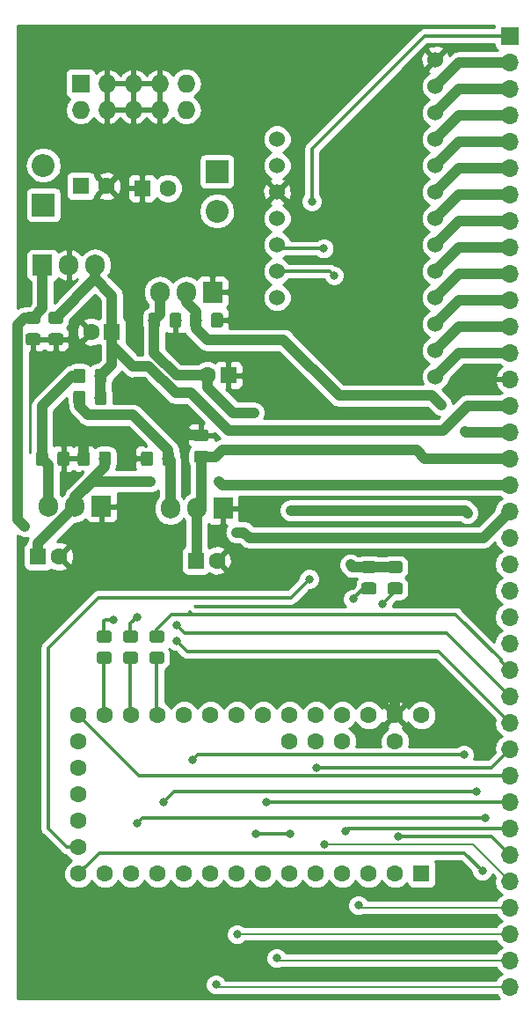
<source format=gbr>
G04 #@! TF.GenerationSoftware,KiCad,Pcbnew,(5.0.1)-3*
G04 #@! TF.CreationDate,2020-01-29T22:52:41+00:00*
G04 #@! TF.ProjectId,SSv2 Power Board,5353763220506F77657220426F617264,rev?*
G04 #@! TF.SameCoordinates,Original*
G04 #@! TF.FileFunction,Copper,L2,Bot,Signal*
G04 #@! TF.FilePolarity,Positive*
%FSLAX46Y46*%
G04 Gerber Fmt 4.6, Leading zero omitted, Abs format (unit mm)*
G04 Created by KiCad (PCBNEW (5.0.1)-3) date 29/01/2020 22:52:41*
%MOMM*%
%LPD*%
G01*
G04 APERTURE LIST*
G04 #@! TA.AperFunction,ComponentPad*
%ADD10O,1.700000X1.700000*%
G04 #@! TD*
G04 #@! TA.AperFunction,ComponentPad*
%ADD11R,1.700000X1.700000*%
G04 #@! TD*
G04 #@! TA.AperFunction,Conductor*
%ADD12C,0.100000*%
G04 #@! TD*
G04 #@! TA.AperFunction,SMDPad,CuDef*
%ADD13C,1.150000*%
G04 #@! TD*
G04 #@! TA.AperFunction,ComponentPad*
%ADD14C,1.600000*%
G04 #@! TD*
G04 #@! TA.AperFunction,ComponentPad*
%ADD15R,1.600000X1.600000*%
G04 #@! TD*
G04 #@! TA.AperFunction,ComponentPad*
%ADD16O,2.200000X2.200000*%
G04 #@! TD*
G04 #@! TA.AperFunction,ComponentPad*
%ADD17R,2.200000X2.200000*%
G04 #@! TD*
G04 #@! TA.AperFunction,ComponentPad*
%ADD18O,1.727200X1.727200*%
G04 #@! TD*
G04 #@! TA.AperFunction,ComponentPad*
%ADD19R,1.727200X1.727200*%
G04 #@! TD*
G04 #@! TA.AperFunction,ComponentPad*
%ADD20O,1.905000X2.000000*%
G04 #@! TD*
G04 #@! TA.AperFunction,ComponentPad*
%ADD21R,1.905000X2.000000*%
G04 #@! TD*
G04 #@! TA.AperFunction,ComponentPad*
%ADD22C,1.524000*%
G04 #@! TD*
G04 #@! TA.AperFunction,ViaPad*
%ADD23C,1.000000*%
G04 #@! TD*
G04 #@! TA.AperFunction,ViaPad*
%ADD24C,0.800000*%
G04 #@! TD*
G04 #@! TA.AperFunction,Conductor*
%ADD25C,1.000000*%
G04 #@! TD*
G04 #@! TA.AperFunction,Conductor*
%ADD26C,0.300000*%
G04 #@! TD*
G04 #@! TA.AperFunction,Conductor*
%ADD27C,0.160000*%
G04 #@! TD*
G04 #@! TA.AperFunction,Conductor*
%ADD28C,0.254000*%
G04 #@! TD*
G04 APERTURE END LIST*
D10*
G04 #@! TO.P,J39,37*
G04 #@! TO.N,DAC_B_LDACpin_p*
X138961192Y-117885039D03*
G04 #@! TO.P,J39,36*
G04 #@! TO.N,DAC_A_LDACpin_p*
X138961192Y-115345039D03*
G04 #@! TO.P,J39,35*
G04 #@! TO.N,DAC_C_LDACpin_p*
X138961192Y-112805039D03*
G04 #@! TO.P,J39,34*
G04 #@! TO.N,DAC_SDApin_p*
X138961192Y-110265039D03*
G04 #@! TO.P,J39,33*
G04 #@! TO.N,DAC_SCLpin_p*
X138961192Y-107725039D03*
G04 #@! TO.P,J39,32*
G04 #@! TO.N,Dout_SERpin_p*
X138961192Y-105185039D03*
G04 #@! TO.P,J39,31*
G04 #@! TO.N,Dout_LATCHpin_p*
X138961192Y-102645039D03*
G04 #@! TO.P,J39,30*
G04 #@! TO.N,Dout_CLKpin_p*
X138961192Y-100105039D03*
G04 #@! TO.P,J39,29*
G04 #@! TO.N,Din_CLKpin_p*
X138961192Y-97565039D03*
G04 #@! TO.P,J39,28*
G04 #@! TO.N,Din_latchPin_p*
X138961192Y-95025039D03*
G04 #@! TO.P,J39,27*
G04 #@! TO.N,AreadCon1_p*
X138961192Y-92485039D03*
G04 #@! TO.P,J39,26*
G04 #@! TO.N,AreadCon2_p*
X138961192Y-89945039D03*
G04 #@! TO.P,J39,25*
G04 #@! TO.N,AreadCon3_p*
X138961192Y-87405039D03*
G04 #@! TO.P,J39,24*
G04 #@! TO.N,Din_SERpin_p*
X138961192Y-84865039D03*
G04 #@! TO.P,J39,23*
G04 #@! TO.N,AreadMuxControlPin3_p*
X138961192Y-82325039D03*
G04 #@! TO.P,J39,22*
G04 #@! TO.N,AreadMuxControlPin2_p*
X138961192Y-79785039D03*
G04 #@! TO.P,J39,21*
G04 #@! TO.N,AreadMuxControlPin1_p*
X138961192Y-77245039D03*
G04 #@! TO.P,J39,20*
G04 #@! TO.N,-5V*
X138961192Y-74705039D03*
G04 #@! TO.P,J39,19*
G04 #@! TO.N,+12V*
X138961192Y-72165039D03*
G04 #@! TO.P,J39,18*
G04 #@! TO.N,3.3V_Analogue*
X138961192Y-69625039D03*
G04 #@! TO.P,J39,17*
G04 #@! TO.N,3.3V_Digital*
X138961192Y-67085039D03*
G04 #@! TO.P,J39,16*
G04 #@! TO.N,-12V*
X138961192Y-64545039D03*
G04 #@! TO.P,J39,15*
G04 #@! TO.N,+5V*
X138961192Y-62005039D03*
G04 #@! TO.P,J39,14*
G04 #@! TO.N,GND*
X138961192Y-59465039D03*
G04 #@! TO.P,J39,13*
G04 #@! TO.N,Touch0_p*
X138961192Y-56925039D03*
G04 #@! TO.P,J39,12*
G04 #@! TO.N,Touch1_p*
X138961192Y-54385039D03*
G04 #@! TO.P,J39,11*
G04 #@! TO.N,Touch2_p*
X138961192Y-51845039D03*
G04 #@! TO.P,J39,10*
G04 #@! TO.N,Touch3_p*
X138961192Y-49305039D03*
G04 #@! TO.P,J39,9*
G04 #@! TO.N,Touch4_p*
X138961192Y-46765039D03*
G04 #@! TO.P,J39,8*
G04 #@! TO.N,Touch5_p*
X138961192Y-44225039D03*
G04 #@! TO.P,J39,7*
G04 #@! TO.N,Touch6_p*
X138961192Y-41685039D03*
G04 #@! TO.P,J39,6*
G04 #@! TO.N,Touch7_p*
X138961192Y-39145039D03*
G04 #@! TO.P,J39,5*
G04 #@! TO.N,Touch8_p*
X138961192Y-36605039D03*
G04 #@! TO.P,J39,4*
G04 #@! TO.N,Touch9_p*
X138961192Y-34065039D03*
G04 #@! TO.P,J39,3*
G04 #@! TO.N,Touch10_p*
X138961192Y-31525039D03*
G04 #@! TO.P,J39,2*
G04 #@! TO.N,Touch11_p*
X138961192Y-28985039D03*
D11*
G04 #@! TO.P,J39,1*
G04 #@! TO.N,WS2812_serial_p*
X138961192Y-26445039D03*
G04 #@! TD*
D12*
G04 #@! TO.N,GND*
G04 #@! TO.C,C58*
G36*
X93535697Y-55036243D02*
X93559965Y-55039843D01*
X93583764Y-55045804D01*
X93606863Y-55054069D01*
X93629042Y-55064559D01*
X93650085Y-55077171D01*
X93669791Y-55091786D01*
X93687969Y-55108262D01*
X93704445Y-55126440D01*
X93719060Y-55146146D01*
X93731672Y-55167189D01*
X93742162Y-55189368D01*
X93750427Y-55212467D01*
X93756388Y-55236266D01*
X93759988Y-55260534D01*
X93761192Y-55285038D01*
X93761192Y-55935040D01*
X93759988Y-55959544D01*
X93756388Y-55983812D01*
X93750427Y-56007611D01*
X93742162Y-56030710D01*
X93731672Y-56052889D01*
X93719060Y-56073932D01*
X93704445Y-56093638D01*
X93687969Y-56111816D01*
X93669791Y-56128292D01*
X93650085Y-56142907D01*
X93629042Y-56155519D01*
X93606863Y-56166009D01*
X93583764Y-56174274D01*
X93559965Y-56180235D01*
X93535697Y-56183835D01*
X93511193Y-56185039D01*
X92611191Y-56185039D01*
X92586687Y-56183835D01*
X92562419Y-56180235D01*
X92538620Y-56174274D01*
X92515521Y-56166009D01*
X92493342Y-56155519D01*
X92472299Y-56142907D01*
X92452593Y-56128292D01*
X92434415Y-56111816D01*
X92417939Y-56093638D01*
X92403324Y-56073932D01*
X92390712Y-56052889D01*
X92380222Y-56030710D01*
X92371957Y-56007611D01*
X92365996Y-55983812D01*
X92362396Y-55959544D01*
X92361192Y-55935040D01*
X92361192Y-55285038D01*
X92362396Y-55260534D01*
X92365996Y-55236266D01*
X92371957Y-55212467D01*
X92380222Y-55189368D01*
X92390712Y-55167189D01*
X92403324Y-55146146D01*
X92417939Y-55126440D01*
X92434415Y-55108262D01*
X92452593Y-55091786D01*
X92472299Y-55077171D01*
X92493342Y-55064559D01*
X92515521Y-55054069D01*
X92538620Y-55045804D01*
X92562419Y-55039843D01*
X92586687Y-55036243D01*
X92611191Y-55035039D01*
X93511193Y-55035039D01*
X93535697Y-55036243D01*
X93535697Y-55036243D01*
G37*
D13*
G04 #@! TD*
G04 #@! TO.P,C58,2*
G04 #@! TO.N,GND*
X93061192Y-55610039D03*
D12*
G04 #@! TO.N,+12V*
G04 #@! TO.C,C58*
G36*
X93535697Y-52986243D02*
X93559965Y-52989843D01*
X93583764Y-52995804D01*
X93606863Y-53004069D01*
X93629042Y-53014559D01*
X93650085Y-53027171D01*
X93669791Y-53041786D01*
X93687969Y-53058262D01*
X93704445Y-53076440D01*
X93719060Y-53096146D01*
X93731672Y-53117189D01*
X93742162Y-53139368D01*
X93750427Y-53162467D01*
X93756388Y-53186266D01*
X93759988Y-53210534D01*
X93761192Y-53235038D01*
X93761192Y-53885040D01*
X93759988Y-53909544D01*
X93756388Y-53933812D01*
X93750427Y-53957611D01*
X93742162Y-53980710D01*
X93731672Y-54002889D01*
X93719060Y-54023932D01*
X93704445Y-54043638D01*
X93687969Y-54061816D01*
X93669791Y-54078292D01*
X93650085Y-54092907D01*
X93629042Y-54105519D01*
X93606863Y-54116009D01*
X93583764Y-54124274D01*
X93559965Y-54130235D01*
X93535697Y-54133835D01*
X93511193Y-54135039D01*
X92611191Y-54135039D01*
X92586687Y-54133835D01*
X92562419Y-54130235D01*
X92538620Y-54124274D01*
X92515521Y-54116009D01*
X92493342Y-54105519D01*
X92472299Y-54092907D01*
X92452593Y-54078292D01*
X92434415Y-54061816D01*
X92417939Y-54043638D01*
X92403324Y-54023932D01*
X92390712Y-54002889D01*
X92380222Y-53980710D01*
X92371957Y-53957611D01*
X92365996Y-53933812D01*
X92362396Y-53909544D01*
X92361192Y-53885040D01*
X92361192Y-53235038D01*
X92362396Y-53210534D01*
X92365996Y-53186266D01*
X92371957Y-53162467D01*
X92380222Y-53139368D01*
X92390712Y-53117189D01*
X92403324Y-53096146D01*
X92417939Y-53076440D01*
X92434415Y-53058262D01*
X92452593Y-53041786D01*
X92472299Y-53027171D01*
X92493342Y-53014559D01*
X92515521Y-53004069D01*
X92538620Y-52995804D01*
X92562419Y-52989843D01*
X92586687Y-52986243D01*
X92611191Y-52985039D01*
X93511193Y-52985039D01*
X93535697Y-52986243D01*
X93535697Y-52986243D01*
G37*
D13*
G04 #@! TD*
G04 #@! TO.P,C58,1*
G04 #@! TO.N,+12V*
X93061192Y-53560039D03*
D12*
G04 #@! TO.N,GND*
G04 #@! TO.C,C59*
G36*
X96335697Y-66386243D02*
X96359965Y-66389843D01*
X96383764Y-66395804D01*
X96406863Y-66404069D01*
X96429042Y-66414559D01*
X96450085Y-66427171D01*
X96469791Y-66441786D01*
X96487969Y-66458262D01*
X96504445Y-66476440D01*
X96519060Y-66496146D01*
X96531672Y-66517189D01*
X96542162Y-66539368D01*
X96550427Y-66562467D01*
X96556388Y-66586266D01*
X96559988Y-66610534D01*
X96561192Y-66635038D01*
X96561192Y-67535040D01*
X96559988Y-67559544D01*
X96556388Y-67583812D01*
X96550427Y-67607611D01*
X96542162Y-67630710D01*
X96531672Y-67652889D01*
X96519060Y-67673932D01*
X96504445Y-67693638D01*
X96487969Y-67711816D01*
X96469791Y-67728292D01*
X96450085Y-67742907D01*
X96429042Y-67755519D01*
X96406863Y-67766009D01*
X96383764Y-67774274D01*
X96359965Y-67780235D01*
X96335697Y-67783835D01*
X96311193Y-67785039D01*
X95661191Y-67785039D01*
X95636687Y-67783835D01*
X95612419Y-67780235D01*
X95588620Y-67774274D01*
X95565521Y-67766009D01*
X95543342Y-67755519D01*
X95522299Y-67742907D01*
X95502593Y-67728292D01*
X95484415Y-67711816D01*
X95467939Y-67693638D01*
X95453324Y-67673932D01*
X95440712Y-67652889D01*
X95430222Y-67630710D01*
X95421957Y-67607611D01*
X95415996Y-67583812D01*
X95412396Y-67559544D01*
X95411192Y-67535040D01*
X95411192Y-66635038D01*
X95412396Y-66610534D01*
X95415996Y-66586266D01*
X95421957Y-66562467D01*
X95430222Y-66539368D01*
X95440712Y-66517189D01*
X95453324Y-66496146D01*
X95467939Y-66476440D01*
X95484415Y-66458262D01*
X95502593Y-66441786D01*
X95522299Y-66427171D01*
X95543342Y-66414559D01*
X95565521Y-66404069D01*
X95588620Y-66395804D01*
X95612419Y-66389843D01*
X95636687Y-66386243D01*
X95661191Y-66385039D01*
X96311193Y-66385039D01*
X96335697Y-66386243D01*
X96335697Y-66386243D01*
G37*
D13*
G04 #@! TD*
G04 #@! TO.P,C59,2*
G04 #@! TO.N,GND*
X95986192Y-67085039D03*
D12*
G04 #@! TO.N,Net-(C59-Pad1)*
G04 #@! TO.C,C59*
G36*
X94285697Y-66386243D02*
X94309965Y-66389843D01*
X94333764Y-66395804D01*
X94356863Y-66404069D01*
X94379042Y-66414559D01*
X94400085Y-66427171D01*
X94419791Y-66441786D01*
X94437969Y-66458262D01*
X94454445Y-66476440D01*
X94469060Y-66496146D01*
X94481672Y-66517189D01*
X94492162Y-66539368D01*
X94500427Y-66562467D01*
X94506388Y-66586266D01*
X94509988Y-66610534D01*
X94511192Y-66635038D01*
X94511192Y-67535040D01*
X94509988Y-67559544D01*
X94506388Y-67583812D01*
X94500427Y-67607611D01*
X94492162Y-67630710D01*
X94481672Y-67652889D01*
X94469060Y-67673932D01*
X94454445Y-67693638D01*
X94437969Y-67711816D01*
X94419791Y-67728292D01*
X94400085Y-67742907D01*
X94379042Y-67755519D01*
X94356863Y-67766009D01*
X94333764Y-67774274D01*
X94309965Y-67780235D01*
X94285697Y-67783835D01*
X94261193Y-67785039D01*
X93611191Y-67785039D01*
X93586687Y-67783835D01*
X93562419Y-67780235D01*
X93538620Y-67774274D01*
X93515521Y-67766009D01*
X93493342Y-67755519D01*
X93472299Y-67742907D01*
X93452593Y-67728292D01*
X93434415Y-67711816D01*
X93417939Y-67693638D01*
X93403324Y-67673932D01*
X93390712Y-67652889D01*
X93380222Y-67630710D01*
X93371957Y-67607611D01*
X93365996Y-67583812D01*
X93362396Y-67559544D01*
X93361192Y-67535040D01*
X93361192Y-66635038D01*
X93362396Y-66610534D01*
X93365996Y-66586266D01*
X93371957Y-66562467D01*
X93380222Y-66539368D01*
X93390712Y-66517189D01*
X93403324Y-66496146D01*
X93417939Y-66476440D01*
X93434415Y-66458262D01*
X93452593Y-66441786D01*
X93472299Y-66427171D01*
X93493342Y-66414559D01*
X93515521Y-66404069D01*
X93538620Y-66395804D01*
X93562419Y-66389843D01*
X93586687Y-66386243D01*
X93611191Y-66385039D01*
X94261193Y-66385039D01*
X94285697Y-66386243D01*
X94285697Y-66386243D01*
G37*
D13*
G04 #@! TD*
G04 #@! TO.P,C59,1*
G04 #@! TO.N,Net-(C59-Pad1)*
X93936192Y-67085039D03*
D12*
G04 #@! TO.N,GND*
G04 #@! TO.C,C60*
G36*
X104385697Y-66386243D02*
X104409965Y-66389843D01*
X104433764Y-66395804D01*
X104456863Y-66404069D01*
X104479042Y-66414559D01*
X104500085Y-66427171D01*
X104519791Y-66441786D01*
X104537969Y-66458262D01*
X104554445Y-66476440D01*
X104569060Y-66496146D01*
X104581672Y-66517189D01*
X104592162Y-66539368D01*
X104600427Y-66562467D01*
X104606388Y-66586266D01*
X104609988Y-66610534D01*
X104611192Y-66635038D01*
X104611192Y-67535040D01*
X104609988Y-67559544D01*
X104606388Y-67583812D01*
X104600427Y-67607611D01*
X104592162Y-67630710D01*
X104581672Y-67652889D01*
X104569060Y-67673932D01*
X104554445Y-67693638D01*
X104537969Y-67711816D01*
X104519791Y-67728292D01*
X104500085Y-67742907D01*
X104479042Y-67755519D01*
X104456863Y-67766009D01*
X104433764Y-67774274D01*
X104409965Y-67780235D01*
X104385697Y-67783835D01*
X104361193Y-67785039D01*
X103711191Y-67785039D01*
X103686687Y-67783835D01*
X103662419Y-67780235D01*
X103638620Y-67774274D01*
X103615521Y-67766009D01*
X103593342Y-67755519D01*
X103572299Y-67742907D01*
X103552593Y-67728292D01*
X103534415Y-67711816D01*
X103517939Y-67693638D01*
X103503324Y-67673932D01*
X103490712Y-67652889D01*
X103480222Y-67630710D01*
X103471957Y-67607611D01*
X103465996Y-67583812D01*
X103462396Y-67559544D01*
X103461192Y-67535040D01*
X103461192Y-66635038D01*
X103462396Y-66610534D01*
X103465996Y-66586266D01*
X103471957Y-66562467D01*
X103480222Y-66539368D01*
X103490712Y-66517189D01*
X103503324Y-66496146D01*
X103517939Y-66476440D01*
X103534415Y-66458262D01*
X103552593Y-66441786D01*
X103572299Y-66427171D01*
X103593342Y-66414559D01*
X103615521Y-66404069D01*
X103638620Y-66395804D01*
X103662419Y-66389843D01*
X103686687Y-66386243D01*
X103711191Y-66385039D01*
X104361193Y-66385039D01*
X104385697Y-66386243D01*
X104385697Y-66386243D01*
G37*
D13*
G04 #@! TD*
G04 #@! TO.P,C60,2*
G04 #@! TO.N,GND*
X104036192Y-67085039D03*
D12*
G04 #@! TO.N,Net-(C60-Pad1)*
G04 #@! TO.C,C60*
G36*
X106435697Y-66386243D02*
X106459965Y-66389843D01*
X106483764Y-66395804D01*
X106506863Y-66404069D01*
X106529042Y-66414559D01*
X106550085Y-66427171D01*
X106569791Y-66441786D01*
X106587969Y-66458262D01*
X106604445Y-66476440D01*
X106619060Y-66496146D01*
X106631672Y-66517189D01*
X106642162Y-66539368D01*
X106650427Y-66562467D01*
X106656388Y-66586266D01*
X106659988Y-66610534D01*
X106661192Y-66635038D01*
X106661192Y-67535040D01*
X106659988Y-67559544D01*
X106656388Y-67583812D01*
X106650427Y-67607611D01*
X106642162Y-67630710D01*
X106631672Y-67652889D01*
X106619060Y-67673932D01*
X106604445Y-67693638D01*
X106587969Y-67711816D01*
X106569791Y-67728292D01*
X106550085Y-67742907D01*
X106529042Y-67755519D01*
X106506863Y-67766009D01*
X106483764Y-67774274D01*
X106459965Y-67780235D01*
X106435697Y-67783835D01*
X106411193Y-67785039D01*
X105761191Y-67785039D01*
X105736687Y-67783835D01*
X105712419Y-67780235D01*
X105688620Y-67774274D01*
X105665521Y-67766009D01*
X105643342Y-67755519D01*
X105622299Y-67742907D01*
X105602593Y-67728292D01*
X105584415Y-67711816D01*
X105567939Y-67693638D01*
X105553324Y-67673932D01*
X105540712Y-67652889D01*
X105530222Y-67630710D01*
X105521957Y-67607611D01*
X105515996Y-67583812D01*
X105512396Y-67559544D01*
X105511192Y-67535040D01*
X105511192Y-66635038D01*
X105512396Y-66610534D01*
X105515996Y-66586266D01*
X105521957Y-66562467D01*
X105530222Y-66539368D01*
X105540712Y-66517189D01*
X105553324Y-66496146D01*
X105567939Y-66476440D01*
X105584415Y-66458262D01*
X105602593Y-66441786D01*
X105622299Y-66427171D01*
X105643342Y-66414559D01*
X105665521Y-66404069D01*
X105688620Y-66395804D01*
X105712419Y-66389843D01*
X105736687Y-66386243D01*
X105761191Y-66385039D01*
X106411193Y-66385039D01*
X106435697Y-66386243D01*
X106435697Y-66386243D01*
G37*
D13*
G04 #@! TD*
G04 #@! TO.P,C60,1*
G04 #@! TO.N,Net-(C60-Pad1)*
X106086192Y-67085039D03*
D12*
G04 #@! TO.N,-12V*
G04 #@! TO.C,C61*
G36*
X109085697Y-53086243D02*
X109109965Y-53089843D01*
X109133764Y-53095804D01*
X109156863Y-53104069D01*
X109179042Y-53114559D01*
X109200085Y-53127171D01*
X109219791Y-53141786D01*
X109237969Y-53158262D01*
X109254445Y-53176440D01*
X109269060Y-53196146D01*
X109281672Y-53217189D01*
X109292162Y-53239368D01*
X109300427Y-53262467D01*
X109306388Y-53286266D01*
X109309988Y-53310534D01*
X109311192Y-53335038D01*
X109311192Y-54235040D01*
X109309988Y-54259544D01*
X109306388Y-54283812D01*
X109300427Y-54307611D01*
X109292162Y-54330710D01*
X109281672Y-54352889D01*
X109269060Y-54373932D01*
X109254445Y-54393638D01*
X109237969Y-54411816D01*
X109219791Y-54428292D01*
X109200085Y-54442907D01*
X109179042Y-54455519D01*
X109156863Y-54466009D01*
X109133764Y-54474274D01*
X109109965Y-54480235D01*
X109085697Y-54483835D01*
X109061193Y-54485039D01*
X108411191Y-54485039D01*
X108386687Y-54483835D01*
X108362419Y-54480235D01*
X108338620Y-54474274D01*
X108315521Y-54466009D01*
X108293342Y-54455519D01*
X108272299Y-54442907D01*
X108252593Y-54428292D01*
X108234415Y-54411816D01*
X108217939Y-54393638D01*
X108203324Y-54373932D01*
X108190712Y-54352889D01*
X108180222Y-54330710D01*
X108171957Y-54307611D01*
X108165996Y-54283812D01*
X108162396Y-54259544D01*
X108161192Y-54235040D01*
X108161192Y-53335038D01*
X108162396Y-53310534D01*
X108165996Y-53286266D01*
X108171957Y-53262467D01*
X108180222Y-53239368D01*
X108190712Y-53217189D01*
X108203324Y-53196146D01*
X108217939Y-53176440D01*
X108234415Y-53158262D01*
X108252593Y-53141786D01*
X108272299Y-53127171D01*
X108293342Y-53114559D01*
X108315521Y-53104069D01*
X108338620Y-53095804D01*
X108362419Y-53089843D01*
X108386687Y-53086243D01*
X108411191Y-53085039D01*
X109061193Y-53085039D01*
X109085697Y-53086243D01*
X109085697Y-53086243D01*
G37*
D13*
G04 #@! TD*
G04 #@! TO.P,C61,2*
G04 #@! TO.N,-12V*
X108736192Y-53785039D03*
D12*
G04 #@! TO.N,GND*
G04 #@! TO.C,C61*
G36*
X111135697Y-53086243D02*
X111159965Y-53089843D01*
X111183764Y-53095804D01*
X111206863Y-53104069D01*
X111229042Y-53114559D01*
X111250085Y-53127171D01*
X111269791Y-53141786D01*
X111287969Y-53158262D01*
X111304445Y-53176440D01*
X111319060Y-53196146D01*
X111331672Y-53217189D01*
X111342162Y-53239368D01*
X111350427Y-53262467D01*
X111356388Y-53286266D01*
X111359988Y-53310534D01*
X111361192Y-53335038D01*
X111361192Y-54235040D01*
X111359988Y-54259544D01*
X111356388Y-54283812D01*
X111350427Y-54307611D01*
X111342162Y-54330710D01*
X111331672Y-54352889D01*
X111319060Y-54373932D01*
X111304445Y-54393638D01*
X111287969Y-54411816D01*
X111269791Y-54428292D01*
X111250085Y-54442907D01*
X111229042Y-54455519D01*
X111206863Y-54466009D01*
X111183764Y-54474274D01*
X111159965Y-54480235D01*
X111135697Y-54483835D01*
X111111193Y-54485039D01*
X110461191Y-54485039D01*
X110436687Y-54483835D01*
X110412419Y-54480235D01*
X110388620Y-54474274D01*
X110365521Y-54466009D01*
X110343342Y-54455519D01*
X110322299Y-54442907D01*
X110302593Y-54428292D01*
X110284415Y-54411816D01*
X110267939Y-54393638D01*
X110253324Y-54373932D01*
X110240712Y-54352889D01*
X110230222Y-54330710D01*
X110221957Y-54307611D01*
X110215996Y-54283812D01*
X110212396Y-54259544D01*
X110211192Y-54235040D01*
X110211192Y-53335038D01*
X110212396Y-53310534D01*
X110215996Y-53286266D01*
X110221957Y-53262467D01*
X110230222Y-53239368D01*
X110240712Y-53217189D01*
X110253324Y-53196146D01*
X110267939Y-53176440D01*
X110284415Y-53158262D01*
X110302593Y-53141786D01*
X110322299Y-53127171D01*
X110343342Y-53114559D01*
X110365521Y-53104069D01*
X110388620Y-53095804D01*
X110412419Y-53089843D01*
X110436687Y-53086243D01*
X110461191Y-53085039D01*
X111111193Y-53085039D01*
X111135697Y-53086243D01*
X111135697Y-53086243D01*
G37*
D13*
G04 #@! TD*
G04 #@! TO.P,C61,1*
G04 #@! TO.N,GND*
X110786192Y-53785039D03*
D14*
G04 #@! TO.P,C62,2*
G04 #@! TO.N,GND*
X98661192Y-54885039D03*
D15*
G04 #@! TO.P,C62,1*
G04 #@! TO.N,+5V*
X100661192Y-54885039D03*
G04 #@! TD*
D14*
G04 #@! TO.P,C63,2*
G04 #@! TO.N,GND*
X95561192Y-76485039D03*
D15*
G04 #@! TO.P,C63,1*
G04 #@! TO.N,3.3V_Analogue*
X93561192Y-76485039D03*
G04 #@! TD*
D14*
G04 #@! TO.P,C64,2*
G04 #@! TO.N,GND*
X110761192Y-76885039D03*
D15*
G04 #@! TO.P,C64,1*
G04 #@! TO.N,3.3V_Digital*
X108761192Y-76885039D03*
G04 #@! TD*
D14*
G04 #@! TO.P,C65,2*
G04 #@! TO.N,-5V*
X109861192Y-59085039D03*
D15*
G04 #@! TO.P,C65,1*
G04 #@! TO.N,GND*
X111861192Y-59085039D03*
G04 #@! TD*
D12*
G04 #@! TO.N,GND*
G04 #@! TO.C,C66*
G36*
X95735697Y-55036243D02*
X95759965Y-55039843D01*
X95783764Y-55045804D01*
X95806863Y-55054069D01*
X95829042Y-55064559D01*
X95850085Y-55077171D01*
X95869791Y-55091786D01*
X95887969Y-55108262D01*
X95904445Y-55126440D01*
X95919060Y-55146146D01*
X95931672Y-55167189D01*
X95942162Y-55189368D01*
X95950427Y-55212467D01*
X95956388Y-55236266D01*
X95959988Y-55260534D01*
X95961192Y-55285038D01*
X95961192Y-55935040D01*
X95959988Y-55959544D01*
X95956388Y-55983812D01*
X95950427Y-56007611D01*
X95942162Y-56030710D01*
X95931672Y-56052889D01*
X95919060Y-56073932D01*
X95904445Y-56093638D01*
X95887969Y-56111816D01*
X95869791Y-56128292D01*
X95850085Y-56142907D01*
X95829042Y-56155519D01*
X95806863Y-56166009D01*
X95783764Y-56174274D01*
X95759965Y-56180235D01*
X95735697Y-56183835D01*
X95711193Y-56185039D01*
X94811191Y-56185039D01*
X94786687Y-56183835D01*
X94762419Y-56180235D01*
X94738620Y-56174274D01*
X94715521Y-56166009D01*
X94693342Y-56155519D01*
X94672299Y-56142907D01*
X94652593Y-56128292D01*
X94634415Y-56111816D01*
X94617939Y-56093638D01*
X94603324Y-56073932D01*
X94590712Y-56052889D01*
X94580222Y-56030710D01*
X94571957Y-56007611D01*
X94565996Y-55983812D01*
X94562396Y-55959544D01*
X94561192Y-55935040D01*
X94561192Y-55285038D01*
X94562396Y-55260534D01*
X94565996Y-55236266D01*
X94571957Y-55212467D01*
X94580222Y-55189368D01*
X94590712Y-55167189D01*
X94603324Y-55146146D01*
X94617939Y-55126440D01*
X94634415Y-55108262D01*
X94652593Y-55091786D01*
X94672299Y-55077171D01*
X94693342Y-55064559D01*
X94715521Y-55054069D01*
X94738620Y-55045804D01*
X94762419Y-55039843D01*
X94786687Y-55036243D01*
X94811191Y-55035039D01*
X95711193Y-55035039D01*
X95735697Y-55036243D01*
X95735697Y-55036243D01*
G37*
D13*
G04 #@! TD*
G04 #@! TO.P,C66,2*
G04 #@! TO.N,GND*
X95261192Y-55610039D03*
D12*
G04 #@! TO.N,+5V*
G04 #@! TO.C,C66*
G36*
X95735697Y-52986243D02*
X95759965Y-52989843D01*
X95783764Y-52995804D01*
X95806863Y-53004069D01*
X95829042Y-53014559D01*
X95850085Y-53027171D01*
X95869791Y-53041786D01*
X95887969Y-53058262D01*
X95904445Y-53076440D01*
X95919060Y-53096146D01*
X95931672Y-53117189D01*
X95942162Y-53139368D01*
X95950427Y-53162467D01*
X95956388Y-53186266D01*
X95959988Y-53210534D01*
X95961192Y-53235038D01*
X95961192Y-53885040D01*
X95959988Y-53909544D01*
X95956388Y-53933812D01*
X95950427Y-53957611D01*
X95942162Y-53980710D01*
X95931672Y-54002889D01*
X95919060Y-54023932D01*
X95904445Y-54043638D01*
X95887969Y-54061816D01*
X95869791Y-54078292D01*
X95850085Y-54092907D01*
X95829042Y-54105519D01*
X95806863Y-54116009D01*
X95783764Y-54124274D01*
X95759965Y-54130235D01*
X95735697Y-54133835D01*
X95711193Y-54135039D01*
X94811191Y-54135039D01*
X94786687Y-54133835D01*
X94762419Y-54130235D01*
X94738620Y-54124274D01*
X94715521Y-54116009D01*
X94693342Y-54105519D01*
X94672299Y-54092907D01*
X94652593Y-54078292D01*
X94634415Y-54061816D01*
X94617939Y-54043638D01*
X94603324Y-54023932D01*
X94590712Y-54002889D01*
X94580222Y-53980710D01*
X94571957Y-53957611D01*
X94565996Y-53933812D01*
X94562396Y-53909544D01*
X94561192Y-53885040D01*
X94561192Y-53235038D01*
X94562396Y-53210534D01*
X94565996Y-53186266D01*
X94571957Y-53162467D01*
X94580222Y-53139368D01*
X94590712Y-53117189D01*
X94603324Y-53096146D01*
X94617939Y-53076440D01*
X94634415Y-53058262D01*
X94652593Y-53041786D01*
X94672299Y-53027171D01*
X94693342Y-53014559D01*
X94715521Y-53004069D01*
X94738620Y-52995804D01*
X94762419Y-52989843D01*
X94786687Y-52986243D01*
X94811191Y-52985039D01*
X95711193Y-52985039D01*
X95735697Y-52986243D01*
X95735697Y-52986243D01*
G37*
D13*
G04 #@! TD*
G04 #@! TO.P,C66,1*
G04 #@! TO.N,+5V*
X95261192Y-53560039D03*
D12*
G04 #@! TO.N,GND*
G04 #@! TO.C,C67*
G36*
X98285697Y-66386243D02*
X98309965Y-66389843D01*
X98333764Y-66395804D01*
X98356863Y-66404069D01*
X98379042Y-66414559D01*
X98400085Y-66427171D01*
X98419791Y-66441786D01*
X98437969Y-66458262D01*
X98454445Y-66476440D01*
X98469060Y-66496146D01*
X98481672Y-66517189D01*
X98492162Y-66539368D01*
X98500427Y-66562467D01*
X98506388Y-66586266D01*
X98509988Y-66610534D01*
X98511192Y-66635038D01*
X98511192Y-67535040D01*
X98509988Y-67559544D01*
X98506388Y-67583812D01*
X98500427Y-67607611D01*
X98492162Y-67630710D01*
X98481672Y-67652889D01*
X98469060Y-67673932D01*
X98454445Y-67693638D01*
X98437969Y-67711816D01*
X98419791Y-67728292D01*
X98400085Y-67742907D01*
X98379042Y-67755519D01*
X98356863Y-67766009D01*
X98333764Y-67774274D01*
X98309965Y-67780235D01*
X98285697Y-67783835D01*
X98261193Y-67785039D01*
X97611191Y-67785039D01*
X97586687Y-67783835D01*
X97562419Y-67780235D01*
X97538620Y-67774274D01*
X97515521Y-67766009D01*
X97493342Y-67755519D01*
X97472299Y-67742907D01*
X97452593Y-67728292D01*
X97434415Y-67711816D01*
X97417939Y-67693638D01*
X97403324Y-67673932D01*
X97390712Y-67652889D01*
X97380222Y-67630710D01*
X97371957Y-67607611D01*
X97365996Y-67583812D01*
X97362396Y-67559544D01*
X97361192Y-67535040D01*
X97361192Y-66635038D01*
X97362396Y-66610534D01*
X97365996Y-66586266D01*
X97371957Y-66562467D01*
X97380222Y-66539368D01*
X97390712Y-66517189D01*
X97403324Y-66496146D01*
X97417939Y-66476440D01*
X97434415Y-66458262D01*
X97452593Y-66441786D01*
X97472299Y-66427171D01*
X97493342Y-66414559D01*
X97515521Y-66404069D01*
X97538620Y-66395804D01*
X97562419Y-66389843D01*
X97586687Y-66386243D01*
X97611191Y-66385039D01*
X98261193Y-66385039D01*
X98285697Y-66386243D01*
X98285697Y-66386243D01*
G37*
D13*
G04 #@! TD*
G04 #@! TO.P,C67,2*
G04 #@! TO.N,GND*
X97936192Y-67085039D03*
D12*
G04 #@! TO.N,3.3V_Analogue*
G04 #@! TO.C,C67*
G36*
X100335697Y-66386243D02*
X100359965Y-66389843D01*
X100383764Y-66395804D01*
X100406863Y-66404069D01*
X100429042Y-66414559D01*
X100450085Y-66427171D01*
X100469791Y-66441786D01*
X100487969Y-66458262D01*
X100504445Y-66476440D01*
X100519060Y-66496146D01*
X100531672Y-66517189D01*
X100542162Y-66539368D01*
X100550427Y-66562467D01*
X100556388Y-66586266D01*
X100559988Y-66610534D01*
X100561192Y-66635038D01*
X100561192Y-67535040D01*
X100559988Y-67559544D01*
X100556388Y-67583812D01*
X100550427Y-67607611D01*
X100542162Y-67630710D01*
X100531672Y-67652889D01*
X100519060Y-67673932D01*
X100504445Y-67693638D01*
X100487969Y-67711816D01*
X100469791Y-67728292D01*
X100450085Y-67742907D01*
X100429042Y-67755519D01*
X100406863Y-67766009D01*
X100383764Y-67774274D01*
X100359965Y-67780235D01*
X100335697Y-67783835D01*
X100311193Y-67785039D01*
X99661191Y-67785039D01*
X99636687Y-67783835D01*
X99612419Y-67780235D01*
X99588620Y-67774274D01*
X99565521Y-67766009D01*
X99543342Y-67755519D01*
X99522299Y-67742907D01*
X99502593Y-67728292D01*
X99484415Y-67711816D01*
X99467939Y-67693638D01*
X99453324Y-67673932D01*
X99440712Y-67652889D01*
X99430222Y-67630710D01*
X99421957Y-67607611D01*
X99415996Y-67583812D01*
X99412396Y-67559544D01*
X99411192Y-67535040D01*
X99411192Y-66635038D01*
X99412396Y-66610534D01*
X99415996Y-66586266D01*
X99421957Y-66562467D01*
X99430222Y-66539368D01*
X99440712Y-66517189D01*
X99453324Y-66496146D01*
X99467939Y-66476440D01*
X99484415Y-66458262D01*
X99502593Y-66441786D01*
X99522299Y-66427171D01*
X99543342Y-66414559D01*
X99565521Y-66404069D01*
X99588620Y-66395804D01*
X99612419Y-66389843D01*
X99636687Y-66386243D01*
X99661191Y-66385039D01*
X100311193Y-66385039D01*
X100335697Y-66386243D01*
X100335697Y-66386243D01*
G37*
D13*
G04 #@! TD*
G04 #@! TO.P,C67,1*
G04 #@! TO.N,3.3V_Analogue*
X99986192Y-67085039D03*
D12*
G04 #@! TO.N,GND*
G04 #@! TO.C,C68*
G36*
X109735697Y-64286243D02*
X109759965Y-64289843D01*
X109783764Y-64295804D01*
X109806863Y-64304069D01*
X109829042Y-64314559D01*
X109850085Y-64327171D01*
X109869791Y-64341786D01*
X109887969Y-64358262D01*
X109904445Y-64376440D01*
X109919060Y-64396146D01*
X109931672Y-64417189D01*
X109942162Y-64439368D01*
X109950427Y-64462467D01*
X109956388Y-64486266D01*
X109959988Y-64510534D01*
X109961192Y-64535038D01*
X109961192Y-65185040D01*
X109959988Y-65209544D01*
X109956388Y-65233812D01*
X109950427Y-65257611D01*
X109942162Y-65280710D01*
X109931672Y-65302889D01*
X109919060Y-65323932D01*
X109904445Y-65343638D01*
X109887969Y-65361816D01*
X109869791Y-65378292D01*
X109850085Y-65392907D01*
X109829042Y-65405519D01*
X109806863Y-65416009D01*
X109783764Y-65424274D01*
X109759965Y-65430235D01*
X109735697Y-65433835D01*
X109711193Y-65435039D01*
X108811191Y-65435039D01*
X108786687Y-65433835D01*
X108762419Y-65430235D01*
X108738620Y-65424274D01*
X108715521Y-65416009D01*
X108693342Y-65405519D01*
X108672299Y-65392907D01*
X108652593Y-65378292D01*
X108634415Y-65361816D01*
X108617939Y-65343638D01*
X108603324Y-65323932D01*
X108590712Y-65302889D01*
X108580222Y-65280710D01*
X108571957Y-65257611D01*
X108565996Y-65233812D01*
X108562396Y-65209544D01*
X108561192Y-65185040D01*
X108561192Y-64535038D01*
X108562396Y-64510534D01*
X108565996Y-64486266D01*
X108571957Y-64462467D01*
X108580222Y-64439368D01*
X108590712Y-64417189D01*
X108603324Y-64396146D01*
X108617939Y-64376440D01*
X108634415Y-64358262D01*
X108652593Y-64341786D01*
X108672299Y-64327171D01*
X108693342Y-64314559D01*
X108715521Y-64304069D01*
X108738620Y-64295804D01*
X108762419Y-64289843D01*
X108786687Y-64286243D01*
X108811191Y-64285039D01*
X109711193Y-64285039D01*
X109735697Y-64286243D01*
X109735697Y-64286243D01*
G37*
D13*
G04 #@! TD*
G04 #@! TO.P,C68,2*
G04 #@! TO.N,GND*
X109261192Y-64860039D03*
D12*
G04 #@! TO.N,3.3V_Digital*
G04 #@! TO.C,C68*
G36*
X109735697Y-66336243D02*
X109759965Y-66339843D01*
X109783764Y-66345804D01*
X109806863Y-66354069D01*
X109829042Y-66364559D01*
X109850085Y-66377171D01*
X109869791Y-66391786D01*
X109887969Y-66408262D01*
X109904445Y-66426440D01*
X109919060Y-66446146D01*
X109931672Y-66467189D01*
X109942162Y-66489368D01*
X109950427Y-66512467D01*
X109956388Y-66536266D01*
X109959988Y-66560534D01*
X109961192Y-66585038D01*
X109961192Y-67235040D01*
X109959988Y-67259544D01*
X109956388Y-67283812D01*
X109950427Y-67307611D01*
X109942162Y-67330710D01*
X109931672Y-67352889D01*
X109919060Y-67373932D01*
X109904445Y-67393638D01*
X109887969Y-67411816D01*
X109869791Y-67428292D01*
X109850085Y-67442907D01*
X109829042Y-67455519D01*
X109806863Y-67466009D01*
X109783764Y-67474274D01*
X109759965Y-67480235D01*
X109735697Y-67483835D01*
X109711193Y-67485039D01*
X108811191Y-67485039D01*
X108786687Y-67483835D01*
X108762419Y-67480235D01*
X108738620Y-67474274D01*
X108715521Y-67466009D01*
X108693342Y-67455519D01*
X108672299Y-67442907D01*
X108652593Y-67428292D01*
X108634415Y-67411816D01*
X108617939Y-67393638D01*
X108603324Y-67373932D01*
X108590712Y-67352889D01*
X108580222Y-67330710D01*
X108571957Y-67307611D01*
X108565996Y-67283812D01*
X108562396Y-67259544D01*
X108561192Y-67235040D01*
X108561192Y-66585038D01*
X108562396Y-66560534D01*
X108565996Y-66536266D01*
X108571957Y-66512467D01*
X108580222Y-66489368D01*
X108590712Y-66467189D01*
X108603324Y-66446146D01*
X108617939Y-66426440D01*
X108634415Y-66408262D01*
X108652593Y-66391786D01*
X108672299Y-66377171D01*
X108693342Y-66364559D01*
X108715521Y-66354069D01*
X108738620Y-66345804D01*
X108762419Y-66339843D01*
X108786687Y-66336243D01*
X108811191Y-66335039D01*
X109711193Y-66335039D01*
X109735697Y-66336243D01*
X109735697Y-66336243D01*
G37*
D13*
G04 #@! TD*
G04 #@! TO.P,C68,1*
G04 #@! TO.N,3.3V_Digital*
X109261192Y-66910039D03*
D12*
G04 #@! TO.N,-5V*
G04 #@! TO.C,C69*
G36*
X105085697Y-53086243D02*
X105109965Y-53089843D01*
X105133764Y-53095804D01*
X105156863Y-53104069D01*
X105179042Y-53114559D01*
X105200085Y-53127171D01*
X105219791Y-53141786D01*
X105237969Y-53158262D01*
X105254445Y-53176440D01*
X105269060Y-53196146D01*
X105281672Y-53217189D01*
X105292162Y-53239368D01*
X105300427Y-53262467D01*
X105306388Y-53286266D01*
X105309988Y-53310534D01*
X105311192Y-53335038D01*
X105311192Y-54235040D01*
X105309988Y-54259544D01*
X105306388Y-54283812D01*
X105300427Y-54307611D01*
X105292162Y-54330710D01*
X105281672Y-54352889D01*
X105269060Y-54373932D01*
X105254445Y-54393638D01*
X105237969Y-54411816D01*
X105219791Y-54428292D01*
X105200085Y-54442907D01*
X105179042Y-54455519D01*
X105156863Y-54466009D01*
X105133764Y-54474274D01*
X105109965Y-54480235D01*
X105085697Y-54483835D01*
X105061193Y-54485039D01*
X104411191Y-54485039D01*
X104386687Y-54483835D01*
X104362419Y-54480235D01*
X104338620Y-54474274D01*
X104315521Y-54466009D01*
X104293342Y-54455519D01*
X104272299Y-54442907D01*
X104252593Y-54428292D01*
X104234415Y-54411816D01*
X104217939Y-54393638D01*
X104203324Y-54373932D01*
X104190712Y-54352889D01*
X104180222Y-54330710D01*
X104171957Y-54307611D01*
X104165996Y-54283812D01*
X104162396Y-54259544D01*
X104161192Y-54235040D01*
X104161192Y-53335038D01*
X104162396Y-53310534D01*
X104165996Y-53286266D01*
X104171957Y-53262467D01*
X104180222Y-53239368D01*
X104190712Y-53217189D01*
X104203324Y-53196146D01*
X104217939Y-53176440D01*
X104234415Y-53158262D01*
X104252593Y-53141786D01*
X104272299Y-53127171D01*
X104293342Y-53114559D01*
X104315521Y-53104069D01*
X104338620Y-53095804D01*
X104362419Y-53089843D01*
X104386687Y-53086243D01*
X104411191Y-53085039D01*
X105061193Y-53085039D01*
X105085697Y-53086243D01*
X105085697Y-53086243D01*
G37*
D13*
G04 #@! TD*
G04 #@! TO.P,C69,2*
G04 #@! TO.N,-5V*
X104736192Y-53785039D03*
D12*
G04 #@! TO.N,GND*
G04 #@! TO.C,C69*
G36*
X107135697Y-53086243D02*
X107159965Y-53089843D01*
X107183764Y-53095804D01*
X107206863Y-53104069D01*
X107229042Y-53114559D01*
X107250085Y-53127171D01*
X107269791Y-53141786D01*
X107287969Y-53158262D01*
X107304445Y-53176440D01*
X107319060Y-53196146D01*
X107331672Y-53217189D01*
X107342162Y-53239368D01*
X107350427Y-53262467D01*
X107356388Y-53286266D01*
X107359988Y-53310534D01*
X107361192Y-53335038D01*
X107361192Y-54235040D01*
X107359988Y-54259544D01*
X107356388Y-54283812D01*
X107350427Y-54307611D01*
X107342162Y-54330710D01*
X107331672Y-54352889D01*
X107319060Y-54373932D01*
X107304445Y-54393638D01*
X107287969Y-54411816D01*
X107269791Y-54428292D01*
X107250085Y-54442907D01*
X107229042Y-54455519D01*
X107206863Y-54466009D01*
X107183764Y-54474274D01*
X107159965Y-54480235D01*
X107135697Y-54483835D01*
X107111193Y-54485039D01*
X106461191Y-54485039D01*
X106436687Y-54483835D01*
X106412419Y-54480235D01*
X106388620Y-54474274D01*
X106365521Y-54466009D01*
X106343342Y-54455519D01*
X106322299Y-54442907D01*
X106302593Y-54428292D01*
X106284415Y-54411816D01*
X106267939Y-54393638D01*
X106253324Y-54373932D01*
X106240712Y-54352889D01*
X106230222Y-54330710D01*
X106221957Y-54307611D01*
X106215996Y-54283812D01*
X106212396Y-54259544D01*
X106211192Y-54235040D01*
X106211192Y-53335038D01*
X106212396Y-53310534D01*
X106215996Y-53286266D01*
X106221957Y-53262467D01*
X106230222Y-53239368D01*
X106240712Y-53217189D01*
X106253324Y-53196146D01*
X106267939Y-53176440D01*
X106284415Y-53158262D01*
X106302593Y-53141786D01*
X106322299Y-53127171D01*
X106343342Y-53114559D01*
X106365521Y-53104069D01*
X106388620Y-53095804D01*
X106412419Y-53089843D01*
X106436687Y-53086243D01*
X106461191Y-53085039D01*
X107111193Y-53085039D01*
X107135697Y-53086243D01*
X107135697Y-53086243D01*
G37*
D13*
G04 #@! TD*
G04 #@! TO.P,C69,1*
G04 #@! TO.N,GND*
X106786192Y-53785039D03*
D16*
G04 #@! TO.P,D9,2*
G04 #@! TO.N,/Power/+12V_in*
X94061192Y-38875039D03*
D17*
G04 #@! TO.P,D9,1*
G04 #@! TO.N,+12V*
X94061192Y-42685039D03*
G04 #@! TD*
D16*
G04 #@! TO.P,D10,2*
G04 #@! TO.N,-12V*
X110761192Y-43295039D03*
D17*
G04 #@! TO.P,D10,1*
G04 #@! TO.N,/Power/-12V_in*
X110761192Y-39485039D03*
G04 #@! TD*
D12*
G04 #@! TO.N,+5V*
G04 #@! TO.C,FB1*
G36*
X99918952Y-58448019D02*
X99943220Y-58451619D01*
X99967019Y-58457580D01*
X99990118Y-58465845D01*
X100012297Y-58476335D01*
X100033340Y-58488947D01*
X100053046Y-58503562D01*
X100071224Y-58520038D01*
X100087700Y-58538216D01*
X100102315Y-58557922D01*
X100114927Y-58578965D01*
X100125417Y-58601144D01*
X100133682Y-58624243D01*
X100139643Y-58648042D01*
X100143243Y-58672310D01*
X100144447Y-58696814D01*
X100144447Y-59596816D01*
X100143243Y-59621320D01*
X100139643Y-59645588D01*
X100133682Y-59669387D01*
X100125417Y-59692486D01*
X100114927Y-59714665D01*
X100102315Y-59735708D01*
X100087700Y-59755414D01*
X100071224Y-59773592D01*
X100053046Y-59790068D01*
X100033340Y-59804683D01*
X100012297Y-59817295D01*
X99990118Y-59827785D01*
X99967019Y-59836050D01*
X99943220Y-59842011D01*
X99918952Y-59845611D01*
X99894448Y-59846815D01*
X99244446Y-59846815D01*
X99219942Y-59845611D01*
X99195674Y-59842011D01*
X99171875Y-59836050D01*
X99148776Y-59827785D01*
X99126597Y-59817295D01*
X99105554Y-59804683D01*
X99085848Y-59790068D01*
X99067670Y-59773592D01*
X99051194Y-59755414D01*
X99036579Y-59735708D01*
X99023967Y-59714665D01*
X99013477Y-59692486D01*
X99005212Y-59669387D01*
X98999251Y-59645588D01*
X98995651Y-59621320D01*
X98994447Y-59596816D01*
X98994447Y-58696814D01*
X98995651Y-58672310D01*
X98999251Y-58648042D01*
X99005212Y-58624243D01*
X99013477Y-58601144D01*
X99023967Y-58578965D01*
X99036579Y-58557922D01*
X99051194Y-58538216D01*
X99067670Y-58520038D01*
X99085848Y-58503562D01*
X99105554Y-58488947D01*
X99126597Y-58476335D01*
X99148776Y-58465845D01*
X99171875Y-58457580D01*
X99195674Y-58451619D01*
X99219942Y-58448019D01*
X99244446Y-58446815D01*
X99894448Y-58446815D01*
X99918952Y-58448019D01*
X99918952Y-58448019D01*
G37*
D13*
G04 #@! TD*
G04 #@! TO.P,FB1,2*
G04 #@! TO.N,+5V*
X99569447Y-59146815D03*
D12*
G04 #@! TO.N,Net-(C59-Pad1)*
G04 #@! TO.C,FB1*
G36*
X97868952Y-58448019D02*
X97893220Y-58451619D01*
X97917019Y-58457580D01*
X97940118Y-58465845D01*
X97962297Y-58476335D01*
X97983340Y-58488947D01*
X98003046Y-58503562D01*
X98021224Y-58520038D01*
X98037700Y-58538216D01*
X98052315Y-58557922D01*
X98064927Y-58578965D01*
X98075417Y-58601144D01*
X98083682Y-58624243D01*
X98089643Y-58648042D01*
X98093243Y-58672310D01*
X98094447Y-58696814D01*
X98094447Y-59596816D01*
X98093243Y-59621320D01*
X98089643Y-59645588D01*
X98083682Y-59669387D01*
X98075417Y-59692486D01*
X98064927Y-59714665D01*
X98052315Y-59735708D01*
X98037700Y-59755414D01*
X98021224Y-59773592D01*
X98003046Y-59790068D01*
X97983340Y-59804683D01*
X97962297Y-59817295D01*
X97940118Y-59827785D01*
X97917019Y-59836050D01*
X97893220Y-59842011D01*
X97868952Y-59845611D01*
X97844448Y-59846815D01*
X97194446Y-59846815D01*
X97169942Y-59845611D01*
X97145674Y-59842011D01*
X97121875Y-59836050D01*
X97098776Y-59827785D01*
X97076597Y-59817295D01*
X97055554Y-59804683D01*
X97035848Y-59790068D01*
X97017670Y-59773592D01*
X97001194Y-59755414D01*
X96986579Y-59735708D01*
X96973967Y-59714665D01*
X96963477Y-59692486D01*
X96955212Y-59669387D01*
X96949251Y-59645588D01*
X96945651Y-59621320D01*
X96944447Y-59596816D01*
X96944447Y-58696814D01*
X96945651Y-58672310D01*
X96949251Y-58648042D01*
X96955212Y-58624243D01*
X96963477Y-58601144D01*
X96973967Y-58578965D01*
X96986579Y-58557922D01*
X97001194Y-58538216D01*
X97017670Y-58520038D01*
X97035848Y-58503562D01*
X97055554Y-58488947D01*
X97076597Y-58476335D01*
X97098776Y-58465845D01*
X97121875Y-58457580D01*
X97145674Y-58451619D01*
X97169942Y-58448019D01*
X97194446Y-58446815D01*
X97844448Y-58446815D01*
X97868952Y-58448019D01*
X97868952Y-58448019D01*
G37*
D13*
G04 #@! TD*
G04 #@! TO.P,FB1,1*
G04 #@! TO.N,Net-(C59-Pad1)*
X97519447Y-59146815D03*
D12*
G04 #@! TO.N,+5V*
G04 #@! TO.C,FB2*
G36*
X99918952Y-60548019D02*
X99943220Y-60551619D01*
X99967019Y-60557580D01*
X99990118Y-60565845D01*
X100012297Y-60576335D01*
X100033340Y-60588947D01*
X100053046Y-60603562D01*
X100071224Y-60620038D01*
X100087700Y-60638216D01*
X100102315Y-60657922D01*
X100114927Y-60678965D01*
X100125417Y-60701144D01*
X100133682Y-60724243D01*
X100139643Y-60748042D01*
X100143243Y-60772310D01*
X100144447Y-60796814D01*
X100144447Y-61696816D01*
X100143243Y-61721320D01*
X100139643Y-61745588D01*
X100133682Y-61769387D01*
X100125417Y-61792486D01*
X100114927Y-61814665D01*
X100102315Y-61835708D01*
X100087700Y-61855414D01*
X100071224Y-61873592D01*
X100053046Y-61890068D01*
X100033340Y-61904683D01*
X100012297Y-61917295D01*
X99990118Y-61927785D01*
X99967019Y-61936050D01*
X99943220Y-61942011D01*
X99918952Y-61945611D01*
X99894448Y-61946815D01*
X99244446Y-61946815D01*
X99219942Y-61945611D01*
X99195674Y-61942011D01*
X99171875Y-61936050D01*
X99148776Y-61927785D01*
X99126597Y-61917295D01*
X99105554Y-61904683D01*
X99085848Y-61890068D01*
X99067670Y-61873592D01*
X99051194Y-61855414D01*
X99036579Y-61835708D01*
X99023967Y-61814665D01*
X99013477Y-61792486D01*
X99005212Y-61769387D01*
X98999251Y-61745588D01*
X98995651Y-61721320D01*
X98994447Y-61696816D01*
X98994447Y-60796814D01*
X98995651Y-60772310D01*
X98999251Y-60748042D01*
X99005212Y-60724243D01*
X99013477Y-60701144D01*
X99023967Y-60678965D01*
X99036579Y-60657922D01*
X99051194Y-60638216D01*
X99067670Y-60620038D01*
X99085848Y-60603562D01*
X99105554Y-60588947D01*
X99126597Y-60576335D01*
X99148776Y-60565845D01*
X99171875Y-60557580D01*
X99195674Y-60551619D01*
X99219942Y-60548019D01*
X99244446Y-60546815D01*
X99894448Y-60546815D01*
X99918952Y-60548019D01*
X99918952Y-60548019D01*
G37*
D13*
G04 #@! TD*
G04 #@! TO.P,FB2,2*
G04 #@! TO.N,+5V*
X99569447Y-61246815D03*
D12*
G04 #@! TO.N,Net-(C60-Pad1)*
G04 #@! TO.C,FB2*
G36*
X97868952Y-60548019D02*
X97893220Y-60551619D01*
X97917019Y-60557580D01*
X97940118Y-60565845D01*
X97962297Y-60576335D01*
X97983340Y-60588947D01*
X98003046Y-60603562D01*
X98021224Y-60620038D01*
X98037700Y-60638216D01*
X98052315Y-60657922D01*
X98064927Y-60678965D01*
X98075417Y-60701144D01*
X98083682Y-60724243D01*
X98089643Y-60748042D01*
X98093243Y-60772310D01*
X98094447Y-60796814D01*
X98094447Y-61696816D01*
X98093243Y-61721320D01*
X98089643Y-61745588D01*
X98083682Y-61769387D01*
X98075417Y-61792486D01*
X98064927Y-61814665D01*
X98052315Y-61835708D01*
X98037700Y-61855414D01*
X98021224Y-61873592D01*
X98003046Y-61890068D01*
X97983340Y-61904683D01*
X97962297Y-61917295D01*
X97940118Y-61927785D01*
X97917019Y-61936050D01*
X97893220Y-61942011D01*
X97868952Y-61945611D01*
X97844448Y-61946815D01*
X97194446Y-61946815D01*
X97169942Y-61945611D01*
X97145674Y-61942011D01*
X97121875Y-61936050D01*
X97098776Y-61927785D01*
X97076597Y-61917295D01*
X97055554Y-61904683D01*
X97035848Y-61890068D01*
X97017670Y-61873592D01*
X97001194Y-61855414D01*
X96986579Y-61835708D01*
X96973967Y-61814665D01*
X96963477Y-61792486D01*
X96955212Y-61769387D01*
X96949251Y-61745588D01*
X96945651Y-61721320D01*
X96944447Y-61696816D01*
X96944447Y-60796814D01*
X96945651Y-60772310D01*
X96949251Y-60748042D01*
X96955212Y-60724243D01*
X96963477Y-60701144D01*
X96973967Y-60678965D01*
X96986579Y-60657922D01*
X97001194Y-60638216D01*
X97017670Y-60620038D01*
X97035848Y-60603562D01*
X97055554Y-60588947D01*
X97076597Y-60576335D01*
X97098776Y-60565845D01*
X97121875Y-60557580D01*
X97145674Y-60551619D01*
X97169942Y-60548019D01*
X97194446Y-60546815D01*
X97844448Y-60546815D01*
X97868952Y-60548019D01*
X97868952Y-60548019D01*
G37*
D13*
G04 #@! TD*
G04 #@! TO.P,FB2,1*
G04 #@! TO.N,Net-(C60-Pad1)*
X97519447Y-61246815D03*
D18*
G04 #@! TO.P,J38,10*
G04 #@! TO.N,/Power/-12V_in*
X107808622Y-33550500D03*
G04 #@! TO.P,J38,9*
X107808622Y-31010500D03*
G04 #@! TO.P,J38,8*
G04 #@! TO.N,GND*
X105268622Y-33550500D03*
G04 #@! TO.P,J38,7*
X105268622Y-31010500D03*
G04 #@! TO.P,J38,6*
X102728622Y-33550500D03*
G04 #@! TO.P,J38,5*
X102728622Y-31010500D03*
G04 #@! TO.P,J38,4*
X100188622Y-33550500D03*
G04 #@! TO.P,J38,3*
X100188622Y-31010500D03*
G04 #@! TO.P,J38,2*
G04 #@! TO.N,/Power/+12V_in*
X97648622Y-33550500D03*
D19*
G04 #@! TO.P,J38,1*
X97648622Y-31010500D03*
G04 #@! TD*
D15*
G04 #@! TO.P,U1,1*
G04 #@! TO.N,N/C*
X130471192Y-107005039D03*
D14*
G04 #@! TO.P,U1,2*
G04 #@! TO.N,Dout_SERpin_p*
X127931192Y-107005039D03*
G04 #@! TO.P,U1,3*
G04 #@! TO.N,N/C*
X125391192Y-107005039D03*
G04 #@! TO.P,U1,4*
G04 #@! TO.N,Dout_LATCHpin_p*
X122851192Y-107005039D03*
G04 #@! TO.P,U1,5*
G04 #@! TO.N,Din_latchPin_p*
X120311192Y-107005039D03*
G04 #@! TO.P,U1,6*
G04 #@! TO.N,/WS2812_level_boost*
X117771192Y-107005039D03*
G04 #@! TO.P,U1,7*
G04 #@! TO.N,N/C*
X115231192Y-107005039D03*
G04 #@! TO.P,U1,8*
G04 #@! TO.N,DAC_C_LDACpin_p*
X112691192Y-107005039D03*
G04 #@! TO.P,U1,9*
G04 #@! TO.N,DAC_B_LDACpin_p*
X110151192Y-107005039D03*
G04 #@! TO.P,U1,10*
G04 #@! TO.N,AreadMuxControlPin1_p*
X107611192Y-107005039D03*
G04 #@! TO.P,U1,11*
G04 #@! TO.N,AreadMuxControlPin2_p*
X105071192Y-107005039D03*
G04 #@! TO.P,U1,12*
G04 #@! TO.N,AreadMuxControlPin3_p*
X102531192Y-107005039D03*
G04 #@! TO.P,U1,13*
G04 #@! TO.N,N/C*
X99991192Y-107005039D03*
G04 #@! TO.P,U1,37*
X117771192Y-94305039D03*
G04 #@! TO.P,U1,36*
X120311192Y-94305039D03*
G04 #@! TO.P,U1,35*
X122851192Y-94305039D03*
G04 #@! TO.P,U1,34*
X127931192Y-94305039D03*
G04 #@! TO.P,U1,33*
G04 #@! TO.N,+5V*
X130471192Y-91765039D03*
G04 #@! TO.P,U1,32*
G04 #@! TO.N,GND*
X127931192Y-91765039D03*
G04 #@! TO.P,U1,31*
G04 #@! TO.N,N/C*
X125391192Y-91765039D03*
G04 #@! TO.P,U1,30*
G04 #@! TO.N,DAC_SDApin_p*
X122851192Y-91765039D03*
G04 #@! TO.P,U1,29*
G04 #@! TO.N,DAC_SCLpin_p*
X120311192Y-91765039D03*
G04 #@! TO.P,U1,28*
G04 #@! TO.N,DAC_A_LDACpin_p*
X117771192Y-91765039D03*
G04 #@! TO.P,U1,27*
G04 #@! TO.N,Dout_CLKpin_p*
X115231192Y-91765039D03*
G04 #@! TO.P,U1,26*
G04 #@! TO.N,TouchI2C_SCL_p*
X112691192Y-91765039D03*
G04 #@! TO.P,U1,25*
G04 #@! TO.N,TouchI2C_SDA_p*
X110151192Y-91765039D03*
G04 #@! TO.P,U1,24*
G04 #@! TO.N,/WS2812_level_boost*
X107611192Y-91765039D03*
G04 #@! TO.P,U1,23*
G04 #@! TO.N,AreadPin3_p*
X105071192Y-91765039D03*
G04 #@! TO.P,U1,22*
G04 #@! TO.N,AreadPin2_p*
X102531192Y-91765039D03*
G04 #@! TO.P,U1,21*
G04 #@! TO.N,AreadPin1_p*
X99991192Y-91765039D03*
G04 #@! TO.P,U1,14*
G04 #@! TO.N,Din_SERpin_p*
X97451192Y-107005039D03*
G04 #@! TO.P,U1,15*
G04 #@! TO.N,WS2812_serial_p*
X97451192Y-104465039D03*
G04 #@! TO.P,U1,16*
G04 #@! TO.N,N/C*
X97451192Y-101925039D03*
G04 #@! TO.P,U1,20*
G04 #@! TO.N,Din_CLKpin_p*
X97451192Y-91765039D03*
G04 #@! TO.P,U1,19*
G04 #@! TO.N,N/C*
X97451192Y-94305039D03*
G04 #@! TO.P,U1,18*
X97451192Y-96845039D03*
G04 #@! TO.P,U1,17*
X97451192Y-99385039D03*
G04 #@! TD*
D20*
G04 #@! TO.P,U29,3*
G04 #@! TO.N,+5V*
X99041192Y-48485039D03*
G04 #@! TO.P,U29,2*
G04 #@! TO.N,GND*
X96501192Y-48485039D03*
D21*
G04 #@! TO.P,U29,1*
G04 #@! TO.N,+12V*
X93961192Y-48485039D03*
G04 #@! TD*
D20*
G04 #@! TO.P,U30,3*
G04 #@! TO.N,-5V*
X105281192Y-51085039D03*
G04 #@! TO.P,U30,2*
G04 #@! TO.N,-12V*
X107821192Y-51085039D03*
D21*
G04 #@! TO.P,U30,1*
G04 #@! TO.N,GND*
X110361192Y-51085039D03*
G04 #@! TD*
D22*
G04 #@! TO.P,U17,12*
G04 #@! TO.N,Touch0_p*
X131801192Y-59225039D03*
G04 #@! TO.P,U17,19*
G04 #@! TO.N,3.3V_Digital*
X116561192Y-36365039D03*
G04 #@! TO.P,U17,18*
G04 #@! TO.N,N/C*
X116561192Y-38905039D03*
G04 #@! TO.P,U17,17*
G04 #@! TO.N,GND*
X116561192Y-41445039D03*
G04 #@! TO.P,U17,13*
G04 #@! TO.N,N/C*
X116561192Y-51605039D03*
G04 #@! TO.P,U17,14*
G04 #@! TO.N,TouchI2C_SCL_p*
X116561192Y-49065039D03*
G04 #@! TO.P,U17,15*
G04 #@! TO.N,TouchI2C_SDA_p*
X116561192Y-46525039D03*
G04 #@! TO.P,U17,16*
G04 #@! TO.N,N/C*
X116561192Y-43985039D03*
G04 #@! TO.P,U17,0*
G04 #@! TO.N,GND*
X131801192Y-28745039D03*
G04 #@! TO.P,U17,1*
G04 #@! TO.N,Touch11_p*
X131801192Y-31285039D03*
G04 #@! TO.P,U17,2*
G04 #@! TO.N,Touch10_p*
X131801192Y-33825039D03*
G04 #@! TO.P,U17,3*
G04 #@! TO.N,Touch9_p*
X131801192Y-36365039D03*
G04 #@! TO.P,U17,4*
G04 #@! TO.N,Touch8_p*
X131801192Y-38905039D03*
G04 #@! TO.P,U17,5*
G04 #@! TO.N,Touch7_p*
X131801192Y-41445039D03*
G04 #@! TO.P,U17,11*
G04 #@! TO.N,Touch1_p*
X131801192Y-56685039D03*
G04 #@! TO.P,U17,10*
G04 #@! TO.N,Touch2_p*
X131801192Y-54145039D03*
G04 #@! TO.P,U17,9*
G04 #@! TO.N,Touch3_p*
X131801192Y-51605039D03*
G04 #@! TO.P,U17,8*
G04 #@! TO.N,Touch4_p*
X131801192Y-49065039D03*
G04 #@! TO.P,U17,7*
G04 #@! TO.N,Touch5_p*
X131801192Y-46525039D03*
G04 #@! TO.P,U17,6*
G04 #@! TO.N,Touch6_p*
X131801192Y-43985039D03*
G04 #@! TD*
D20*
G04 #@! TO.P,U31,3*
G04 #@! TO.N,Net-(C59-Pad1)*
X94581192Y-71685039D03*
G04 #@! TO.P,U31,2*
G04 #@! TO.N,3.3V_Analogue*
X97121192Y-71685039D03*
D21*
G04 #@! TO.P,U31,1*
G04 #@! TO.N,GND*
X99661192Y-71685039D03*
G04 #@! TD*
D20*
G04 #@! TO.P,U32,3*
G04 #@! TO.N,Net-(C60-Pad1)*
X106281192Y-71885039D03*
G04 #@! TO.P,U32,2*
G04 #@! TO.N,3.3V_Digital*
X108821192Y-71885039D03*
D21*
G04 #@! TO.P,U32,1*
G04 #@! TO.N,GND*
X111361192Y-71885039D03*
G04 #@! TD*
D12*
G04 #@! TO.N,AreadPin1_p*
G04 #@! TO.C,R65*
G36*
X100388383Y-85670151D02*
X100412651Y-85673751D01*
X100436450Y-85679712D01*
X100459549Y-85687977D01*
X100481728Y-85698467D01*
X100502771Y-85711079D01*
X100522477Y-85725694D01*
X100540655Y-85742170D01*
X100557131Y-85760348D01*
X100571746Y-85780054D01*
X100584358Y-85801097D01*
X100594848Y-85823276D01*
X100603113Y-85846375D01*
X100609074Y-85870174D01*
X100612674Y-85894442D01*
X100613878Y-85918946D01*
X100613878Y-86568948D01*
X100612674Y-86593452D01*
X100609074Y-86617720D01*
X100603113Y-86641519D01*
X100594848Y-86664618D01*
X100584358Y-86686797D01*
X100571746Y-86707840D01*
X100557131Y-86727546D01*
X100540655Y-86745724D01*
X100522477Y-86762200D01*
X100502771Y-86776815D01*
X100481728Y-86789427D01*
X100459549Y-86799917D01*
X100436450Y-86808182D01*
X100412651Y-86814143D01*
X100388383Y-86817743D01*
X100363879Y-86818947D01*
X99463877Y-86818947D01*
X99439373Y-86817743D01*
X99415105Y-86814143D01*
X99391306Y-86808182D01*
X99368207Y-86799917D01*
X99346028Y-86789427D01*
X99324985Y-86776815D01*
X99305279Y-86762200D01*
X99287101Y-86745724D01*
X99270625Y-86727546D01*
X99256010Y-86707840D01*
X99243398Y-86686797D01*
X99232908Y-86664618D01*
X99224643Y-86641519D01*
X99218682Y-86617720D01*
X99215082Y-86593452D01*
X99213878Y-86568948D01*
X99213878Y-85918946D01*
X99215082Y-85894442D01*
X99218682Y-85870174D01*
X99224643Y-85846375D01*
X99232908Y-85823276D01*
X99243398Y-85801097D01*
X99256010Y-85780054D01*
X99270625Y-85760348D01*
X99287101Y-85742170D01*
X99305279Y-85725694D01*
X99324985Y-85711079D01*
X99346028Y-85698467D01*
X99368207Y-85687977D01*
X99391306Y-85679712D01*
X99415105Y-85673751D01*
X99439373Y-85670151D01*
X99463877Y-85668947D01*
X100363879Y-85668947D01*
X100388383Y-85670151D01*
X100388383Y-85670151D01*
G37*
D13*
G04 #@! TD*
G04 #@! TO.P,R65,2*
G04 #@! TO.N,AreadPin1_p*
X99913878Y-86243947D03*
D12*
G04 #@! TO.N,AreadCon1_p*
G04 #@! TO.C,R65*
G36*
X100388383Y-83620151D02*
X100412651Y-83623751D01*
X100436450Y-83629712D01*
X100459549Y-83637977D01*
X100481728Y-83648467D01*
X100502771Y-83661079D01*
X100522477Y-83675694D01*
X100540655Y-83692170D01*
X100557131Y-83710348D01*
X100571746Y-83730054D01*
X100584358Y-83751097D01*
X100594848Y-83773276D01*
X100603113Y-83796375D01*
X100609074Y-83820174D01*
X100612674Y-83844442D01*
X100613878Y-83868946D01*
X100613878Y-84518948D01*
X100612674Y-84543452D01*
X100609074Y-84567720D01*
X100603113Y-84591519D01*
X100594848Y-84614618D01*
X100584358Y-84636797D01*
X100571746Y-84657840D01*
X100557131Y-84677546D01*
X100540655Y-84695724D01*
X100522477Y-84712200D01*
X100502771Y-84726815D01*
X100481728Y-84739427D01*
X100459549Y-84749917D01*
X100436450Y-84758182D01*
X100412651Y-84764143D01*
X100388383Y-84767743D01*
X100363879Y-84768947D01*
X99463877Y-84768947D01*
X99439373Y-84767743D01*
X99415105Y-84764143D01*
X99391306Y-84758182D01*
X99368207Y-84749917D01*
X99346028Y-84739427D01*
X99324985Y-84726815D01*
X99305279Y-84712200D01*
X99287101Y-84695724D01*
X99270625Y-84677546D01*
X99256010Y-84657840D01*
X99243398Y-84636797D01*
X99232908Y-84614618D01*
X99224643Y-84591519D01*
X99218682Y-84567720D01*
X99215082Y-84543452D01*
X99213878Y-84518948D01*
X99213878Y-83868946D01*
X99215082Y-83844442D01*
X99218682Y-83820174D01*
X99224643Y-83796375D01*
X99232908Y-83773276D01*
X99243398Y-83751097D01*
X99256010Y-83730054D01*
X99270625Y-83710348D01*
X99287101Y-83692170D01*
X99305279Y-83675694D01*
X99324985Y-83661079D01*
X99346028Y-83648467D01*
X99368207Y-83637977D01*
X99391306Y-83629712D01*
X99415105Y-83623751D01*
X99439373Y-83620151D01*
X99463877Y-83618947D01*
X100363879Y-83618947D01*
X100388383Y-83620151D01*
X100388383Y-83620151D01*
G37*
D13*
G04 #@! TD*
G04 #@! TO.P,R65,1*
G04 #@! TO.N,AreadCon1_p*
X99913878Y-84193947D03*
D12*
G04 #@! TO.N,AreadPin3_p*
G04 #@! TO.C,R66*
G36*
X105468383Y-85670151D02*
X105492651Y-85673751D01*
X105516450Y-85679712D01*
X105539549Y-85687977D01*
X105561728Y-85698467D01*
X105582771Y-85711079D01*
X105602477Y-85725694D01*
X105620655Y-85742170D01*
X105637131Y-85760348D01*
X105651746Y-85780054D01*
X105664358Y-85801097D01*
X105674848Y-85823276D01*
X105683113Y-85846375D01*
X105689074Y-85870174D01*
X105692674Y-85894442D01*
X105693878Y-85918946D01*
X105693878Y-86568948D01*
X105692674Y-86593452D01*
X105689074Y-86617720D01*
X105683113Y-86641519D01*
X105674848Y-86664618D01*
X105664358Y-86686797D01*
X105651746Y-86707840D01*
X105637131Y-86727546D01*
X105620655Y-86745724D01*
X105602477Y-86762200D01*
X105582771Y-86776815D01*
X105561728Y-86789427D01*
X105539549Y-86799917D01*
X105516450Y-86808182D01*
X105492651Y-86814143D01*
X105468383Y-86817743D01*
X105443879Y-86818947D01*
X104543877Y-86818947D01*
X104519373Y-86817743D01*
X104495105Y-86814143D01*
X104471306Y-86808182D01*
X104448207Y-86799917D01*
X104426028Y-86789427D01*
X104404985Y-86776815D01*
X104385279Y-86762200D01*
X104367101Y-86745724D01*
X104350625Y-86727546D01*
X104336010Y-86707840D01*
X104323398Y-86686797D01*
X104312908Y-86664618D01*
X104304643Y-86641519D01*
X104298682Y-86617720D01*
X104295082Y-86593452D01*
X104293878Y-86568948D01*
X104293878Y-85918946D01*
X104295082Y-85894442D01*
X104298682Y-85870174D01*
X104304643Y-85846375D01*
X104312908Y-85823276D01*
X104323398Y-85801097D01*
X104336010Y-85780054D01*
X104350625Y-85760348D01*
X104367101Y-85742170D01*
X104385279Y-85725694D01*
X104404985Y-85711079D01*
X104426028Y-85698467D01*
X104448207Y-85687977D01*
X104471306Y-85679712D01*
X104495105Y-85673751D01*
X104519373Y-85670151D01*
X104543877Y-85668947D01*
X105443879Y-85668947D01*
X105468383Y-85670151D01*
X105468383Y-85670151D01*
G37*
D13*
G04 #@! TD*
G04 #@! TO.P,R66,2*
G04 #@! TO.N,AreadPin3_p*
X104993878Y-86243947D03*
D12*
G04 #@! TO.N,AreadCon3_p*
G04 #@! TO.C,R66*
G36*
X105468383Y-83620151D02*
X105492651Y-83623751D01*
X105516450Y-83629712D01*
X105539549Y-83637977D01*
X105561728Y-83648467D01*
X105582771Y-83661079D01*
X105602477Y-83675694D01*
X105620655Y-83692170D01*
X105637131Y-83710348D01*
X105651746Y-83730054D01*
X105664358Y-83751097D01*
X105674848Y-83773276D01*
X105683113Y-83796375D01*
X105689074Y-83820174D01*
X105692674Y-83844442D01*
X105693878Y-83868946D01*
X105693878Y-84518948D01*
X105692674Y-84543452D01*
X105689074Y-84567720D01*
X105683113Y-84591519D01*
X105674848Y-84614618D01*
X105664358Y-84636797D01*
X105651746Y-84657840D01*
X105637131Y-84677546D01*
X105620655Y-84695724D01*
X105602477Y-84712200D01*
X105582771Y-84726815D01*
X105561728Y-84739427D01*
X105539549Y-84749917D01*
X105516450Y-84758182D01*
X105492651Y-84764143D01*
X105468383Y-84767743D01*
X105443879Y-84768947D01*
X104543877Y-84768947D01*
X104519373Y-84767743D01*
X104495105Y-84764143D01*
X104471306Y-84758182D01*
X104448207Y-84749917D01*
X104426028Y-84739427D01*
X104404985Y-84726815D01*
X104385279Y-84712200D01*
X104367101Y-84695724D01*
X104350625Y-84677546D01*
X104336010Y-84657840D01*
X104323398Y-84636797D01*
X104312908Y-84614618D01*
X104304643Y-84591519D01*
X104298682Y-84567720D01*
X104295082Y-84543452D01*
X104293878Y-84518948D01*
X104293878Y-83868946D01*
X104295082Y-83844442D01*
X104298682Y-83820174D01*
X104304643Y-83796375D01*
X104312908Y-83773276D01*
X104323398Y-83751097D01*
X104336010Y-83730054D01*
X104350625Y-83710348D01*
X104367101Y-83692170D01*
X104385279Y-83675694D01*
X104404985Y-83661079D01*
X104426028Y-83648467D01*
X104448207Y-83637977D01*
X104471306Y-83629712D01*
X104495105Y-83623751D01*
X104519373Y-83620151D01*
X104543877Y-83618947D01*
X105443879Y-83618947D01*
X105468383Y-83620151D01*
X105468383Y-83620151D01*
G37*
D13*
G04 #@! TD*
G04 #@! TO.P,R66,1*
G04 #@! TO.N,AreadCon3_p*
X104993878Y-84193947D03*
D12*
G04 #@! TO.N,AreadPin2_p*
G04 #@! TO.C,R67*
G36*
X102928383Y-85670151D02*
X102952651Y-85673751D01*
X102976450Y-85679712D01*
X102999549Y-85687977D01*
X103021728Y-85698467D01*
X103042771Y-85711079D01*
X103062477Y-85725694D01*
X103080655Y-85742170D01*
X103097131Y-85760348D01*
X103111746Y-85780054D01*
X103124358Y-85801097D01*
X103134848Y-85823276D01*
X103143113Y-85846375D01*
X103149074Y-85870174D01*
X103152674Y-85894442D01*
X103153878Y-85918946D01*
X103153878Y-86568948D01*
X103152674Y-86593452D01*
X103149074Y-86617720D01*
X103143113Y-86641519D01*
X103134848Y-86664618D01*
X103124358Y-86686797D01*
X103111746Y-86707840D01*
X103097131Y-86727546D01*
X103080655Y-86745724D01*
X103062477Y-86762200D01*
X103042771Y-86776815D01*
X103021728Y-86789427D01*
X102999549Y-86799917D01*
X102976450Y-86808182D01*
X102952651Y-86814143D01*
X102928383Y-86817743D01*
X102903879Y-86818947D01*
X102003877Y-86818947D01*
X101979373Y-86817743D01*
X101955105Y-86814143D01*
X101931306Y-86808182D01*
X101908207Y-86799917D01*
X101886028Y-86789427D01*
X101864985Y-86776815D01*
X101845279Y-86762200D01*
X101827101Y-86745724D01*
X101810625Y-86727546D01*
X101796010Y-86707840D01*
X101783398Y-86686797D01*
X101772908Y-86664618D01*
X101764643Y-86641519D01*
X101758682Y-86617720D01*
X101755082Y-86593452D01*
X101753878Y-86568948D01*
X101753878Y-85918946D01*
X101755082Y-85894442D01*
X101758682Y-85870174D01*
X101764643Y-85846375D01*
X101772908Y-85823276D01*
X101783398Y-85801097D01*
X101796010Y-85780054D01*
X101810625Y-85760348D01*
X101827101Y-85742170D01*
X101845279Y-85725694D01*
X101864985Y-85711079D01*
X101886028Y-85698467D01*
X101908207Y-85687977D01*
X101931306Y-85679712D01*
X101955105Y-85673751D01*
X101979373Y-85670151D01*
X102003877Y-85668947D01*
X102903879Y-85668947D01*
X102928383Y-85670151D01*
X102928383Y-85670151D01*
G37*
D13*
G04 #@! TD*
G04 #@! TO.P,R67,2*
G04 #@! TO.N,AreadPin2_p*
X102453878Y-86243947D03*
D12*
G04 #@! TO.N,AreadCon2_p*
G04 #@! TO.C,R67*
G36*
X102928383Y-83620151D02*
X102952651Y-83623751D01*
X102976450Y-83629712D01*
X102999549Y-83637977D01*
X103021728Y-83648467D01*
X103042771Y-83661079D01*
X103062477Y-83675694D01*
X103080655Y-83692170D01*
X103097131Y-83710348D01*
X103111746Y-83730054D01*
X103124358Y-83751097D01*
X103134848Y-83773276D01*
X103143113Y-83796375D01*
X103149074Y-83820174D01*
X103152674Y-83844442D01*
X103153878Y-83868946D01*
X103153878Y-84518948D01*
X103152674Y-84543452D01*
X103149074Y-84567720D01*
X103143113Y-84591519D01*
X103134848Y-84614618D01*
X103124358Y-84636797D01*
X103111746Y-84657840D01*
X103097131Y-84677546D01*
X103080655Y-84695724D01*
X103062477Y-84712200D01*
X103042771Y-84726815D01*
X103021728Y-84739427D01*
X102999549Y-84749917D01*
X102976450Y-84758182D01*
X102952651Y-84764143D01*
X102928383Y-84767743D01*
X102903879Y-84768947D01*
X102003877Y-84768947D01*
X101979373Y-84767743D01*
X101955105Y-84764143D01*
X101931306Y-84758182D01*
X101908207Y-84749917D01*
X101886028Y-84739427D01*
X101864985Y-84726815D01*
X101845279Y-84712200D01*
X101827101Y-84695724D01*
X101810625Y-84677546D01*
X101796010Y-84657840D01*
X101783398Y-84636797D01*
X101772908Y-84614618D01*
X101764643Y-84591519D01*
X101758682Y-84567720D01*
X101755082Y-84543452D01*
X101753878Y-84518948D01*
X101753878Y-83868946D01*
X101755082Y-83844442D01*
X101758682Y-83820174D01*
X101764643Y-83796375D01*
X101772908Y-83773276D01*
X101783398Y-83751097D01*
X101796010Y-83730054D01*
X101810625Y-83710348D01*
X101827101Y-83692170D01*
X101845279Y-83675694D01*
X101864985Y-83661079D01*
X101886028Y-83648467D01*
X101908207Y-83637977D01*
X101931306Y-83629712D01*
X101955105Y-83623751D01*
X101979373Y-83620151D01*
X102003877Y-83618947D01*
X102903879Y-83618947D01*
X102928383Y-83620151D01*
X102928383Y-83620151D01*
G37*
D13*
G04 #@! TD*
G04 #@! TO.P,R67,1*
G04 #@! TO.N,AreadCon2_p*
X102453878Y-84193947D03*
D12*
G04 #@! TO.N,DAC_SCLpin_p*
G04 #@! TO.C,R84*
G36*
X125875697Y-79000243D02*
X125899965Y-79003843D01*
X125923764Y-79009804D01*
X125946863Y-79018069D01*
X125969042Y-79028559D01*
X125990085Y-79041171D01*
X126009791Y-79055786D01*
X126027969Y-79072262D01*
X126044445Y-79090440D01*
X126059060Y-79110146D01*
X126071672Y-79131189D01*
X126082162Y-79153368D01*
X126090427Y-79176467D01*
X126096388Y-79200266D01*
X126099988Y-79224534D01*
X126101192Y-79249038D01*
X126101192Y-79899040D01*
X126099988Y-79923544D01*
X126096388Y-79947812D01*
X126090427Y-79971611D01*
X126082162Y-79994710D01*
X126071672Y-80016889D01*
X126059060Y-80037932D01*
X126044445Y-80057638D01*
X126027969Y-80075816D01*
X126009791Y-80092292D01*
X125990085Y-80106907D01*
X125969042Y-80119519D01*
X125946863Y-80130009D01*
X125923764Y-80138274D01*
X125899965Y-80144235D01*
X125875697Y-80147835D01*
X125851193Y-80149039D01*
X124951191Y-80149039D01*
X124926687Y-80147835D01*
X124902419Y-80144235D01*
X124878620Y-80138274D01*
X124855521Y-80130009D01*
X124833342Y-80119519D01*
X124812299Y-80106907D01*
X124792593Y-80092292D01*
X124774415Y-80075816D01*
X124757939Y-80057638D01*
X124743324Y-80037932D01*
X124730712Y-80016889D01*
X124720222Y-79994710D01*
X124711957Y-79971611D01*
X124705996Y-79947812D01*
X124702396Y-79923544D01*
X124701192Y-79899040D01*
X124701192Y-79249038D01*
X124702396Y-79224534D01*
X124705996Y-79200266D01*
X124711957Y-79176467D01*
X124720222Y-79153368D01*
X124730712Y-79131189D01*
X124743324Y-79110146D01*
X124757939Y-79090440D01*
X124774415Y-79072262D01*
X124792593Y-79055786D01*
X124812299Y-79041171D01*
X124833342Y-79028559D01*
X124855521Y-79018069D01*
X124878620Y-79009804D01*
X124902419Y-79003843D01*
X124926687Y-79000243D01*
X124951191Y-78999039D01*
X125851193Y-78999039D01*
X125875697Y-79000243D01*
X125875697Y-79000243D01*
G37*
D13*
G04 #@! TD*
G04 #@! TO.P,R84,2*
G04 #@! TO.N,DAC_SCLpin_p*
X125401192Y-79574039D03*
D12*
G04 #@! TO.N,3.3V_Digital*
G04 #@! TO.C,R84*
G36*
X125875697Y-76950243D02*
X125899965Y-76953843D01*
X125923764Y-76959804D01*
X125946863Y-76968069D01*
X125969042Y-76978559D01*
X125990085Y-76991171D01*
X126009791Y-77005786D01*
X126027969Y-77022262D01*
X126044445Y-77040440D01*
X126059060Y-77060146D01*
X126071672Y-77081189D01*
X126082162Y-77103368D01*
X126090427Y-77126467D01*
X126096388Y-77150266D01*
X126099988Y-77174534D01*
X126101192Y-77199038D01*
X126101192Y-77849040D01*
X126099988Y-77873544D01*
X126096388Y-77897812D01*
X126090427Y-77921611D01*
X126082162Y-77944710D01*
X126071672Y-77966889D01*
X126059060Y-77987932D01*
X126044445Y-78007638D01*
X126027969Y-78025816D01*
X126009791Y-78042292D01*
X125990085Y-78056907D01*
X125969042Y-78069519D01*
X125946863Y-78080009D01*
X125923764Y-78088274D01*
X125899965Y-78094235D01*
X125875697Y-78097835D01*
X125851193Y-78099039D01*
X124951191Y-78099039D01*
X124926687Y-78097835D01*
X124902419Y-78094235D01*
X124878620Y-78088274D01*
X124855521Y-78080009D01*
X124833342Y-78069519D01*
X124812299Y-78056907D01*
X124792593Y-78042292D01*
X124774415Y-78025816D01*
X124757939Y-78007638D01*
X124743324Y-77987932D01*
X124730712Y-77966889D01*
X124720222Y-77944710D01*
X124711957Y-77921611D01*
X124705996Y-77897812D01*
X124702396Y-77873544D01*
X124701192Y-77849040D01*
X124701192Y-77199038D01*
X124702396Y-77174534D01*
X124705996Y-77150266D01*
X124711957Y-77126467D01*
X124720222Y-77103368D01*
X124730712Y-77081189D01*
X124743324Y-77060146D01*
X124757939Y-77040440D01*
X124774415Y-77022262D01*
X124792593Y-77005786D01*
X124812299Y-76991171D01*
X124833342Y-76978559D01*
X124855521Y-76968069D01*
X124878620Y-76959804D01*
X124902419Y-76953843D01*
X124926687Y-76950243D01*
X124951191Y-76949039D01*
X125851193Y-76949039D01*
X125875697Y-76950243D01*
X125875697Y-76950243D01*
G37*
D13*
G04 #@! TD*
G04 #@! TO.P,R84,1*
G04 #@! TO.N,3.3V_Digital*
X125401192Y-77524039D03*
D12*
G04 #@! TO.N,DAC_SDApin_p*
G04 #@! TO.C,R85*
G36*
X128415697Y-79000243D02*
X128439965Y-79003843D01*
X128463764Y-79009804D01*
X128486863Y-79018069D01*
X128509042Y-79028559D01*
X128530085Y-79041171D01*
X128549791Y-79055786D01*
X128567969Y-79072262D01*
X128584445Y-79090440D01*
X128599060Y-79110146D01*
X128611672Y-79131189D01*
X128622162Y-79153368D01*
X128630427Y-79176467D01*
X128636388Y-79200266D01*
X128639988Y-79224534D01*
X128641192Y-79249038D01*
X128641192Y-79899040D01*
X128639988Y-79923544D01*
X128636388Y-79947812D01*
X128630427Y-79971611D01*
X128622162Y-79994710D01*
X128611672Y-80016889D01*
X128599060Y-80037932D01*
X128584445Y-80057638D01*
X128567969Y-80075816D01*
X128549791Y-80092292D01*
X128530085Y-80106907D01*
X128509042Y-80119519D01*
X128486863Y-80130009D01*
X128463764Y-80138274D01*
X128439965Y-80144235D01*
X128415697Y-80147835D01*
X128391193Y-80149039D01*
X127491191Y-80149039D01*
X127466687Y-80147835D01*
X127442419Y-80144235D01*
X127418620Y-80138274D01*
X127395521Y-80130009D01*
X127373342Y-80119519D01*
X127352299Y-80106907D01*
X127332593Y-80092292D01*
X127314415Y-80075816D01*
X127297939Y-80057638D01*
X127283324Y-80037932D01*
X127270712Y-80016889D01*
X127260222Y-79994710D01*
X127251957Y-79971611D01*
X127245996Y-79947812D01*
X127242396Y-79923544D01*
X127241192Y-79899040D01*
X127241192Y-79249038D01*
X127242396Y-79224534D01*
X127245996Y-79200266D01*
X127251957Y-79176467D01*
X127260222Y-79153368D01*
X127270712Y-79131189D01*
X127283324Y-79110146D01*
X127297939Y-79090440D01*
X127314415Y-79072262D01*
X127332593Y-79055786D01*
X127352299Y-79041171D01*
X127373342Y-79028559D01*
X127395521Y-79018069D01*
X127418620Y-79009804D01*
X127442419Y-79003843D01*
X127466687Y-79000243D01*
X127491191Y-78999039D01*
X128391193Y-78999039D01*
X128415697Y-79000243D01*
X128415697Y-79000243D01*
G37*
D13*
G04 #@! TD*
G04 #@! TO.P,R85,2*
G04 #@! TO.N,DAC_SDApin_p*
X127941192Y-79574039D03*
D12*
G04 #@! TO.N,3.3V_Digital*
G04 #@! TO.C,R85*
G36*
X128415697Y-76950243D02*
X128439965Y-76953843D01*
X128463764Y-76959804D01*
X128486863Y-76968069D01*
X128509042Y-76978559D01*
X128530085Y-76991171D01*
X128549791Y-77005786D01*
X128567969Y-77022262D01*
X128584445Y-77040440D01*
X128599060Y-77060146D01*
X128611672Y-77081189D01*
X128622162Y-77103368D01*
X128630427Y-77126467D01*
X128636388Y-77150266D01*
X128639988Y-77174534D01*
X128641192Y-77199038D01*
X128641192Y-77849040D01*
X128639988Y-77873544D01*
X128636388Y-77897812D01*
X128630427Y-77921611D01*
X128622162Y-77944710D01*
X128611672Y-77966889D01*
X128599060Y-77987932D01*
X128584445Y-78007638D01*
X128567969Y-78025816D01*
X128549791Y-78042292D01*
X128530085Y-78056907D01*
X128509042Y-78069519D01*
X128486863Y-78080009D01*
X128463764Y-78088274D01*
X128439965Y-78094235D01*
X128415697Y-78097835D01*
X128391193Y-78099039D01*
X127491191Y-78099039D01*
X127466687Y-78097835D01*
X127442419Y-78094235D01*
X127418620Y-78088274D01*
X127395521Y-78080009D01*
X127373342Y-78069519D01*
X127352299Y-78056907D01*
X127332593Y-78042292D01*
X127314415Y-78025816D01*
X127297939Y-78007638D01*
X127283324Y-77987932D01*
X127270712Y-77966889D01*
X127260222Y-77944710D01*
X127251957Y-77921611D01*
X127245996Y-77897812D01*
X127242396Y-77873544D01*
X127241192Y-77849040D01*
X127241192Y-77199038D01*
X127242396Y-77174534D01*
X127245996Y-77150266D01*
X127251957Y-77126467D01*
X127260222Y-77103368D01*
X127270712Y-77081189D01*
X127283324Y-77060146D01*
X127297939Y-77040440D01*
X127314415Y-77022262D01*
X127332593Y-77005786D01*
X127352299Y-76991171D01*
X127373342Y-76978559D01*
X127395521Y-76968069D01*
X127418620Y-76959804D01*
X127442419Y-76953843D01*
X127466687Y-76950243D01*
X127491191Y-76949039D01*
X128391193Y-76949039D01*
X128415697Y-76950243D01*
X128415697Y-76950243D01*
G37*
D13*
G04 #@! TD*
G04 #@! TO.P,R85,1*
G04 #@! TO.N,3.3V_Digital*
X127941192Y-77524039D03*
D14*
G04 #@! TO.P,C56,2*
G04 #@! TO.N,GND*
X100161192Y-40885039D03*
D15*
G04 #@! TO.P,C56,1*
G04 #@! TO.N,+12V*
X97661192Y-40885039D03*
G04 #@! TD*
D14*
G04 #@! TO.P,C57,2*
G04 #@! TO.N,-12V*
X106061192Y-41085039D03*
D15*
G04 #@! TO.P,C57,1*
G04 #@! TO.N,GND*
X103561192Y-41085039D03*
G04 #@! TD*
D23*
G04 #@! TO.N,GND*
X98060000Y-64962000D03*
X106442000Y-63184000D03*
X129048000Y-87060000D03*
X130318000Y-78424000D03*
G04 #@! TO.N,3.3V_Digital*
X123623192Y-77279039D03*
X123623192Y-66285039D03*
G04 #@! TO.N,+12V*
X92261192Y-73585039D03*
X112661192Y-74185039D03*
G04 #@! TO.N,-12V*
X134636000Y-64454000D03*
X132350000Y-61914000D03*
G04 #@! TO.N,+5V*
X132513192Y-64385039D03*
G04 #@! TO.N,3.3V_Analogue*
X104361192Y-69285039D03*
X110961192Y-69285039D03*
G04 #@! TO.N,-5V*
X114316000Y-62676000D03*
X117872000Y-72074000D03*
X134890000Y-72328000D03*
D24*
G04 #@! TO.N,/WS2812_level_boost*
X114479192Y-103187039D03*
X117781192Y-103187039D03*
G04 #@! TO.N,DAC_B_LDACpin_p*
X110669192Y-117665039D03*
G04 #@! TO.N,DAC_A_LDACpin_p*
X116511192Y-115125039D03*
G04 #@! TO.N,DAC_C_LDACpin_p*
X112701192Y-112839039D03*
G04 #@! TO.N,DAC_SDApin_p*
X124385192Y-110045039D03*
X126671192Y-81089039D03*
G04 #@! TO.N,DAC_SCLpin_p*
X121083192Y-104203039D03*
X123877192Y-80581039D03*
G04 #@! TO.N,Dout_SERpin_p*
X128195192Y-103463039D03*
G04 #@! TO.N,Dout_LATCHpin_p*
X123115192Y-102933039D03*
G04 #@! TO.N,Dout_CLKpin_p*
X115495192Y-100139039D03*
G04 #@! TO.N,Din_latchPin_p*
X120321192Y-96789039D03*
G04 #@! TO.N,AreadCon1_p*
X106859192Y-84645039D03*
X100763192Y-82613039D03*
G04 #@! TO.N,AreadCon2_p*
X106859192Y-83121039D03*
X103049192Y-82359039D03*
G04 #@! TO.N,Din_SERpin_p*
X136323192Y-106743039D03*
G04 #@! TO.N,AreadMuxControlPin3_p*
X136577192Y-101663039D03*
X103049192Y-102171039D03*
G04 #@! TO.N,AreadMuxControlPin2_p*
X135767192Y-99123039D03*
X105589192Y-100139039D03*
G04 #@! TO.N,AreadMuxControlPin1_p*
X134545192Y-95567039D03*
X108383192Y-96075039D03*
G04 #@! TO.N,WS2812_serial_p*
X119650000Y-78678000D03*
X119904000Y-42356000D03*
G04 #@! TO.N,TouchI2C_SCL_p*
X122061192Y-49485039D03*
G04 #@! TO.N,TouchI2C_SDA_p*
X121061192Y-46885039D03*
G04 #@! TD*
D25*
G04 #@! TO.N,GND*
X97936192Y-67085039D02*
X97936192Y-65085808D01*
X97936192Y-65085808D02*
X98060000Y-64962000D01*
X109261192Y-64860039D02*
X108118039Y-64860039D01*
X108118039Y-64860039D02*
X106442000Y-63184000D01*
X127931192Y-91765039D02*
X127931192Y-88176808D01*
X127931192Y-88176808D02*
X129048000Y-87060000D01*
G04 #@! TO.N,3.3V_Digital*
X108821192Y-76825039D02*
X108761192Y-76885039D01*
X108821192Y-71885039D02*
X108821192Y-76825039D01*
X109236192Y-71470039D02*
X108821192Y-71885039D01*
X109261192Y-71445039D02*
X108821192Y-71885039D01*
X109261192Y-66910039D02*
X109261192Y-71445039D01*
X109261192Y-66910039D02*
X110636192Y-66910039D01*
X110636192Y-66910039D02*
X111261192Y-66285039D01*
X125401192Y-77524039D02*
X123868192Y-77524039D01*
X123868192Y-77524039D02*
X123623192Y-77279039D01*
X111261192Y-66285039D02*
X123623192Y-66285039D01*
X123623192Y-66285039D02*
X129973192Y-66285039D01*
X130773192Y-67085039D02*
X129973192Y-66285039D01*
X138961192Y-67085039D02*
X130773192Y-67085039D01*
X125401192Y-77524039D02*
X127941192Y-77524039D01*
G04 #@! TO.N,+12V*
X93961192Y-52660039D02*
X93061192Y-53560039D01*
X93961192Y-48485039D02*
X93961192Y-52660039D01*
X91601182Y-72925029D02*
X92261192Y-73585039D01*
X91601182Y-54220049D02*
X91601182Y-72925029D01*
X93061192Y-53560039D02*
X92261192Y-53560039D01*
X92261192Y-53560039D02*
X91601182Y-54220049D01*
X112661192Y-74185039D02*
X113368298Y-74185039D01*
X113368298Y-74185039D02*
X113888298Y-74705039D01*
X136421192Y-74705039D02*
X138961192Y-72165039D01*
X113888298Y-74705039D02*
X136421192Y-74705039D01*
G04 #@! TO.N,-12V*
X108736192Y-52985039D02*
X108736192Y-53785039D01*
X107821192Y-52070039D02*
X108736192Y-52985039D01*
X107821192Y-51085039D02*
X107821192Y-52070039D01*
X117161192Y-55685039D02*
X122523193Y-61047040D01*
X109836192Y-55685039D02*
X117161192Y-55685039D01*
X108736192Y-53785039D02*
X108736192Y-54585039D01*
X108736192Y-54585039D02*
X109836192Y-55685039D01*
X138961192Y-64545039D02*
X134727039Y-64545039D01*
X134727039Y-64545039D02*
X134636000Y-64454000D01*
X131483040Y-61047040D02*
X122523193Y-61047040D01*
X132350000Y-61914000D02*
X131483040Y-61047040D01*
G04 #@! TO.N,+5V*
X99041192Y-49780039D02*
X95261192Y-53560039D01*
X99041192Y-48485039D02*
X99041192Y-49780039D01*
X100661192Y-51400039D02*
X99041192Y-49780039D01*
X100661192Y-54885039D02*
X100661192Y-51400039D01*
X100661192Y-58055070D02*
X99569447Y-59146815D01*
X99569447Y-59146815D02*
X99569447Y-61246815D01*
X100661192Y-56185039D02*
X100661192Y-58055070D01*
X100661192Y-54885039D02*
X100661192Y-56185039D01*
X102696202Y-58220049D02*
X104214280Y-58220049D01*
X100661192Y-56185039D02*
X102696202Y-58220049D01*
X104214280Y-58220049D02*
X106779270Y-60785039D01*
X106779270Y-60785039D02*
X108261192Y-60785039D01*
X108261192Y-60785039D02*
X111861192Y-64385039D01*
X111861192Y-64385039D02*
X132513192Y-64385039D01*
X134893192Y-62005039D02*
X132513192Y-64385039D01*
X138961192Y-62005039D02*
X134893192Y-62005039D01*
G04 #@! TO.N,Net-(C59-Pad1)*
X93936192Y-66285039D02*
X93936192Y-67085039D01*
X93936192Y-62055070D02*
X93936192Y-66285039D01*
X96844447Y-59146815D02*
X93936192Y-62055070D01*
X97519447Y-59146815D02*
X96844447Y-59146815D01*
X94581192Y-67730039D02*
X93936192Y-67085039D01*
X94581192Y-71685039D02*
X94581192Y-67730039D01*
G04 #@! TO.N,Net-(C60-Pad1)*
X97519447Y-62046815D02*
X98357671Y-62885039D01*
X97519447Y-61246815D02*
X97519447Y-62046815D01*
X106086192Y-66285039D02*
X106086192Y-67085039D01*
X102686192Y-62885039D02*
X106086192Y-66285039D01*
X98357671Y-62885039D02*
X102686192Y-62885039D01*
X106281192Y-67280039D02*
X106086192Y-67085039D01*
X106281192Y-71885039D02*
X106281192Y-67280039D01*
G04 #@! TO.N,3.3V_Analogue*
X99986192Y-67885039D02*
X99986192Y-67085039D01*
X97121192Y-70750039D02*
X99986192Y-67885039D01*
X97121192Y-71685039D02*
X97121192Y-70750039D01*
X93561192Y-75245039D02*
X97121192Y-71685039D01*
X93561192Y-76485039D02*
X93561192Y-75245039D01*
X97121192Y-70904537D02*
X98740690Y-69285039D01*
X97121192Y-71685039D02*
X97121192Y-70904537D01*
X98740690Y-69285039D02*
X104361192Y-69285039D01*
X111301192Y-69625039D02*
X110961192Y-69285039D01*
X138961192Y-69625039D02*
X111301192Y-69625039D01*
G04 #@! TO.N,-5V*
X105281192Y-53240039D02*
X104736192Y-53785039D01*
X105281192Y-51085039D02*
X105281192Y-53240039D01*
X104736192Y-53785039D02*
X104736192Y-56960039D01*
X106861192Y-59085039D02*
X104736192Y-56960039D01*
X109861192Y-59085039D02*
X106861192Y-59085039D01*
X109861192Y-59085039D02*
X109861192Y-60216409D01*
X109861192Y-60216409D02*
X112329822Y-62685039D01*
X112329822Y-62685039D02*
X114306961Y-62685039D01*
X114306961Y-62685039D02*
X114316000Y-62676000D01*
X117872000Y-72074000D02*
X134636000Y-72074000D01*
X134636000Y-72074000D02*
X134890000Y-72328000D01*
D26*
G04 #@! TO.N,/WS2812_level_boost*
X114479192Y-103187039D02*
X117781192Y-103187039D01*
D27*
G04 #@! TO.N,DAC_B_LDACpin_p*
X137759111Y-117885039D02*
X137725111Y-117919039D01*
X138961192Y-117885039D02*
X137759111Y-117885039D01*
X137725111Y-117919039D02*
X111177192Y-117919039D01*
X111177192Y-117919039D02*
X110923192Y-117919039D01*
X110923192Y-117919039D02*
X110669192Y-117665039D01*
G04 #@! TO.N,DAC_A_LDACpin_p*
X138961192Y-115345039D02*
X116731192Y-115345039D01*
X116731192Y-115345039D02*
X116511192Y-115125039D01*
G04 #@! TO.N,DAC_C_LDACpin_p*
X138961192Y-112805039D02*
X112735192Y-112805039D01*
X112735192Y-112805039D02*
X112701192Y-112839039D01*
G04 #@! TO.N,DAC_SDApin_p*
X138961192Y-110265039D02*
X124605192Y-110265039D01*
X124605192Y-110265039D02*
X124385192Y-110045039D01*
D26*
X127941192Y-79574039D02*
X127941192Y-79819039D01*
X127941192Y-79819039D02*
X126671192Y-81089039D01*
D27*
G04 #@! TO.N,DAC_SCLpin_p*
X138961192Y-107725039D02*
X135439192Y-104203039D01*
X135439192Y-104203039D02*
X121083192Y-104203039D01*
D26*
X125401192Y-79574039D02*
X124884192Y-79574039D01*
X124884192Y-79574039D02*
X123877192Y-80581039D01*
G04 #@! TO.N,Dout_SERpin_p*
X138961192Y-105185039D02*
X137239192Y-103463039D01*
X137239192Y-103463039D02*
X128195192Y-103463039D01*
G04 #@! TO.N,Dout_LATCHpin_p*
X138961192Y-102645039D02*
X123403192Y-102645039D01*
X123403192Y-102645039D02*
X123115192Y-102933039D01*
G04 #@! TO.N,Dout_CLKpin_p*
X138961192Y-100105039D02*
X115529192Y-100105039D01*
X115529192Y-100105039D02*
X115495192Y-100139039D01*
G04 #@! TO.N,Din_CLKpin_p*
X137759111Y-97565039D02*
X137725111Y-97599039D01*
X138961192Y-97565039D02*
X137759111Y-97565039D01*
X103285192Y-97599039D02*
X97451192Y-91765039D01*
X137725111Y-97599039D02*
X103285192Y-97599039D01*
G04 #@! TO.N,Din_latchPin_p*
X127237994Y-96789039D02*
X120321192Y-96789039D01*
X138961192Y-95025039D02*
X137197192Y-96789039D01*
X137197192Y-96789039D02*
X127237994Y-96789039D01*
G04 #@! TO.N,AreadCon1_p*
X138961192Y-92485039D02*
X132137192Y-85661039D01*
X132137192Y-85661039D02*
X125909192Y-85661039D01*
X125909192Y-85661039D02*
X109399192Y-85661039D01*
X109399192Y-85661039D02*
X107875192Y-85661039D01*
X107875192Y-85661039D02*
X106859192Y-84645039D01*
X100763192Y-82613039D02*
X100001192Y-82613039D01*
X99913878Y-82700353D02*
X99913878Y-84193947D01*
X100001192Y-82613039D02*
X99913878Y-82700353D01*
G04 #@! TO.N,AreadCon2_p*
X138961192Y-89945039D02*
X132899192Y-83883039D01*
X107621192Y-83883039D02*
X106859192Y-83121039D01*
X108383192Y-83883039D02*
X107621192Y-83883039D01*
X108383192Y-83883039D02*
X108129192Y-83883039D01*
X132899192Y-83883039D02*
X108383192Y-83883039D01*
X102453878Y-82954353D02*
X103049192Y-82359039D01*
X102453878Y-84193947D02*
X102453878Y-82954353D01*
G04 #@! TO.N,AreadCon3_p*
X138111193Y-86555040D02*
X138111193Y-86433040D01*
X138961192Y-87405039D02*
X138111193Y-86555040D01*
X138111193Y-86433040D02*
X133761202Y-82083049D01*
X108361202Y-82083049D02*
X108129192Y-81851039D01*
X106429776Y-82083049D02*
X108891192Y-82083049D01*
X104993878Y-83518947D02*
X106429776Y-82083049D01*
X104993878Y-84193947D02*
X104993878Y-83518947D01*
X133761202Y-82083049D02*
X108891192Y-82083049D01*
X108891192Y-82083049D02*
X108361202Y-82083049D01*
G04 #@! TO.N,Din_SERpin_p*
X98251191Y-106205040D02*
X97451192Y-107005039D01*
X99443191Y-105013040D02*
X98251191Y-106205040D01*
X134593193Y-105013040D02*
X99443191Y-105013040D01*
X136323192Y-106743039D02*
X134593193Y-105013040D01*
G04 #@! TO.N,AreadMuxControlPin3_p*
X136577192Y-101663039D02*
X103557192Y-101663039D01*
X103557192Y-101663039D02*
X103049192Y-102171039D01*
G04 #@! TO.N,AreadMuxControlPin2_p*
X135767192Y-99123039D02*
X106605192Y-99123039D01*
X106605192Y-99123039D02*
X105589192Y-100139039D01*
G04 #@! TO.N,AreadMuxControlPin1_p*
X134545192Y-95567039D02*
X108891192Y-95567039D01*
X108891192Y-95567039D02*
X108383192Y-96075039D01*
D25*
G04 #@! TO.N,Touch0_p*
X134101192Y-56925039D02*
X131801192Y-59225039D01*
X138961192Y-56925039D02*
X134101192Y-56925039D01*
G04 #@! TO.N,Touch1_p*
X134101192Y-54385039D02*
X131801192Y-56685039D01*
X138961192Y-54385039D02*
X134101192Y-54385039D01*
G04 #@! TO.N,Touch2_p*
X134101192Y-51845039D02*
X131801192Y-54145039D01*
X138961192Y-51845039D02*
X134101192Y-51845039D01*
G04 #@! TO.N,Touch3_p*
X134101192Y-49305039D02*
X131801192Y-51605039D01*
X138961192Y-49305039D02*
X134101192Y-49305039D01*
G04 #@! TO.N,Touch4_p*
X134101192Y-46765039D02*
X131801192Y-49065039D01*
X138961192Y-46765039D02*
X134101192Y-46765039D01*
G04 #@! TO.N,Touch5_p*
X134101192Y-44225039D02*
X131801192Y-46525039D01*
X138961192Y-44225039D02*
X134101192Y-44225039D01*
G04 #@! TO.N,Touch6_p*
X134101192Y-41685039D02*
X131801192Y-43985039D01*
X138961192Y-41685039D02*
X134101192Y-41685039D01*
G04 #@! TO.N,Touch7_p*
X134101192Y-39145039D02*
X131801192Y-41445039D01*
X138961192Y-39145039D02*
X134101192Y-39145039D01*
G04 #@! TO.N,Touch8_p*
X134101192Y-36605039D02*
X131801192Y-38905039D01*
X138961192Y-36605039D02*
X134101192Y-36605039D01*
G04 #@! TO.N,Touch9_p*
X134101192Y-34065039D02*
X131801192Y-36365039D01*
X138961192Y-34065039D02*
X134101192Y-34065039D01*
G04 #@! TO.N,Touch10_p*
X134101192Y-31525039D02*
X131801192Y-33825039D01*
X138961192Y-31525039D02*
X134101192Y-31525039D01*
G04 #@! TO.N,Touch11_p*
X134101192Y-28985039D02*
X131801192Y-31285039D01*
X138961192Y-28985039D02*
X134101192Y-28985039D01*
D26*
G04 #@! TO.N,WS2812_serial_p*
X96319822Y-104465039D02*
X94504000Y-102649217D01*
X97451192Y-104465039D02*
X96319822Y-104465039D01*
X94504000Y-102649217D02*
X94504000Y-85282000D01*
X94504000Y-85282000D02*
X99330000Y-80456000D01*
X99330000Y-80456000D02*
X117872000Y-80456000D01*
X117872000Y-80456000D02*
X119650000Y-78678000D01*
X130734961Y-26445039D02*
X138961192Y-26445039D01*
X119904000Y-42356000D02*
X119904000Y-37276000D01*
X119904000Y-37276000D02*
X130734961Y-26445039D01*
G04 #@! TO.N,AreadPin1_p*
X99913878Y-91687725D02*
X99991192Y-91765039D01*
X99913878Y-86243947D02*
X99913878Y-91687725D01*
G04 #@! TO.N,AreadPin3_p*
X104993878Y-91687725D02*
X105071192Y-91765039D01*
X104993878Y-86243947D02*
X104993878Y-91687725D01*
G04 #@! TO.N,AreadPin2_p*
X102453878Y-91687725D02*
X102531192Y-91765039D01*
X102453878Y-86243947D02*
X102453878Y-91687725D01*
G04 #@! TO.N,TouchI2C_SCL_p*
X121641192Y-49065039D02*
X116561192Y-49065039D01*
X122061192Y-49485039D02*
X121641192Y-49065039D01*
G04 #@! TO.N,TouchI2C_SDA_p*
X116921192Y-46885039D02*
X116561192Y-46525039D01*
X121061192Y-46885039D02*
X116921192Y-46885039D01*
G04 #@! TD*
D28*
G04 #@! TO.N,GND*
G36*
X105146192Y-70686653D02*
X105136669Y-70693016D01*
X104785801Y-71218128D01*
X104693692Y-71681189D01*
X104693692Y-72088888D01*
X104785801Y-72551949D01*
X105136669Y-73077062D01*
X105661781Y-73427930D01*
X106281192Y-73551139D01*
X106900602Y-73427930D01*
X107425715Y-73077062D01*
X107551192Y-72889272D01*
X107676669Y-73077062D01*
X107686192Y-73083425D01*
X107686193Y-75505080D01*
X107503383Y-75627230D01*
X107363035Y-75837274D01*
X107313752Y-76085039D01*
X107313752Y-77685039D01*
X107363035Y-77932804D01*
X107503383Y-78142848D01*
X107713427Y-78283196D01*
X107961192Y-78332479D01*
X109561192Y-78332479D01*
X109808957Y-78283196D01*
X110018708Y-78143044D01*
X110544415Y-78332004D01*
X111114646Y-78304817D01*
X111515197Y-78138903D01*
X111589331Y-77892784D01*
X110761192Y-77064644D01*
X110747050Y-77078787D01*
X110567445Y-76899182D01*
X110581587Y-76885039D01*
X110940797Y-76885039D01*
X111768937Y-77713178D01*
X112015056Y-77639044D01*
X112208157Y-77101816D01*
X112180970Y-76531585D01*
X112015056Y-76131034D01*
X111768937Y-76056900D01*
X110940797Y-76885039D01*
X110581587Y-76885039D01*
X110567445Y-76870897D01*
X110747050Y-76691291D01*
X110761192Y-76705434D01*
X111589331Y-75877294D01*
X111515197Y-75631175D01*
X110977969Y-75438074D01*
X110407738Y-75465261D01*
X110018125Y-75626644D01*
X109956192Y-75585262D01*
X109956192Y-73330565D01*
X110048994Y-73423366D01*
X110282383Y-73520039D01*
X111075442Y-73520039D01*
X111234192Y-73361289D01*
X111234192Y-72012039D01*
X111214192Y-72012039D01*
X111214192Y-71758039D01*
X111234192Y-71758039D01*
X111234192Y-71738039D01*
X111488192Y-71738039D01*
X111488192Y-71758039D01*
X112789942Y-71758039D01*
X112948692Y-71599289D01*
X112948692Y-70760039D01*
X137986911Y-70760039D01*
X138188953Y-70895039D01*
X137890567Y-71094414D01*
X137562353Y-71585621D01*
X137469705Y-72051394D01*
X135951061Y-73570039D01*
X114358429Y-73570039D01*
X114249911Y-73461521D01*
X114186587Y-73366750D01*
X113811153Y-73115893D01*
X113480081Y-73050039D01*
X113368298Y-73027804D01*
X113256515Y-73050039D01*
X112932666Y-73050039D01*
X112948692Y-73011349D01*
X112948692Y-72170789D01*
X112851903Y-72074000D01*
X116714765Y-72074000D01*
X116737000Y-72185783D01*
X116737000Y-72299766D01*
X116780619Y-72405072D01*
X116802854Y-72516855D01*
X116866174Y-72611620D01*
X116909793Y-72716926D01*
X116990390Y-72797523D01*
X117053711Y-72892289D01*
X117148476Y-72955609D01*
X117229074Y-73036207D01*
X117334380Y-73079826D01*
X117429145Y-73143146D01*
X117540928Y-73165381D01*
X117646234Y-73209000D01*
X134165867Y-73209000D01*
X134247074Y-73290207D01*
X134352387Y-73333829D01*
X134447146Y-73397145D01*
X134558924Y-73419379D01*
X134664234Y-73463000D01*
X134778217Y-73463000D01*
X134889999Y-73485235D01*
X135001781Y-73463000D01*
X135115766Y-73463000D01*
X135221076Y-73419379D01*
X135332854Y-73397145D01*
X135427613Y-73333829D01*
X135532926Y-73290207D01*
X135613529Y-73209604D01*
X135708288Y-73146288D01*
X135771604Y-73051529D01*
X135852207Y-72970926D01*
X135895829Y-72865613D01*
X135959145Y-72770854D01*
X135981379Y-72659076D01*
X136025000Y-72553766D01*
X136025000Y-72439781D01*
X136047235Y-72327999D01*
X136025000Y-72216217D01*
X136025000Y-72102234D01*
X135981379Y-71996924D01*
X135959145Y-71885146D01*
X135895829Y-71790387D01*
X135852207Y-71685074D01*
X135532926Y-71365793D01*
X135532923Y-71365792D01*
X135517613Y-71350482D01*
X135454289Y-71255711D01*
X135078855Y-71004854D01*
X134747783Y-70939000D01*
X134636000Y-70916765D01*
X134524217Y-70939000D01*
X117646234Y-70939000D01*
X117540928Y-70982619D01*
X117429145Y-71004854D01*
X117334380Y-71068174D01*
X117229074Y-71111793D01*
X117148476Y-71192391D01*
X117053711Y-71255711D01*
X116990391Y-71350476D01*
X116909793Y-71431074D01*
X116866174Y-71536380D01*
X116802854Y-71631145D01*
X116780619Y-71742928D01*
X116737000Y-71848234D01*
X116737000Y-71962217D01*
X116714765Y-72074000D01*
X112851903Y-72074000D01*
X112789942Y-72012039D01*
X111488192Y-72012039D01*
X111488192Y-73361289D01*
X111646942Y-73520039D01*
X111721059Y-73520039D01*
X111698985Y-73542113D01*
X111655366Y-73647419D01*
X111592046Y-73742184D01*
X111569811Y-73853967D01*
X111526192Y-73959273D01*
X111526192Y-74073256D01*
X111503957Y-74185039D01*
X111526192Y-74296822D01*
X111526192Y-74410805D01*
X111569811Y-74516111D01*
X111592046Y-74627894D01*
X111655366Y-74722659D01*
X111698985Y-74827965D01*
X111779582Y-74908562D01*
X111842903Y-75003328D01*
X111937668Y-75066648D01*
X112018266Y-75147246D01*
X112123572Y-75190865D01*
X112218337Y-75254185D01*
X112330120Y-75276420D01*
X112435426Y-75320039D01*
X112898167Y-75320039D01*
X113006685Y-75428557D01*
X113070009Y-75523328D01*
X113418067Y-75755893D01*
X113445443Y-75774185D01*
X113888297Y-75862274D01*
X114000080Y-75840039D01*
X136309409Y-75840039D01*
X136421192Y-75862274D01*
X136532975Y-75840039D01*
X136864047Y-75774185D01*
X137239481Y-75523328D01*
X137302805Y-75428557D01*
X137543199Y-75188163D01*
X137562353Y-75284457D01*
X137890567Y-75775664D01*
X138188953Y-75975039D01*
X137890567Y-76174414D01*
X137562353Y-76665621D01*
X137447100Y-77245039D01*
X137562353Y-77824457D01*
X137890567Y-78315664D01*
X138188953Y-78515039D01*
X137890567Y-78714414D01*
X137562353Y-79205621D01*
X137447100Y-79785039D01*
X137562353Y-80364457D01*
X137890567Y-80855664D01*
X138188953Y-81055039D01*
X137890567Y-81254414D01*
X137562353Y-81745621D01*
X137447100Y-82325039D01*
X137562353Y-82904457D01*
X137890567Y-83395664D01*
X138188953Y-83595039D01*
X137890567Y-83794414D01*
X137562353Y-84285621D01*
X137481319Y-84693008D01*
X134370951Y-81582641D01*
X134327155Y-81517096D01*
X134067494Y-81343595D01*
X133838518Y-81298049D01*
X133838514Y-81298049D01*
X133761202Y-81282671D01*
X133683890Y-81298049D01*
X127704893Y-81298049D01*
X127706192Y-81294913D01*
X127706192Y-81164196D01*
X128073910Y-80796479D01*
X128391193Y-80796479D01*
X128734628Y-80728166D01*
X129025778Y-80533625D01*
X129220319Y-80242475D01*
X129288632Y-79899040D01*
X129288632Y-79249038D01*
X129220319Y-78905603D01*
X129025778Y-78614453D01*
X128927879Y-78549039D01*
X129025778Y-78483625D01*
X129220319Y-78192475D01*
X129288632Y-77849040D01*
X129288632Y-77199038D01*
X129220319Y-76855603D01*
X129025778Y-76564453D01*
X128734628Y-76369912D01*
X128391193Y-76301599D01*
X127491191Y-76301599D01*
X127147756Y-76369912D01*
X127119131Y-76389039D01*
X126223253Y-76389039D01*
X126194628Y-76369912D01*
X125851193Y-76301599D01*
X124951191Y-76301599D01*
X124607756Y-76369912D01*
X124579131Y-76389039D01*
X124338325Y-76389039D01*
X124266118Y-76316832D01*
X124160808Y-76273211D01*
X124066046Y-76209893D01*
X123954265Y-76187658D01*
X123848958Y-76144039D01*
X123734975Y-76144039D01*
X123623192Y-76121804D01*
X123511409Y-76144039D01*
X123397426Y-76144039D01*
X123292119Y-76187658D01*
X123180338Y-76209893D01*
X123085576Y-76273211D01*
X122980266Y-76316832D01*
X122899664Y-76397434D01*
X122804904Y-76460751D01*
X122741587Y-76555511D01*
X122660985Y-76636113D01*
X122617364Y-76741423D01*
X122554046Y-76836185D01*
X122531811Y-76947966D01*
X122488192Y-77053273D01*
X122488192Y-77167256D01*
X122465957Y-77279039D01*
X122488192Y-77390822D01*
X122488192Y-77504805D01*
X122531811Y-77610112D01*
X122554046Y-77721893D01*
X122617364Y-77816655D01*
X122660985Y-77921965D01*
X122980266Y-78241246D01*
X122980269Y-78241247D01*
X122986579Y-78247557D01*
X123049903Y-78342328D01*
X123425337Y-78593185D01*
X123756409Y-78659039D01*
X123868191Y-78681274D01*
X123979973Y-78659039D01*
X124286814Y-78659039D01*
X124122065Y-78905603D01*
X124053752Y-79249038D01*
X124053752Y-79294321D01*
X123802035Y-79546039D01*
X123671318Y-79546039D01*
X123290912Y-79703608D01*
X122999761Y-79994759D01*
X122842192Y-80375165D01*
X122842192Y-80786913D01*
X122999761Y-81167319D01*
X123130491Y-81298049D01*
X108686359Y-81298049D01*
X108629600Y-81241290D01*
X108629166Y-81241000D01*
X117794688Y-81241000D01*
X117872000Y-81256378D01*
X117949312Y-81241000D01*
X117949316Y-81241000D01*
X118178292Y-81195454D01*
X118437953Y-81021953D01*
X118481749Y-80956408D01*
X119725157Y-79713000D01*
X119855874Y-79713000D01*
X120236280Y-79555431D01*
X120527431Y-79264280D01*
X120685000Y-78883874D01*
X120685000Y-78472126D01*
X120527431Y-78091720D01*
X120236280Y-77800569D01*
X119855874Y-77643000D01*
X119444126Y-77643000D01*
X119063720Y-77800569D01*
X118772569Y-78091720D01*
X118615000Y-78472126D01*
X118615000Y-78602843D01*
X117546843Y-79671000D01*
X99407312Y-79671000D01*
X99330000Y-79655622D01*
X99252688Y-79671000D01*
X99252684Y-79671000D01*
X99023708Y-79716546D01*
X98764047Y-79890047D01*
X98720251Y-79955592D01*
X94003590Y-84672253D01*
X93938048Y-84716047D01*
X93894254Y-84781589D01*
X93894251Y-84781592D01*
X93764546Y-84975709D01*
X93703622Y-85282000D01*
X93719001Y-85359317D01*
X93719000Y-102571905D01*
X93703622Y-102649217D01*
X93719000Y-102726529D01*
X93719000Y-102726532D01*
X93744214Y-102853290D01*
X93764546Y-102955508D01*
X93887094Y-103138913D01*
X93938047Y-103215170D01*
X94003592Y-103258966D01*
X95710075Y-104965450D01*
X95753869Y-105030992D01*
X95819411Y-105074786D01*
X95819413Y-105074788D01*
X95984415Y-105185039D01*
X96013530Y-105204493D01*
X96221376Y-105245836D01*
X96234658Y-105277901D01*
X96638330Y-105681573D01*
X96767408Y-105735039D01*
X96638330Y-105788505D01*
X96234658Y-106192177D01*
X96016192Y-106719600D01*
X96016192Y-107290478D01*
X96234658Y-107817901D01*
X96638330Y-108221573D01*
X97165753Y-108440039D01*
X97736631Y-108440039D01*
X98264054Y-108221573D01*
X98667726Y-107817901D01*
X98721192Y-107688823D01*
X98774658Y-107817901D01*
X99178330Y-108221573D01*
X99705753Y-108440039D01*
X100276631Y-108440039D01*
X100804054Y-108221573D01*
X101207726Y-107817901D01*
X101261192Y-107688823D01*
X101314658Y-107817901D01*
X101718330Y-108221573D01*
X102245753Y-108440039D01*
X102816631Y-108440039D01*
X103344054Y-108221573D01*
X103747726Y-107817901D01*
X103801192Y-107688823D01*
X103854658Y-107817901D01*
X104258330Y-108221573D01*
X104785753Y-108440039D01*
X105356631Y-108440039D01*
X105884054Y-108221573D01*
X106287726Y-107817901D01*
X106341192Y-107688823D01*
X106394658Y-107817901D01*
X106798330Y-108221573D01*
X107325753Y-108440039D01*
X107896631Y-108440039D01*
X108424054Y-108221573D01*
X108827726Y-107817901D01*
X108881192Y-107688823D01*
X108934658Y-107817901D01*
X109338330Y-108221573D01*
X109865753Y-108440039D01*
X110436631Y-108440039D01*
X110964054Y-108221573D01*
X111367726Y-107817901D01*
X111421192Y-107688823D01*
X111474658Y-107817901D01*
X111878330Y-108221573D01*
X112405753Y-108440039D01*
X112976631Y-108440039D01*
X113504054Y-108221573D01*
X113907726Y-107817901D01*
X113961192Y-107688823D01*
X114014658Y-107817901D01*
X114418330Y-108221573D01*
X114945753Y-108440039D01*
X115516631Y-108440039D01*
X116044054Y-108221573D01*
X116447726Y-107817901D01*
X116501192Y-107688823D01*
X116554658Y-107817901D01*
X116958330Y-108221573D01*
X117485753Y-108440039D01*
X118056631Y-108440039D01*
X118584054Y-108221573D01*
X118987726Y-107817901D01*
X119041192Y-107688823D01*
X119094658Y-107817901D01*
X119498330Y-108221573D01*
X120025753Y-108440039D01*
X120596631Y-108440039D01*
X121124054Y-108221573D01*
X121527726Y-107817901D01*
X121581192Y-107688823D01*
X121634658Y-107817901D01*
X122038330Y-108221573D01*
X122565753Y-108440039D01*
X123136631Y-108440039D01*
X123664054Y-108221573D01*
X124067726Y-107817901D01*
X124121192Y-107688823D01*
X124174658Y-107817901D01*
X124578330Y-108221573D01*
X125105753Y-108440039D01*
X125676631Y-108440039D01*
X126204054Y-108221573D01*
X126607726Y-107817901D01*
X126661192Y-107688823D01*
X126714658Y-107817901D01*
X127118330Y-108221573D01*
X127645753Y-108440039D01*
X128216631Y-108440039D01*
X128744054Y-108221573D01*
X129046454Y-107919173D01*
X129073035Y-108052804D01*
X129213383Y-108262848D01*
X129423427Y-108403196D01*
X129671192Y-108452479D01*
X131271192Y-108452479D01*
X131518957Y-108403196D01*
X131729001Y-108262848D01*
X131869349Y-108052804D01*
X131918632Y-107805039D01*
X131918632Y-106205039D01*
X131869349Y-105957274D01*
X131762951Y-105798040D01*
X134268036Y-105798040D01*
X135288192Y-106818197D01*
X135288192Y-106948913D01*
X135445761Y-107329319D01*
X135736912Y-107620470D01*
X136117318Y-107778039D01*
X136529066Y-107778039D01*
X136909472Y-107620470D01*
X137200623Y-107329319D01*
X137304215Y-107079225D01*
X137530541Y-107305551D01*
X137447100Y-107725039D01*
X137562353Y-108304457D01*
X137890567Y-108795664D01*
X138188953Y-108995039D01*
X137890567Y-109194414D01*
X137652946Y-109550039D01*
X125300432Y-109550039D01*
X125262623Y-109458759D01*
X124971472Y-109167608D01*
X124591066Y-109010039D01*
X124179318Y-109010039D01*
X123798912Y-109167608D01*
X123507761Y-109458759D01*
X123350192Y-109839165D01*
X123350192Y-110250913D01*
X123507761Y-110631319D01*
X123798912Y-110922470D01*
X124179318Y-111080039D01*
X124591066Y-111080039D01*
X124832488Y-110980039D01*
X137652946Y-110980039D01*
X137890567Y-111335664D01*
X138188953Y-111535039D01*
X137890567Y-111734414D01*
X137652946Y-112090039D01*
X113415903Y-112090039D01*
X113287472Y-111961608D01*
X112907066Y-111804039D01*
X112495318Y-111804039D01*
X112114912Y-111961608D01*
X111823761Y-112252759D01*
X111666192Y-112633165D01*
X111666192Y-113044913D01*
X111823761Y-113425319D01*
X112114912Y-113716470D01*
X112495318Y-113874039D01*
X112907066Y-113874039D01*
X113287472Y-113716470D01*
X113483903Y-113520039D01*
X137652946Y-113520039D01*
X137890567Y-113875664D01*
X138188953Y-114075039D01*
X137890567Y-114274414D01*
X137652946Y-114630039D01*
X117426432Y-114630039D01*
X117388623Y-114538759D01*
X117097472Y-114247608D01*
X116717066Y-114090039D01*
X116305318Y-114090039D01*
X115924912Y-114247608D01*
X115633761Y-114538759D01*
X115476192Y-114919165D01*
X115476192Y-115330913D01*
X115633761Y-115711319D01*
X115924912Y-116002470D01*
X116305318Y-116160039D01*
X116717066Y-116160039D01*
X116958488Y-116060039D01*
X137652946Y-116060039D01*
X137890567Y-116415664D01*
X138188953Y-116615039D01*
X137890567Y-116814414D01*
X137647467Y-117178239D01*
X137517762Y-117204039D01*
X111598516Y-117204039D01*
X111546623Y-117078759D01*
X111255472Y-116787608D01*
X110875066Y-116630039D01*
X110463318Y-116630039D01*
X110082912Y-116787608D01*
X109791761Y-117078759D01*
X109634192Y-117459165D01*
X109634192Y-117870913D01*
X109791761Y-118251319D01*
X110082912Y-118542470D01*
X110463318Y-118700039D01*
X110875066Y-118700039D01*
X111034404Y-118634039D01*
X137654694Y-118634039D01*
X137678878Y-118638850D01*
X137890567Y-118955664D01*
X137937523Y-118987039D01*
X91567192Y-118987039D01*
X91567192Y-74496172D01*
X91618266Y-74547246D01*
X91723574Y-74590866D01*
X91818337Y-74654185D01*
X91930120Y-74676420D01*
X92035426Y-74720039D01*
X92149408Y-74720039D01*
X92261191Y-74742274D01*
X92372974Y-74720039D01*
X92486958Y-74720039D01*
X92569886Y-74685689D01*
X92492046Y-74802184D01*
X92492046Y-74802185D01*
X92423459Y-75146997D01*
X92303383Y-75227230D01*
X92163035Y-75437274D01*
X92113752Y-75685039D01*
X92113752Y-77285039D01*
X92163035Y-77532804D01*
X92303383Y-77742848D01*
X92513427Y-77883196D01*
X92761192Y-77932479D01*
X94361192Y-77932479D01*
X94608957Y-77883196D01*
X94818708Y-77743044D01*
X95344415Y-77932004D01*
X95914646Y-77904817D01*
X96315197Y-77738903D01*
X96389331Y-77492784D01*
X95561192Y-76664644D01*
X95547050Y-76678787D01*
X95367445Y-76499182D01*
X95381587Y-76485039D01*
X95740797Y-76485039D01*
X96568937Y-77313178D01*
X96815056Y-77239044D01*
X97008157Y-76701816D01*
X96980970Y-76131585D01*
X96815056Y-75731034D01*
X96568937Y-75656900D01*
X95740797Y-76485039D01*
X95381587Y-76485039D01*
X95367445Y-76470897D01*
X95547050Y-76291291D01*
X95561192Y-76305434D01*
X96389331Y-75477294D01*
X96315197Y-75231175D01*
X95777969Y-75038074D01*
X95353028Y-75058334D01*
X97070339Y-73341024D01*
X97121192Y-73351139D01*
X97740602Y-73227930D01*
X98136636Y-72963309D01*
X98170365Y-73044738D01*
X98348994Y-73223366D01*
X98582383Y-73320039D01*
X99375442Y-73320039D01*
X99534192Y-73161289D01*
X99534192Y-71812039D01*
X99788192Y-71812039D01*
X99788192Y-73161289D01*
X99946942Y-73320039D01*
X100740001Y-73320039D01*
X100973390Y-73223366D01*
X101152019Y-73044738D01*
X101248692Y-72811349D01*
X101248692Y-71970789D01*
X101089942Y-71812039D01*
X99788192Y-71812039D01*
X99534192Y-71812039D01*
X99514192Y-71812039D01*
X99514192Y-71558039D01*
X99534192Y-71558039D01*
X99534192Y-71538039D01*
X99788192Y-71538039D01*
X99788192Y-71558039D01*
X101089942Y-71558039D01*
X101248692Y-71399289D01*
X101248692Y-70558729D01*
X101191245Y-70420039D01*
X104586958Y-70420039D01*
X104692264Y-70376420D01*
X104804047Y-70354185D01*
X104898812Y-70290865D01*
X105004118Y-70247246D01*
X105084716Y-70166648D01*
X105146192Y-70125571D01*
X105146192Y-70686653D01*
X105146192Y-70686653D01*
G37*
X105146192Y-70686653D02*
X105136669Y-70693016D01*
X104785801Y-71218128D01*
X104693692Y-71681189D01*
X104693692Y-72088888D01*
X104785801Y-72551949D01*
X105136669Y-73077062D01*
X105661781Y-73427930D01*
X106281192Y-73551139D01*
X106900602Y-73427930D01*
X107425715Y-73077062D01*
X107551192Y-72889272D01*
X107676669Y-73077062D01*
X107686192Y-73083425D01*
X107686193Y-75505080D01*
X107503383Y-75627230D01*
X107363035Y-75837274D01*
X107313752Y-76085039D01*
X107313752Y-77685039D01*
X107363035Y-77932804D01*
X107503383Y-78142848D01*
X107713427Y-78283196D01*
X107961192Y-78332479D01*
X109561192Y-78332479D01*
X109808957Y-78283196D01*
X110018708Y-78143044D01*
X110544415Y-78332004D01*
X111114646Y-78304817D01*
X111515197Y-78138903D01*
X111589331Y-77892784D01*
X110761192Y-77064644D01*
X110747050Y-77078787D01*
X110567445Y-76899182D01*
X110581587Y-76885039D01*
X110940797Y-76885039D01*
X111768937Y-77713178D01*
X112015056Y-77639044D01*
X112208157Y-77101816D01*
X112180970Y-76531585D01*
X112015056Y-76131034D01*
X111768937Y-76056900D01*
X110940797Y-76885039D01*
X110581587Y-76885039D01*
X110567445Y-76870897D01*
X110747050Y-76691291D01*
X110761192Y-76705434D01*
X111589331Y-75877294D01*
X111515197Y-75631175D01*
X110977969Y-75438074D01*
X110407738Y-75465261D01*
X110018125Y-75626644D01*
X109956192Y-75585262D01*
X109956192Y-73330565D01*
X110048994Y-73423366D01*
X110282383Y-73520039D01*
X111075442Y-73520039D01*
X111234192Y-73361289D01*
X111234192Y-72012039D01*
X111214192Y-72012039D01*
X111214192Y-71758039D01*
X111234192Y-71758039D01*
X111234192Y-71738039D01*
X111488192Y-71738039D01*
X111488192Y-71758039D01*
X112789942Y-71758039D01*
X112948692Y-71599289D01*
X112948692Y-70760039D01*
X137986911Y-70760039D01*
X138188953Y-70895039D01*
X137890567Y-71094414D01*
X137562353Y-71585621D01*
X137469705Y-72051394D01*
X135951061Y-73570039D01*
X114358429Y-73570039D01*
X114249911Y-73461521D01*
X114186587Y-73366750D01*
X113811153Y-73115893D01*
X113480081Y-73050039D01*
X113368298Y-73027804D01*
X113256515Y-73050039D01*
X112932666Y-73050039D01*
X112948692Y-73011349D01*
X112948692Y-72170789D01*
X112851903Y-72074000D01*
X116714765Y-72074000D01*
X116737000Y-72185783D01*
X116737000Y-72299766D01*
X116780619Y-72405072D01*
X116802854Y-72516855D01*
X116866174Y-72611620D01*
X116909793Y-72716926D01*
X116990390Y-72797523D01*
X117053711Y-72892289D01*
X117148476Y-72955609D01*
X117229074Y-73036207D01*
X117334380Y-73079826D01*
X117429145Y-73143146D01*
X117540928Y-73165381D01*
X117646234Y-73209000D01*
X134165867Y-73209000D01*
X134247074Y-73290207D01*
X134352387Y-73333829D01*
X134447146Y-73397145D01*
X134558924Y-73419379D01*
X134664234Y-73463000D01*
X134778217Y-73463000D01*
X134889999Y-73485235D01*
X135001781Y-73463000D01*
X135115766Y-73463000D01*
X135221076Y-73419379D01*
X135332854Y-73397145D01*
X135427613Y-73333829D01*
X135532926Y-73290207D01*
X135613529Y-73209604D01*
X135708288Y-73146288D01*
X135771604Y-73051529D01*
X135852207Y-72970926D01*
X135895829Y-72865613D01*
X135959145Y-72770854D01*
X135981379Y-72659076D01*
X136025000Y-72553766D01*
X136025000Y-72439781D01*
X136047235Y-72327999D01*
X136025000Y-72216217D01*
X136025000Y-72102234D01*
X135981379Y-71996924D01*
X135959145Y-71885146D01*
X135895829Y-71790387D01*
X135852207Y-71685074D01*
X135532926Y-71365793D01*
X135532923Y-71365792D01*
X135517613Y-71350482D01*
X135454289Y-71255711D01*
X135078855Y-71004854D01*
X134747783Y-70939000D01*
X134636000Y-70916765D01*
X134524217Y-70939000D01*
X117646234Y-70939000D01*
X117540928Y-70982619D01*
X117429145Y-71004854D01*
X117334380Y-71068174D01*
X117229074Y-71111793D01*
X117148476Y-71192391D01*
X117053711Y-71255711D01*
X116990391Y-71350476D01*
X116909793Y-71431074D01*
X116866174Y-71536380D01*
X116802854Y-71631145D01*
X116780619Y-71742928D01*
X116737000Y-71848234D01*
X116737000Y-71962217D01*
X116714765Y-72074000D01*
X112851903Y-72074000D01*
X112789942Y-72012039D01*
X111488192Y-72012039D01*
X111488192Y-73361289D01*
X111646942Y-73520039D01*
X111721059Y-73520039D01*
X111698985Y-73542113D01*
X111655366Y-73647419D01*
X111592046Y-73742184D01*
X111569811Y-73853967D01*
X111526192Y-73959273D01*
X111526192Y-74073256D01*
X111503957Y-74185039D01*
X111526192Y-74296822D01*
X111526192Y-74410805D01*
X111569811Y-74516111D01*
X111592046Y-74627894D01*
X111655366Y-74722659D01*
X111698985Y-74827965D01*
X111779582Y-74908562D01*
X111842903Y-75003328D01*
X111937668Y-75066648D01*
X112018266Y-75147246D01*
X112123572Y-75190865D01*
X112218337Y-75254185D01*
X112330120Y-75276420D01*
X112435426Y-75320039D01*
X112898167Y-75320039D01*
X113006685Y-75428557D01*
X113070009Y-75523328D01*
X113418067Y-75755893D01*
X113445443Y-75774185D01*
X113888297Y-75862274D01*
X114000080Y-75840039D01*
X136309409Y-75840039D01*
X136421192Y-75862274D01*
X136532975Y-75840039D01*
X136864047Y-75774185D01*
X137239481Y-75523328D01*
X137302805Y-75428557D01*
X137543199Y-75188163D01*
X137562353Y-75284457D01*
X137890567Y-75775664D01*
X138188953Y-75975039D01*
X137890567Y-76174414D01*
X137562353Y-76665621D01*
X137447100Y-77245039D01*
X137562353Y-77824457D01*
X137890567Y-78315664D01*
X138188953Y-78515039D01*
X137890567Y-78714414D01*
X137562353Y-79205621D01*
X137447100Y-79785039D01*
X137562353Y-80364457D01*
X137890567Y-80855664D01*
X138188953Y-81055039D01*
X137890567Y-81254414D01*
X137562353Y-81745621D01*
X137447100Y-82325039D01*
X137562353Y-82904457D01*
X137890567Y-83395664D01*
X138188953Y-83595039D01*
X137890567Y-83794414D01*
X137562353Y-84285621D01*
X137481319Y-84693008D01*
X134370951Y-81582641D01*
X134327155Y-81517096D01*
X134067494Y-81343595D01*
X133838518Y-81298049D01*
X133838514Y-81298049D01*
X133761202Y-81282671D01*
X133683890Y-81298049D01*
X127704893Y-81298049D01*
X127706192Y-81294913D01*
X127706192Y-81164196D01*
X128073910Y-80796479D01*
X128391193Y-80796479D01*
X128734628Y-80728166D01*
X129025778Y-80533625D01*
X129220319Y-80242475D01*
X129288632Y-79899040D01*
X129288632Y-79249038D01*
X129220319Y-78905603D01*
X129025778Y-78614453D01*
X128927879Y-78549039D01*
X129025778Y-78483625D01*
X129220319Y-78192475D01*
X129288632Y-77849040D01*
X129288632Y-77199038D01*
X129220319Y-76855603D01*
X129025778Y-76564453D01*
X128734628Y-76369912D01*
X128391193Y-76301599D01*
X127491191Y-76301599D01*
X127147756Y-76369912D01*
X127119131Y-76389039D01*
X126223253Y-76389039D01*
X126194628Y-76369912D01*
X125851193Y-76301599D01*
X124951191Y-76301599D01*
X124607756Y-76369912D01*
X124579131Y-76389039D01*
X124338325Y-76389039D01*
X124266118Y-76316832D01*
X124160808Y-76273211D01*
X124066046Y-76209893D01*
X123954265Y-76187658D01*
X123848958Y-76144039D01*
X123734975Y-76144039D01*
X123623192Y-76121804D01*
X123511409Y-76144039D01*
X123397426Y-76144039D01*
X123292119Y-76187658D01*
X123180338Y-76209893D01*
X123085576Y-76273211D01*
X122980266Y-76316832D01*
X122899664Y-76397434D01*
X122804904Y-76460751D01*
X122741587Y-76555511D01*
X122660985Y-76636113D01*
X122617364Y-76741423D01*
X122554046Y-76836185D01*
X122531811Y-76947966D01*
X122488192Y-77053273D01*
X122488192Y-77167256D01*
X122465957Y-77279039D01*
X122488192Y-77390822D01*
X122488192Y-77504805D01*
X122531811Y-77610112D01*
X122554046Y-77721893D01*
X122617364Y-77816655D01*
X122660985Y-77921965D01*
X122980266Y-78241246D01*
X122980269Y-78241247D01*
X122986579Y-78247557D01*
X123049903Y-78342328D01*
X123425337Y-78593185D01*
X123756409Y-78659039D01*
X123868191Y-78681274D01*
X123979973Y-78659039D01*
X124286814Y-78659039D01*
X124122065Y-78905603D01*
X124053752Y-79249038D01*
X124053752Y-79294321D01*
X123802035Y-79546039D01*
X123671318Y-79546039D01*
X123290912Y-79703608D01*
X122999761Y-79994759D01*
X122842192Y-80375165D01*
X122842192Y-80786913D01*
X122999761Y-81167319D01*
X123130491Y-81298049D01*
X108686359Y-81298049D01*
X108629600Y-81241290D01*
X108629166Y-81241000D01*
X117794688Y-81241000D01*
X117872000Y-81256378D01*
X117949312Y-81241000D01*
X117949316Y-81241000D01*
X118178292Y-81195454D01*
X118437953Y-81021953D01*
X118481749Y-80956408D01*
X119725157Y-79713000D01*
X119855874Y-79713000D01*
X120236280Y-79555431D01*
X120527431Y-79264280D01*
X120685000Y-78883874D01*
X120685000Y-78472126D01*
X120527431Y-78091720D01*
X120236280Y-77800569D01*
X119855874Y-77643000D01*
X119444126Y-77643000D01*
X119063720Y-77800569D01*
X118772569Y-78091720D01*
X118615000Y-78472126D01*
X118615000Y-78602843D01*
X117546843Y-79671000D01*
X99407312Y-79671000D01*
X99330000Y-79655622D01*
X99252688Y-79671000D01*
X99252684Y-79671000D01*
X99023708Y-79716546D01*
X98764047Y-79890047D01*
X98720251Y-79955592D01*
X94003590Y-84672253D01*
X93938048Y-84716047D01*
X93894254Y-84781589D01*
X93894251Y-84781592D01*
X93764546Y-84975709D01*
X93703622Y-85282000D01*
X93719001Y-85359317D01*
X93719000Y-102571905D01*
X93703622Y-102649217D01*
X93719000Y-102726529D01*
X93719000Y-102726532D01*
X93744214Y-102853290D01*
X93764546Y-102955508D01*
X93887094Y-103138913D01*
X93938047Y-103215170D01*
X94003592Y-103258966D01*
X95710075Y-104965450D01*
X95753869Y-105030992D01*
X95819411Y-105074786D01*
X95819413Y-105074788D01*
X95984415Y-105185039D01*
X96013530Y-105204493D01*
X96221376Y-105245836D01*
X96234658Y-105277901D01*
X96638330Y-105681573D01*
X96767408Y-105735039D01*
X96638330Y-105788505D01*
X96234658Y-106192177D01*
X96016192Y-106719600D01*
X96016192Y-107290478D01*
X96234658Y-107817901D01*
X96638330Y-108221573D01*
X97165753Y-108440039D01*
X97736631Y-108440039D01*
X98264054Y-108221573D01*
X98667726Y-107817901D01*
X98721192Y-107688823D01*
X98774658Y-107817901D01*
X99178330Y-108221573D01*
X99705753Y-108440039D01*
X100276631Y-108440039D01*
X100804054Y-108221573D01*
X101207726Y-107817901D01*
X101261192Y-107688823D01*
X101314658Y-107817901D01*
X101718330Y-108221573D01*
X102245753Y-108440039D01*
X102816631Y-108440039D01*
X103344054Y-108221573D01*
X103747726Y-107817901D01*
X103801192Y-107688823D01*
X103854658Y-107817901D01*
X104258330Y-108221573D01*
X104785753Y-108440039D01*
X105356631Y-108440039D01*
X105884054Y-108221573D01*
X106287726Y-107817901D01*
X106341192Y-107688823D01*
X106394658Y-107817901D01*
X106798330Y-108221573D01*
X107325753Y-108440039D01*
X107896631Y-108440039D01*
X108424054Y-108221573D01*
X108827726Y-107817901D01*
X108881192Y-107688823D01*
X108934658Y-107817901D01*
X109338330Y-108221573D01*
X109865753Y-108440039D01*
X110436631Y-108440039D01*
X110964054Y-108221573D01*
X111367726Y-107817901D01*
X111421192Y-107688823D01*
X111474658Y-107817901D01*
X111878330Y-108221573D01*
X112405753Y-108440039D01*
X112976631Y-108440039D01*
X113504054Y-108221573D01*
X113907726Y-107817901D01*
X113961192Y-107688823D01*
X114014658Y-107817901D01*
X114418330Y-108221573D01*
X114945753Y-108440039D01*
X115516631Y-108440039D01*
X116044054Y-108221573D01*
X116447726Y-107817901D01*
X116501192Y-107688823D01*
X116554658Y-107817901D01*
X116958330Y-108221573D01*
X117485753Y-108440039D01*
X118056631Y-108440039D01*
X118584054Y-108221573D01*
X118987726Y-107817901D01*
X119041192Y-107688823D01*
X119094658Y-107817901D01*
X119498330Y-108221573D01*
X120025753Y-108440039D01*
X120596631Y-108440039D01*
X121124054Y-108221573D01*
X121527726Y-107817901D01*
X121581192Y-107688823D01*
X121634658Y-107817901D01*
X122038330Y-108221573D01*
X122565753Y-108440039D01*
X123136631Y-108440039D01*
X123664054Y-108221573D01*
X124067726Y-107817901D01*
X124121192Y-107688823D01*
X124174658Y-107817901D01*
X124578330Y-108221573D01*
X125105753Y-108440039D01*
X125676631Y-108440039D01*
X126204054Y-108221573D01*
X126607726Y-107817901D01*
X126661192Y-107688823D01*
X126714658Y-107817901D01*
X127118330Y-108221573D01*
X127645753Y-108440039D01*
X128216631Y-108440039D01*
X128744054Y-108221573D01*
X129046454Y-107919173D01*
X129073035Y-108052804D01*
X129213383Y-108262848D01*
X129423427Y-108403196D01*
X129671192Y-108452479D01*
X131271192Y-108452479D01*
X131518957Y-108403196D01*
X131729001Y-108262848D01*
X131869349Y-108052804D01*
X131918632Y-107805039D01*
X131918632Y-106205039D01*
X131869349Y-105957274D01*
X131762951Y-105798040D01*
X134268036Y-105798040D01*
X135288192Y-106818197D01*
X135288192Y-106948913D01*
X135445761Y-107329319D01*
X135736912Y-107620470D01*
X136117318Y-107778039D01*
X136529066Y-107778039D01*
X136909472Y-107620470D01*
X137200623Y-107329319D01*
X137304215Y-107079225D01*
X137530541Y-107305551D01*
X137447100Y-107725039D01*
X137562353Y-108304457D01*
X137890567Y-108795664D01*
X138188953Y-108995039D01*
X137890567Y-109194414D01*
X137652946Y-109550039D01*
X125300432Y-109550039D01*
X125262623Y-109458759D01*
X124971472Y-109167608D01*
X124591066Y-109010039D01*
X124179318Y-109010039D01*
X123798912Y-109167608D01*
X123507761Y-109458759D01*
X123350192Y-109839165D01*
X123350192Y-110250913D01*
X123507761Y-110631319D01*
X123798912Y-110922470D01*
X124179318Y-111080039D01*
X124591066Y-111080039D01*
X124832488Y-110980039D01*
X137652946Y-110980039D01*
X137890567Y-111335664D01*
X138188953Y-111535039D01*
X137890567Y-111734414D01*
X137652946Y-112090039D01*
X113415903Y-112090039D01*
X113287472Y-111961608D01*
X112907066Y-111804039D01*
X112495318Y-111804039D01*
X112114912Y-111961608D01*
X111823761Y-112252759D01*
X111666192Y-112633165D01*
X111666192Y-113044913D01*
X111823761Y-113425319D01*
X112114912Y-113716470D01*
X112495318Y-113874039D01*
X112907066Y-113874039D01*
X113287472Y-113716470D01*
X113483903Y-113520039D01*
X137652946Y-113520039D01*
X137890567Y-113875664D01*
X138188953Y-114075039D01*
X137890567Y-114274414D01*
X137652946Y-114630039D01*
X117426432Y-114630039D01*
X117388623Y-114538759D01*
X117097472Y-114247608D01*
X116717066Y-114090039D01*
X116305318Y-114090039D01*
X115924912Y-114247608D01*
X115633761Y-114538759D01*
X115476192Y-114919165D01*
X115476192Y-115330913D01*
X115633761Y-115711319D01*
X115924912Y-116002470D01*
X116305318Y-116160039D01*
X116717066Y-116160039D01*
X116958488Y-116060039D01*
X137652946Y-116060039D01*
X137890567Y-116415664D01*
X138188953Y-116615039D01*
X137890567Y-116814414D01*
X137647467Y-117178239D01*
X137517762Y-117204039D01*
X111598516Y-117204039D01*
X111546623Y-117078759D01*
X111255472Y-116787608D01*
X110875066Y-116630039D01*
X110463318Y-116630039D01*
X110082912Y-116787608D01*
X109791761Y-117078759D01*
X109634192Y-117459165D01*
X109634192Y-117870913D01*
X109791761Y-118251319D01*
X110082912Y-118542470D01*
X110463318Y-118700039D01*
X110875066Y-118700039D01*
X111034404Y-118634039D01*
X137654694Y-118634039D01*
X137678878Y-118638850D01*
X137890567Y-118955664D01*
X137937523Y-118987039D01*
X91567192Y-118987039D01*
X91567192Y-74496172D01*
X91618266Y-74547246D01*
X91723574Y-74590866D01*
X91818337Y-74654185D01*
X91930120Y-74676420D01*
X92035426Y-74720039D01*
X92149408Y-74720039D01*
X92261191Y-74742274D01*
X92372974Y-74720039D01*
X92486958Y-74720039D01*
X92569886Y-74685689D01*
X92492046Y-74802184D01*
X92492046Y-74802185D01*
X92423459Y-75146997D01*
X92303383Y-75227230D01*
X92163035Y-75437274D01*
X92113752Y-75685039D01*
X92113752Y-77285039D01*
X92163035Y-77532804D01*
X92303383Y-77742848D01*
X92513427Y-77883196D01*
X92761192Y-77932479D01*
X94361192Y-77932479D01*
X94608957Y-77883196D01*
X94818708Y-77743044D01*
X95344415Y-77932004D01*
X95914646Y-77904817D01*
X96315197Y-77738903D01*
X96389331Y-77492784D01*
X95561192Y-76664644D01*
X95547050Y-76678787D01*
X95367445Y-76499182D01*
X95381587Y-76485039D01*
X95740797Y-76485039D01*
X96568937Y-77313178D01*
X96815056Y-77239044D01*
X97008157Y-76701816D01*
X96980970Y-76131585D01*
X96815056Y-75731034D01*
X96568937Y-75656900D01*
X95740797Y-76485039D01*
X95381587Y-76485039D01*
X95367445Y-76470897D01*
X95547050Y-76291291D01*
X95561192Y-76305434D01*
X96389331Y-75477294D01*
X96315197Y-75231175D01*
X95777969Y-75038074D01*
X95353028Y-75058334D01*
X97070339Y-73341024D01*
X97121192Y-73351139D01*
X97740602Y-73227930D01*
X98136636Y-72963309D01*
X98170365Y-73044738D01*
X98348994Y-73223366D01*
X98582383Y-73320039D01*
X99375442Y-73320039D01*
X99534192Y-73161289D01*
X99534192Y-71812039D01*
X99788192Y-71812039D01*
X99788192Y-73161289D01*
X99946942Y-73320039D01*
X100740001Y-73320039D01*
X100973390Y-73223366D01*
X101152019Y-73044738D01*
X101248692Y-72811349D01*
X101248692Y-71970789D01*
X101089942Y-71812039D01*
X99788192Y-71812039D01*
X99534192Y-71812039D01*
X99514192Y-71812039D01*
X99514192Y-71558039D01*
X99534192Y-71558039D01*
X99534192Y-71538039D01*
X99788192Y-71538039D01*
X99788192Y-71558039D01*
X101089942Y-71558039D01*
X101248692Y-71399289D01*
X101248692Y-70558729D01*
X101191245Y-70420039D01*
X104586958Y-70420039D01*
X104692264Y-70376420D01*
X104804047Y-70354185D01*
X104898812Y-70290865D01*
X105004118Y-70247246D01*
X105084716Y-70166648D01*
X105146192Y-70125571D01*
X105146192Y-70686653D01*
G36*
X106272912Y-85522470D02*
X106653318Y-85680039D01*
X106784035Y-85680039D01*
X107265445Y-86161450D01*
X107309239Y-86226992D01*
X107374781Y-86270786D01*
X107374783Y-86270788D01*
X107501899Y-86355724D01*
X107568900Y-86400493D01*
X107797876Y-86446039D01*
X107797880Y-86446039D01*
X107875192Y-86461417D01*
X107952504Y-86446039D01*
X131812035Y-86446039D01*
X137514117Y-92148122D01*
X137447100Y-92485039D01*
X137562353Y-93064457D01*
X137890567Y-93555664D01*
X138188953Y-93755039D01*
X137890567Y-93954414D01*
X137562353Y-94445621D01*
X137447100Y-95025039D01*
X137514117Y-95361957D01*
X136872035Y-96004039D01*
X135484457Y-96004039D01*
X135580192Y-95772913D01*
X135580192Y-95361165D01*
X135422623Y-94980759D01*
X135131472Y-94689608D01*
X134751066Y-94532039D01*
X134339318Y-94532039D01*
X133958912Y-94689608D01*
X133866481Y-94782039D01*
X129286845Y-94782039D01*
X129366192Y-94590478D01*
X129366192Y-94019600D01*
X129147726Y-93492177D01*
X128744054Y-93088505D01*
X128630609Y-93041514D01*
X128685197Y-93018903D01*
X128759331Y-92772784D01*
X127931192Y-91944644D01*
X127103053Y-92772784D01*
X127177187Y-93018903D01*
X127235640Y-93039913D01*
X127118330Y-93088505D01*
X126714658Y-93492177D01*
X126496192Y-94019600D01*
X126496192Y-94590478D01*
X126575539Y-94782039D01*
X124206845Y-94782039D01*
X124286192Y-94590478D01*
X124286192Y-94019600D01*
X124067726Y-93492177D01*
X123664054Y-93088505D01*
X123534976Y-93035039D01*
X123664054Y-92981573D01*
X124067726Y-92577901D01*
X124121192Y-92448823D01*
X124174658Y-92577901D01*
X124578330Y-92981573D01*
X125105753Y-93200039D01*
X125676631Y-93200039D01*
X126204054Y-92981573D01*
X126607726Y-92577901D01*
X126654717Y-92464456D01*
X126677328Y-92519044D01*
X126923447Y-92593178D01*
X127751587Y-91765039D01*
X128110797Y-91765039D01*
X128938937Y-92593178D01*
X129185056Y-92519044D01*
X129206066Y-92460591D01*
X129254658Y-92577901D01*
X129658330Y-92981573D01*
X130185753Y-93200039D01*
X130756631Y-93200039D01*
X131284054Y-92981573D01*
X131687726Y-92577901D01*
X131906192Y-92050478D01*
X131906192Y-91479600D01*
X131687726Y-90952177D01*
X131284054Y-90548505D01*
X130756631Y-90330039D01*
X130185753Y-90330039D01*
X129658330Y-90548505D01*
X129254658Y-90952177D01*
X129207667Y-91065622D01*
X129185056Y-91011034D01*
X128938937Y-90936900D01*
X128110797Y-91765039D01*
X127751587Y-91765039D01*
X126923447Y-90936900D01*
X126677328Y-91011034D01*
X126656318Y-91069487D01*
X126607726Y-90952177D01*
X126412843Y-90757294D01*
X127103053Y-90757294D01*
X127931192Y-91585434D01*
X128759331Y-90757294D01*
X128685197Y-90511175D01*
X128147969Y-90318074D01*
X127577738Y-90345261D01*
X127177187Y-90511175D01*
X127103053Y-90757294D01*
X126412843Y-90757294D01*
X126204054Y-90548505D01*
X125676631Y-90330039D01*
X125105753Y-90330039D01*
X124578330Y-90548505D01*
X124174658Y-90952177D01*
X124121192Y-91081255D01*
X124067726Y-90952177D01*
X123664054Y-90548505D01*
X123136631Y-90330039D01*
X122565753Y-90330039D01*
X122038330Y-90548505D01*
X121634658Y-90952177D01*
X121581192Y-91081255D01*
X121527726Y-90952177D01*
X121124054Y-90548505D01*
X120596631Y-90330039D01*
X120025753Y-90330039D01*
X119498330Y-90548505D01*
X119094658Y-90952177D01*
X119041192Y-91081255D01*
X118987726Y-90952177D01*
X118584054Y-90548505D01*
X118056631Y-90330039D01*
X117485753Y-90330039D01*
X116958330Y-90548505D01*
X116554658Y-90952177D01*
X116501192Y-91081255D01*
X116447726Y-90952177D01*
X116044054Y-90548505D01*
X115516631Y-90330039D01*
X114945753Y-90330039D01*
X114418330Y-90548505D01*
X114014658Y-90952177D01*
X113961192Y-91081255D01*
X113907726Y-90952177D01*
X113504054Y-90548505D01*
X112976631Y-90330039D01*
X112405753Y-90330039D01*
X111878330Y-90548505D01*
X111474658Y-90952177D01*
X111421192Y-91081255D01*
X111367726Y-90952177D01*
X110964054Y-90548505D01*
X110436631Y-90330039D01*
X109865753Y-90330039D01*
X109338330Y-90548505D01*
X108934658Y-90952177D01*
X108881192Y-91081255D01*
X108827726Y-90952177D01*
X108424054Y-90548505D01*
X107896631Y-90330039D01*
X107325753Y-90330039D01*
X106798330Y-90548505D01*
X106394658Y-90952177D01*
X106341192Y-91081255D01*
X106287726Y-90952177D01*
X105884054Y-90548505D01*
X105778878Y-90504940D01*
X105778878Y-87399752D01*
X105787314Y-87398074D01*
X106078464Y-87203533D01*
X106273005Y-86912383D01*
X106341318Y-86568948D01*
X106341318Y-85918946D01*
X106273005Y-85575511D01*
X106166384Y-85415942D01*
X106272912Y-85522470D01*
X106272912Y-85522470D01*
G37*
X106272912Y-85522470D02*
X106653318Y-85680039D01*
X106784035Y-85680039D01*
X107265445Y-86161450D01*
X107309239Y-86226992D01*
X107374781Y-86270786D01*
X107374783Y-86270788D01*
X107501899Y-86355724D01*
X107568900Y-86400493D01*
X107797876Y-86446039D01*
X107797880Y-86446039D01*
X107875192Y-86461417D01*
X107952504Y-86446039D01*
X131812035Y-86446039D01*
X137514117Y-92148122D01*
X137447100Y-92485039D01*
X137562353Y-93064457D01*
X137890567Y-93555664D01*
X138188953Y-93755039D01*
X137890567Y-93954414D01*
X137562353Y-94445621D01*
X137447100Y-95025039D01*
X137514117Y-95361957D01*
X136872035Y-96004039D01*
X135484457Y-96004039D01*
X135580192Y-95772913D01*
X135580192Y-95361165D01*
X135422623Y-94980759D01*
X135131472Y-94689608D01*
X134751066Y-94532039D01*
X134339318Y-94532039D01*
X133958912Y-94689608D01*
X133866481Y-94782039D01*
X129286845Y-94782039D01*
X129366192Y-94590478D01*
X129366192Y-94019600D01*
X129147726Y-93492177D01*
X128744054Y-93088505D01*
X128630609Y-93041514D01*
X128685197Y-93018903D01*
X128759331Y-92772784D01*
X127931192Y-91944644D01*
X127103053Y-92772784D01*
X127177187Y-93018903D01*
X127235640Y-93039913D01*
X127118330Y-93088505D01*
X126714658Y-93492177D01*
X126496192Y-94019600D01*
X126496192Y-94590478D01*
X126575539Y-94782039D01*
X124206845Y-94782039D01*
X124286192Y-94590478D01*
X124286192Y-94019600D01*
X124067726Y-93492177D01*
X123664054Y-93088505D01*
X123534976Y-93035039D01*
X123664054Y-92981573D01*
X124067726Y-92577901D01*
X124121192Y-92448823D01*
X124174658Y-92577901D01*
X124578330Y-92981573D01*
X125105753Y-93200039D01*
X125676631Y-93200039D01*
X126204054Y-92981573D01*
X126607726Y-92577901D01*
X126654717Y-92464456D01*
X126677328Y-92519044D01*
X126923447Y-92593178D01*
X127751587Y-91765039D01*
X128110797Y-91765039D01*
X128938937Y-92593178D01*
X129185056Y-92519044D01*
X129206066Y-92460591D01*
X129254658Y-92577901D01*
X129658330Y-92981573D01*
X130185753Y-93200039D01*
X130756631Y-93200039D01*
X131284054Y-92981573D01*
X131687726Y-92577901D01*
X131906192Y-92050478D01*
X131906192Y-91479600D01*
X131687726Y-90952177D01*
X131284054Y-90548505D01*
X130756631Y-90330039D01*
X130185753Y-90330039D01*
X129658330Y-90548505D01*
X129254658Y-90952177D01*
X129207667Y-91065622D01*
X129185056Y-91011034D01*
X128938937Y-90936900D01*
X128110797Y-91765039D01*
X127751587Y-91765039D01*
X126923447Y-90936900D01*
X126677328Y-91011034D01*
X126656318Y-91069487D01*
X126607726Y-90952177D01*
X126412843Y-90757294D01*
X127103053Y-90757294D01*
X127931192Y-91585434D01*
X128759331Y-90757294D01*
X128685197Y-90511175D01*
X128147969Y-90318074D01*
X127577738Y-90345261D01*
X127177187Y-90511175D01*
X127103053Y-90757294D01*
X126412843Y-90757294D01*
X126204054Y-90548505D01*
X125676631Y-90330039D01*
X125105753Y-90330039D01*
X124578330Y-90548505D01*
X124174658Y-90952177D01*
X124121192Y-91081255D01*
X124067726Y-90952177D01*
X123664054Y-90548505D01*
X123136631Y-90330039D01*
X122565753Y-90330039D01*
X122038330Y-90548505D01*
X121634658Y-90952177D01*
X121581192Y-91081255D01*
X121527726Y-90952177D01*
X121124054Y-90548505D01*
X120596631Y-90330039D01*
X120025753Y-90330039D01*
X119498330Y-90548505D01*
X119094658Y-90952177D01*
X119041192Y-91081255D01*
X118987726Y-90952177D01*
X118584054Y-90548505D01*
X118056631Y-90330039D01*
X117485753Y-90330039D01*
X116958330Y-90548505D01*
X116554658Y-90952177D01*
X116501192Y-91081255D01*
X116447726Y-90952177D01*
X116044054Y-90548505D01*
X115516631Y-90330039D01*
X114945753Y-90330039D01*
X114418330Y-90548505D01*
X114014658Y-90952177D01*
X113961192Y-91081255D01*
X113907726Y-90952177D01*
X113504054Y-90548505D01*
X112976631Y-90330039D01*
X112405753Y-90330039D01*
X111878330Y-90548505D01*
X111474658Y-90952177D01*
X111421192Y-91081255D01*
X111367726Y-90952177D01*
X110964054Y-90548505D01*
X110436631Y-90330039D01*
X109865753Y-90330039D01*
X109338330Y-90548505D01*
X108934658Y-90952177D01*
X108881192Y-91081255D01*
X108827726Y-90952177D01*
X108424054Y-90548505D01*
X107896631Y-90330039D01*
X107325753Y-90330039D01*
X106798330Y-90548505D01*
X106394658Y-90952177D01*
X106341192Y-91081255D01*
X106287726Y-90952177D01*
X105884054Y-90548505D01*
X105778878Y-90504940D01*
X105778878Y-87399752D01*
X105787314Y-87398074D01*
X106078464Y-87203533D01*
X106273005Y-86912383D01*
X106341318Y-86568948D01*
X106341318Y-85918946D01*
X106273005Y-85575511D01*
X106166384Y-85415942D01*
X106272912Y-85522470D01*
G36*
X101814591Y-58943570D02*
X101877913Y-59038338D01*
X102157331Y-59225039D01*
X102253347Y-59289195D01*
X102696202Y-59377284D01*
X102807985Y-59355049D01*
X103744149Y-59355049D01*
X105897659Y-61508560D01*
X105960981Y-61603328D01*
X106279107Y-61815893D01*
X106336415Y-61854185D01*
X106779270Y-61942274D01*
X106891053Y-61920039D01*
X107791061Y-61920039D01*
X109534001Y-63662980D01*
X109388192Y-63808789D01*
X109388192Y-64733039D01*
X110437442Y-64733039D01*
X110520751Y-64649730D01*
X110979581Y-65108560D01*
X111023969Y-65174991D01*
X110818337Y-65215893D01*
X110596192Y-65364326D01*
X110596192Y-65145789D01*
X110437442Y-64987039D01*
X109388192Y-64987039D01*
X109388192Y-65007039D01*
X109134192Y-65007039D01*
X109134192Y-64987039D01*
X108084942Y-64987039D01*
X107926192Y-65145789D01*
X107926192Y-65561348D01*
X108022865Y-65794737D01*
X108177789Y-65949662D01*
X108176606Y-65950453D01*
X107982065Y-66241603D01*
X107913752Y-66585038D01*
X107913752Y-67235040D01*
X107982065Y-67578475D01*
X108126192Y-67794176D01*
X108126193Y-70392655D01*
X107676669Y-70693016D01*
X107551192Y-70880806D01*
X107425715Y-70693016D01*
X107416192Y-70686653D01*
X107416192Y-67391822D01*
X107438427Y-67280039D01*
X107350338Y-66837185D01*
X107350338Y-66837184D01*
X107308632Y-66774767D01*
X107308632Y-66635038D01*
X107241220Y-66296133D01*
X107243427Y-66285038D01*
X107155338Y-65842184D01*
X107095616Y-65752804D01*
X106904481Y-65466750D01*
X106809713Y-65403429D01*
X105565014Y-64158730D01*
X107926192Y-64158730D01*
X107926192Y-64574289D01*
X108084942Y-64733039D01*
X109134192Y-64733039D01*
X109134192Y-63808789D01*
X108975442Y-63650039D01*
X108434882Y-63650039D01*
X108201493Y-63746712D01*
X108022865Y-63925341D01*
X107926192Y-64158730D01*
X105565014Y-64158730D01*
X103567805Y-62161521D01*
X103504481Y-62066750D01*
X103129047Y-61815893D01*
X102797975Y-61750039D01*
X102686192Y-61727804D01*
X102574409Y-61750039D01*
X100781300Y-61750039D01*
X100791887Y-61696816D01*
X100791887Y-60796814D01*
X100723574Y-60453379D01*
X100704447Y-60424754D01*
X100704447Y-59968876D01*
X100723574Y-59940251D01*
X100791887Y-59596816D01*
X100791887Y-59529507D01*
X101384715Y-58936679D01*
X101479481Y-58873359D01*
X101585585Y-58714564D01*
X101814591Y-58943570D01*
X101814591Y-58943570D01*
G37*
X101814591Y-58943570D02*
X101877913Y-59038338D01*
X102157331Y-59225039D01*
X102253347Y-59289195D01*
X102696202Y-59377284D01*
X102807985Y-59355049D01*
X103744149Y-59355049D01*
X105897659Y-61508560D01*
X105960981Y-61603328D01*
X106279107Y-61815893D01*
X106336415Y-61854185D01*
X106779270Y-61942274D01*
X106891053Y-61920039D01*
X107791061Y-61920039D01*
X109534001Y-63662980D01*
X109388192Y-63808789D01*
X109388192Y-64733039D01*
X110437442Y-64733039D01*
X110520751Y-64649730D01*
X110979581Y-65108560D01*
X111023969Y-65174991D01*
X110818337Y-65215893D01*
X110596192Y-65364326D01*
X110596192Y-65145789D01*
X110437442Y-64987039D01*
X109388192Y-64987039D01*
X109388192Y-65007039D01*
X109134192Y-65007039D01*
X109134192Y-64987039D01*
X108084942Y-64987039D01*
X107926192Y-65145789D01*
X107926192Y-65561348D01*
X108022865Y-65794737D01*
X108177789Y-65949662D01*
X108176606Y-65950453D01*
X107982065Y-66241603D01*
X107913752Y-66585038D01*
X107913752Y-67235040D01*
X107982065Y-67578475D01*
X108126192Y-67794176D01*
X108126193Y-70392655D01*
X107676669Y-70693016D01*
X107551192Y-70880806D01*
X107425715Y-70693016D01*
X107416192Y-70686653D01*
X107416192Y-67391822D01*
X107438427Y-67280039D01*
X107350338Y-66837185D01*
X107350338Y-66837184D01*
X107308632Y-66774767D01*
X107308632Y-66635038D01*
X107241220Y-66296133D01*
X107243427Y-66285038D01*
X107155338Y-65842184D01*
X107095616Y-65752804D01*
X106904481Y-65466750D01*
X106809713Y-65403429D01*
X105565014Y-64158730D01*
X107926192Y-64158730D01*
X107926192Y-64574289D01*
X108084942Y-64733039D01*
X109134192Y-64733039D01*
X109134192Y-63808789D01*
X108975442Y-63650039D01*
X108434882Y-63650039D01*
X108201493Y-63746712D01*
X108022865Y-63925341D01*
X107926192Y-64158730D01*
X105565014Y-64158730D01*
X103567805Y-62161521D01*
X103504481Y-62066750D01*
X103129047Y-61815893D01*
X102797975Y-61750039D01*
X102686192Y-61727804D01*
X102574409Y-61750039D01*
X100781300Y-61750039D01*
X100791887Y-61696816D01*
X100791887Y-60796814D01*
X100723574Y-60453379D01*
X100704447Y-60424754D01*
X100704447Y-59968876D01*
X100723574Y-59940251D01*
X100791887Y-59596816D01*
X100791887Y-59529507D01*
X101384715Y-58936679D01*
X101479481Y-58873359D01*
X101585585Y-58714564D01*
X101814591Y-58943570D01*
G36*
X96297007Y-61696816D02*
X96364419Y-62035720D01*
X96362212Y-62046815D01*
X96384447Y-62158597D01*
X96384447Y-62158598D01*
X96450301Y-62489670D01*
X96701159Y-62865104D01*
X96795926Y-62928426D01*
X97476060Y-63608560D01*
X97539382Y-63703328D01*
X97871648Y-63925341D01*
X97914816Y-63954185D01*
X98357671Y-64042274D01*
X98469454Y-64020039D01*
X102216061Y-64020039D01*
X103946060Y-65750039D01*
X103909190Y-65750039D01*
X103909190Y-65908787D01*
X103750442Y-65750039D01*
X103334883Y-65750039D01*
X103101494Y-65846712D01*
X102922865Y-66025340D01*
X102826192Y-66258729D01*
X102826192Y-66799289D01*
X102984942Y-66958039D01*
X103909192Y-66958039D01*
X103909192Y-66938039D01*
X104163192Y-66938039D01*
X104163192Y-66958039D01*
X104183192Y-66958039D01*
X104183192Y-67212039D01*
X104163192Y-67212039D01*
X104163192Y-67232039D01*
X103909192Y-67232039D01*
X103909192Y-67212039D01*
X102984942Y-67212039D01*
X102826192Y-67370789D01*
X102826192Y-67911349D01*
X102922865Y-68144738D01*
X102928166Y-68150039D01*
X101090715Y-68150039D01*
X101143427Y-67885039D01*
X101141220Y-67873944D01*
X101208632Y-67535040D01*
X101208632Y-66635038D01*
X101140319Y-66291603D01*
X100945778Y-66000453D01*
X100654628Y-65805912D01*
X100311193Y-65737599D01*
X99661191Y-65737599D01*
X99317756Y-65805912D01*
X99026606Y-66000453D01*
X99025815Y-66001636D01*
X98870890Y-65846712D01*
X98637501Y-65750039D01*
X98221942Y-65750039D01*
X98063192Y-65908789D01*
X98063192Y-66958039D01*
X98083192Y-66958039D01*
X98083192Y-67212039D01*
X98063192Y-67212039D01*
X98063192Y-67232039D01*
X97809192Y-67232039D01*
X97809192Y-67212039D01*
X96113192Y-67212039D01*
X96113192Y-68261289D01*
X96271942Y-68420039D01*
X96687501Y-68420039D01*
X96920890Y-68323366D01*
X96961192Y-68283064D01*
X97001494Y-68323366D01*
X97234883Y-68420039D01*
X97650442Y-68420039D01*
X97809190Y-68261291D01*
X97809190Y-68420039D01*
X97846060Y-68420039D01*
X96397672Y-69868428D01*
X96302904Y-69931750D01*
X96052046Y-70307184D01*
X96021315Y-70461682D01*
X96020970Y-70463415D01*
X95976669Y-70493016D01*
X95851192Y-70680806D01*
X95725715Y-70493016D01*
X95716192Y-70486653D01*
X95716192Y-68404289D01*
X95859192Y-68261289D01*
X95859192Y-67212039D01*
X95839192Y-67212039D01*
X95839192Y-66958039D01*
X95859192Y-66958039D01*
X95859192Y-65908789D01*
X96113192Y-65908789D01*
X96113192Y-66958039D01*
X97809192Y-66958039D01*
X97809192Y-65908789D01*
X97650442Y-65750039D01*
X97234883Y-65750039D01*
X97001494Y-65846712D01*
X96961192Y-65887014D01*
X96920890Y-65846712D01*
X96687501Y-65750039D01*
X96271942Y-65750039D01*
X96113192Y-65908789D01*
X95859192Y-65908789D01*
X95700442Y-65750039D01*
X95284883Y-65750039D01*
X95071192Y-65838553D01*
X95071192Y-62525201D01*
X96297007Y-61299387D01*
X96297007Y-61696816D01*
X96297007Y-61696816D01*
G37*
X96297007Y-61696816D02*
X96364419Y-62035720D01*
X96362212Y-62046815D01*
X96384447Y-62158597D01*
X96384447Y-62158598D01*
X96450301Y-62489670D01*
X96701159Y-62865104D01*
X96795926Y-62928426D01*
X97476060Y-63608560D01*
X97539382Y-63703328D01*
X97871648Y-63925341D01*
X97914816Y-63954185D01*
X98357671Y-64042274D01*
X98469454Y-64020039D01*
X102216061Y-64020039D01*
X103946060Y-65750039D01*
X103909190Y-65750039D01*
X103909190Y-65908787D01*
X103750442Y-65750039D01*
X103334883Y-65750039D01*
X103101494Y-65846712D01*
X102922865Y-66025340D01*
X102826192Y-66258729D01*
X102826192Y-66799289D01*
X102984942Y-66958039D01*
X103909192Y-66958039D01*
X103909192Y-66938039D01*
X104163192Y-66938039D01*
X104163192Y-66958039D01*
X104183192Y-66958039D01*
X104183192Y-67212039D01*
X104163192Y-67212039D01*
X104163192Y-67232039D01*
X103909192Y-67232039D01*
X103909192Y-67212039D01*
X102984942Y-67212039D01*
X102826192Y-67370789D01*
X102826192Y-67911349D01*
X102922865Y-68144738D01*
X102928166Y-68150039D01*
X101090715Y-68150039D01*
X101143427Y-67885039D01*
X101141220Y-67873944D01*
X101208632Y-67535040D01*
X101208632Y-66635038D01*
X101140319Y-66291603D01*
X100945778Y-66000453D01*
X100654628Y-65805912D01*
X100311193Y-65737599D01*
X99661191Y-65737599D01*
X99317756Y-65805912D01*
X99026606Y-66000453D01*
X99025815Y-66001636D01*
X98870890Y-65846712D01*
X98637501Y-65750039D01*
X98221942Y-65750039D01*
X98063192Y-65908789D01*
X98063192Y-66958039D01*
X98083192Y-66958039D01*
X98083192Y-67212039D01*
X98063192Y-67212039D01*
X98063192Y-67232039D01*
X97809192Y-67232039D01*
X97809192Y-67212039D01*
X96113192Y-67212039D01*
X96113192Y-68261289D01*
X96271942Y-68420039D01*
X96687501Y-68420039D01*
X96920890Y-68323366D01*
X96961192Y-68283064D01*
X97001494Y-68323366D01*
X97234883Y-68420039D01*
X97650442Y-68420039D01*
X97809190Y-68261291D01*
X97809190Y-68420039D01*
X97846060Y-68420039D01*
X96397672Y-69868428D01*
X96302904Y-69931750D01*
X96052046Y-70307184D01*
X96021315Y-70461682D01*
X96020970Y-70463415D01*
X95976669Y-70493016D01*
X95851192Y-70680806D01*
X95725715Y-70493016D01*
X95716192Y-70486653D01*
X95716192Y-68404289D01*
X95859192Y-68261289D01*
X95859192Y-67212039D01*
X95839192Y-67212039D01*
X95839192Y-66958039D01*
X95859192Y-66958039D01*
X95859192Y-65908789D01*
X96113192Y-65908789D01*
X96113192Y-66958039D01*
X97809192Y-66958039D01*
X97809192Y-65908789D01*
X97650442Y-65750039D01*
X97234883Y-65750039D01*
X97001494Y-65846712D01*
X96961192Y-65887014D01*
X96920890Y-65846712D01*
X96687501Y-65750039D01*
X96271942Y-65750039D01*
X96113192Y-65908789D01*
X95859192Y-65908789D01*
X95700442Y-65750039D01*
X95284883Y-65750039D01*
X95071192Y-65838553D01*
X95071192Y-62525201D01*
X96297007Y-61299387D01*
X96297007Y-61696816D01*
G36*
X99526193Y-51870172D02*
X99526192Y-53545171D01*
X99403676Y-53627034D01*
X98877969Y-53438074D01*
X98307738Y-53465261D01*
X97907187Y-53631175D01*
X97833053Y-53877294D01*
X98661192Y-54705434D01*
X98675334Y-54691291D01*
X98854940Y-54870897D01*
X98840797Y-54885039D01*
X98854940Y-54899182D01*
X98675334Y-55078787D01*
X98661192Y-55064644D01*
X97833053Y-55892784D01*
X97907187Y-56138903D01*
X98444415Y-56332004D01*
X99014646Y-56304817D01*
X99404259Y-56143434D01*
X99509695Y-56213884D01*
X99526192Y-56296822D01*
X99526193Y-57584937D01*
X99311755Y-57799375D01*
X99244446Y-57799375D01*
X98901011Y-57867688D01*
X98609861Y-58062229D01*
X98544447Y-58160128D01*
X98479033Y-58062229D01*
X98187883Y-57867688D01*
X97844448Y-57799375D01*
X97194446Y-57799375D01*
X96851011Y-57867688D01*
X96594045Y-58039388D01*
X96587353Y-58040719D01*
X96401592Y-58077669D01*
X96026158Y-58328526D01*
X95962836Y-58423294D01*
X93212674Y-61173457D01*
X93117903Y-61236781D01*
X92900476Y-61562184D01*
X92867046Y-61612216D01*
X92778957Y-62055070D01*
X92801192Y-62166853D01*
X92801193Y-66173252D01*
X92801192Y-66173257D01*
X92801192Y-66262978D01*
X92782065Y-66291603D01*
X92736182Y-66522274D01*
X92736182Y-56820039D01*
X92775442Y-56820039D01*
X92934192Y-56661289D01*
X92934192Y-55737039D01*
X93188192Y-55737039D01*
X93188192Y-56661289D01*
X93346942Y-56820039D01*
X93887502Y-56820039D01*
X94120891Y-56723366D01*
X94161192Y-56683065D01*
X94201493Y-56723366D01*
X94434882Y-56820039D01*
X94975442Y-56820039D01*
X95134192Y-56661289D01*
X95134192Y-55737039D01*
X95388192Y-55737039D01*
X95388192Y-56661289D01*
X95546942Y-56820039D01*
X96087502Y-56820039D01*
X96320891Y-56723366D01*
X96499519Y-56544737D01*
X96596192Y-56311348D01*
X96596192Y-55895789D01*
X96437442Y-55737039D01*
X95388192Y-55737039D01*
X95134192Y-55737039D01*
X93188192Y-55737039D01*
X92934192Y-55737039D01*
X92914192Y-55737039D01*
X92914192Y-55483039D01*
X92934192Y-55483039D01*
X92934192Y-55463039D01*
X93188192Y-55463039D01*
X93188192Y-55483039D01*
X95134192Y-55483039D01*
X95134192Y-55463039D01*
X95388192Y-55463039D01*
X95388192Y-55483039D01*
X96437442Y-55483039D01*
X96596192Y-55324289D01*
X96596192Y-54908730D01*
X96499519Y-54675341D01*
X96492441Y-54668262D01*
X97214227Y-54668262D01*
X97241414Y-55238493D01*
X97407328Y-55639044D01*
X97653447Y-55713178D01*
X98481587Y-54885039D01*
X97653447Y-54056900D01*
X97407328Y-54131034D01*
X97214227Y-54668262D01*
X96492441Y-54668262D01*
X96344595Y-54520416D01*
X96345778Y-54519625D01*
X96540319Y-54228475D01*
X96608632Y-53885040D01*
X96608632Y-53817730D01*
X99041192Y-51385171D01*
X99526193Y-51870172D01*
X99526193Y-51870172D01*
G37*
X99526193Y-51870172D02*
X99526192Y-53545171D01*
X99403676Y-53627034D01*
X98877969Y-53438074D01*
X98307738Y-53465261D01*
X97907187Y-53631175D01*
X97833053Y-53877294D01*
X98661192Y-54705434D01*
X98675334Y-54691291D01*
X98854940Y-54870897D01*
X98840797Y-54885039D01*
X98854940Y-54899182D01*
X98675334Y-55078787D01*
X98661192Y-55064644D01*
X97833053Y-55892784D01*
X97907187Y-56138903D01*
X98444415Y-56332004D01*
X99014646Y-56304817D01*
X99404259Y-56143434D01*
X99509695Y-56213884D01*
X99526192Y-56296822D01*
X99526193Y-57584937D01*
X99311755Y-57799375D01*
X99244446Y-57799375D01*
X98901011Y-57867688D01*
X98609861Y-58062229D01*
X98544447Y-58160128D01*
X98479033Y-58062229D01*
X98187883Y-57867688D01*
X97844448Y-57799375D01*
X97194446Y-57799375D01*
X96851011Y-57867688D01*
X96594045Y-58039388D01*
X96587353Y-58040719D01*
X96401592Y-58077669D01*
X96026158Y-58328526D01*
X95962836Y-58423294D01*
X93212674Y-61173457D01*
X93117903Y-61236781D01*
X92900476Y-61562184D01*
X92867046Y-61612216D01*
X92778957Y-62055070D01*
X92801192Y-62166853D01*
X92801193Y-66173252D01*
X92801192Y-66173257D01*
X92801192Y-66262978D01*
X92782065Y-66291603D01*
X92736182Y-66522274D01*
X92736182Y-56820039D01*
X92775442Y-56820039D01*
X92934192Y-56661289D01*
X92934192Y-55737039D01*
X93188192Y-55737039D01*
X93188192Y-56661289D01*
X93346942Y-56820039D01*
X93887502Y-56820039D01*
X94120891Y-56723366D01*
X94161192Y-56683065D01*
X94201493Y-56723366D01*
X94434882Y-56820039D01*
X94975442Y-56820039D01*
X95134192Y-56661289D01*
X95134192Y-55737039D01*
X95388192Y-55737039D01*
X95388192Y-56661289D01*
X95546942Y-56820039D01*
X96087502Y-56820039D01*
X96320891Y-56723366D01*
X96499519Y-56544737D01*
X96596192Y-56311348D01*
X96596192Y-55895789D01*
X96437442Y-55737039D01*
X95388192Y-55737039D01*
X95134192Y-55737039D01*
X93188192Y-55737039D01*
X92934192Y-55737039D01*
X92914192Y-55737039D01*
X92914192Y-55483039D01*
X92934192Y-55483039D01*
X92934192Y-55463039D01*
X93188192Y-55463039D01*
X93188192Y-55483039D01*
X95134192Y-55483039D01*
X95134192Y-55463039D01*
X95388192Y-55463039D01*
X95388192Y-55483039D01*
X96437442Y-55483039D01*
X96596192Y-55324289D01*
X96596192Y-54908730D01*
X96499519Y-54675341D01*
X96492441Y-54668262D01*
X97214227Y-54668262D01*
X97241414Y-55238493D01*
X97407328Y-55639044D01*
X97653447Y-55713178D01*
X98481587Y-54885039D01*
X97653447Y-54056900D01*
X97407328Y-54131034D01*
X97214227Y-54668262D01*
X96492441Y-54668262D01*
X96344595Y-54520416D01*
X96345778Y-54519625D01*
X96540319Y-54228475D01*
X96608632Y-53885040D01*
X96608632Y-53817730D01*
X99041192Y-51385171D01*
X99526193Y-51870172D01*
G36*
X106913192Y-53658039D02*
X106933192Y-53658039D01*
X106933192Y-53912039D01*
X106913192Y-53912039D01*
X106913192Y-54961289D01*
X107071942Y-55120039D01*
X107487501Y-55120039D01*
X107676348Y-55041816D01*
X107917904Y-55403328D01*
X108012671Y-55466650D01*
X108954581Y-56408560D01*
X109017903Y-56503328D01*
X109289853Y-56685039D01*
X109393337Y-56754185D01*
X109836192Y-56842274D01*
X109947975Y-56820039D01*
X116691061Y-56820039D01*
X121641583Y-61770563D01*
X121704904Y-61865329D01*
X121799669Y-61928649D01*
X122080338Y-62116186D01*
X122523193Y-62204275D01*
X122634976Y-62182040D01*
X131012908Y-62182040D01*
X131387793Y-62556925D01*
X131387793Y-62556926D01*
X131707074Y-62876207D01*
X131812380Y-62919826D01*
X131907145Y-62983146D01*
X132018928Y-63005381D01*
X132124234Y-63049000D01*
X132238217Y-63049000D01*
X132243124Y-63049976D01*
X132043061Y-63250039D01*
X115306741Y-63250039D01*
X115321828Y-63213616D01*
X115385146Y-63118854D01*
X115407381Y-63007072D01*
X115451000Y-62901766D01*
X115451000Y-62787784D01*
X115473235Y-62676001D01*
X115451000Y-62564218D01*
X115451000Y-62450234D01*
X115407381Y-62344927D01*
X115385146Y-62233146D01*
X115321828Y-62138384D01*
X115278207Y-62033074D01*
X115197605Y-61952472D01*
X115134288Y-61857712D01*
X115039528Y-61794395D01*
X114958926Y-61713793D01*
X114853616Y-61670172D01*
X114758854Y-61606854D01*
X114647073Y-61584619D01*
X114541766Y-61541000D01*
X114427782Y-61541000D01*
X114315999Y-61518765D01*
X114204216Y-61541000D01*
X114090234Y-61541000D01*
X114068412Y-61550039D01*
X112799954Y-61550039D01*
X111672698Y-60422783D01*
X111734192Y-60361289D01*
X111734192Y-59212039D01*
X111988192Y-59212039D01*
X111988192Y-60361289D01*
X112146942Y-60520039D01*
X112787501Y-60520039D01*
X113020890Y-60423366D01*
X113199519Y-60244738D01*
X113296192Y-60011349D01*
X113296192Y-59370789D01*
X113137442Y-59212039D01*
X111988192Y-59212039D01*
X111734192Y-59212039D01*
X111714192Y-59212039D01*
X111714192Y-58958039D01*
X111734192Y-58958039D01*
X111734192Y-57808789D01*
X111988192Y-57808789D01*
X111988192Y-58958039D01*
X113137442Y-58958039D01*
X113296192Y-58799289D01*
X113296192Y-58158729D01*
X113199519Y-57925340D01*
X113020890Y-57746712D01*
X112787501Y-57650039D01*
X112146942Y-57650039D01*
X111988192Y-57808789D01*
X111734192Y-57808789D01*
X111575442Y-57650039D01*
X110934883Y-57650039D01*
X110701494Y-57746712D01*
X110607336Y-57840869D01*
X110146631Y-57650039D01*
X109575753Y-57650039D01*
X109048330Y-57868505D01*
X108966796Y-57950039D01*
X107331324Y-57950039D01*
X105871192Y-56489908D01*
X105871192Y-55031525D01*
X106084883Y-55120039D01*
X106500442Y-55120039D01*
X106659192Y-54961289D01*
X106659192Y-53912039D01*
X106639192Y-53912039D01*
X106639192Y-53658039D01*
X106659192Y-53658039D01*
X106659192Y-53638039D01*
X106913192Y-53638039D01*
X106913192Y-53658039D01*
X106913192Y-53658039D01*
G37*
X106913192Y-53658039D02*
X106933192Y-53658039D01*
X106933192Y-53912039D01*
X106913192Y-53912039D01*
X106913192Y-54961289D01*
X107071942Y-55120039D01*
X107487501Y-55120039D01*
X107676348Y-55041816D01*
X107917904Y-55403328D01*
X108012671Y-55466650D01*
X108954581Y-56408560D01*
X109017903Y-56503328D01*
X109289853Y-56685039D01*
X109393337Y-56754185D01*
X109836192Y-56842274D01*
X109947975Y-56820039D01*
X116691061Y-56820039D01*
X121641583Y-61770563D01*
X121704904Y-61865329D01*
X121799669Y-61928649D01*
X122080338Y-62116186D01*
X122523193Y-62204275D01*
X122634976Y-62182040D01*
X131012908Y-62182040D01*
X131387793Y-62556925D01*
X131387793Y-62556926D01*
X131707074Y-62876207D01*
X131812380Y-62919826D01*
X131907145Y-62983146D01*
X132018928Y-63005381D01*
X132124234Y-63049000D01*
X132238217Y-63049000D01*
X132243124Y-63049976D01*
X132043061Y-63250039D01*
X115306741Y-63250039D01*
X115321828Y-63213616D01*
X115385146Y-63118854D01*
X115407381Y-63007072D01*
X115451000Y-62901766D01*
X115451000Y-62787784D01*
X115473235Y-62676001D01*
X115451000Y-62564218D01*
X115451000Y-62450234D01*
X115407381Y-62344927D01*
X115385146Y-62233146D01*
X115321828Y-62138384D01*
X115278207Y-62033074D01*
X115197605Y-61952472D01*
X115134288Y-61857712D01*
X115039528Y-61794395D01*
X114958926Y-61713793D01*
X114853616Y-61670172D01*
X114758854Y-61606854D01*
X114647073Y-61584619D01*
X114541766Y-61541000D01*
X114427782Y-61541000D01*
X114315999Y-61518765D01*
X114204216Y-61541000D01*
X114090234Y-61541000D01*
X114068412Y-61550039D01*
X112799954Y-61550039D01*
X111672698Y-60422783D01*
X111734192Y-60361289D01*
X111734192Y-59212039D01*
X111988192Y-59212039D01*
X111988192Y-60361289D01*
X112146942Y-60520039D01*
X112787501Y-60520039D01*
X113020890Y-60423366D01*
X113199519Y-60244738D01*
X113296192Y-60011349D01*
X113296192Y-59370789D01*
X113137442Y-59212039D01*
X111988192Y-59212039D01*
X111734192Y-59212039D01*
X111714192Y-59212039D01*
X111714192Y-58958039D01*
X111734192Y-58958039D01*
X111734192Y-57808789D01*
X111988192Y-57808789D01*
X111988192Y-58958039D01*
X113137442Y-58958039D01*
X113296192Y-58799289D01*
X113296192Y-58158729D01*
X113199519Y-57925340D01*
X113020890Y-57746712D01*
X112787501Y-57650039D01*
X112146942Y-57650039D01*
X111988192Y-57808789D01*
X111734192Y-57808789D01*
X111575442Y-57650039D01*
X110934883Y-57650039D01*
X110701494Y-57746712D01*
X110607336Y-57840869D01*
X110146631Y-57650039D01*
X109575753Y-57650039D01*
X109048330Y-57868505D01*
X108966796Y-57950039D01*
X107331324Y-57950039D01*
X105871192Y-56489908D01*
X105871192Y-55031525D01*
X106084883Y-55120039D01*
X106500442Y-55120039D01*
X106659192Y-54961289D01*
X106659192Y-53912039D01*
X106639192Y-53912039D01*
X106639192Y-53658039D01*
X106659192Y-53658039D01*
X106659192Y-53638039D01*
X106913192Y-53638039D01*
X106913192Y-53658039D01*
G36*
X138209670Y-58208882D02*
X138079834Y-58269856D01*
X137689547Y-58698115D01*
X137519716Y-59108149D01*
X137641037Y-59338039D01*
X138834192Y-59338039D01*
X138834192Y-59318039D01*
X139088192Y-59318039D01*
X139088192Y-59338039D01*
X139108192Y-59338039D01*
X139108192Y-59592039D01*
X139088192Y-59592039D01*
X139088192Y-59612039D01*
X138834192Y-59612039D01*
X138834192Y-59592039D01*
X137641037Y-59592039D01*
X137519716Y-59821929D01*
X137689547Y-60231963D01*
X138079834Y-60660222D01*
X138209670Y-60721196D01*
X137986911Y-60870039D01*
X135004973Y-60870039D01*
X134893191Y-60847804D01*
X134781409Y-60870039D01*
X134450337Y-60935893D01*
X134074903Y-61186750D01*
X134011581Y-61281518D01*
X133485976Y-61807123D01*
X133485000Y-61802217D01*
X133485000Y-61688234D01*
X133441381Y-61582928D01*
X133419146Y-61471145D01*
X133355826Y-61376380D01*
X133312207Y-61271074D01*
X132992926Y-60951793D01*
X132992925Y-60951793D01*
X132492093Y-60450961D01*
X132592529Y-60409359D01*
X132985512Y-60016376D01*
X133198192Y-59502920D01*
X133198192Y-59433170D01*
X134571324Y-58060039D01*
X137986911Y-58060039D01*
X138209670Y-58208882D01*
X138209670Y-58208882D01*
G37*
X138209670Y-58208882D02*
X138079834Y-58269856D01*
X137689547Y-58698115D01*
X137519716Y-59108149D01*
X137641037Y-59338039D01*
X138834192Y-59338039D01*
X138834192Y-59318039D01*
X139088192Y-59318039D01*
X139088192Y-59338039D01*
X139108192Y-59338039D01*
X139108192Y-59592039D01*
X139088192Y-59592039D01*
X139088192Y-59612039D01*
X138834192Y-59612039D01*
X138834192Y-59592039D01*
X137641037Y-59592039D01*
X137519716Y-59821929D01*
X137689547Y-60231963D01*
X138079834Y-60660222D01*
X138209670Y-60721196D01*
X137986911Y-60870039D01*
X135004973Y-60870039D01*
X134893191Y-60847804D01*
X134781409Y-60870039D01*
X134450337Y-60935893D01*
X134074903Y-61186750D01*
X134011581Y-61281518D01*
X133485976Y-61807123D01*
X133485000Y-61802217D01*
X133485000Y-61688234D01*
X133441381Y-61582928D01*
X133419146Y-61471145D01*
X133355826Y-61376380D01*
X133312207Y-61271074D01*
X132992926Y-60951793D01*
X132992925Y-60951793D01*
X132492093Y-60450961D01*
X132592529Y-60409359D01*
X132985512Y-60016376D01*
X133198192Y-59502920D01*
X133198192Y-59433170D01*
X134571324Y-58060039D01*
X137986911Y-58060039D01*
X138209670Y-58208882D01*
G36*
X137463752Y-25595039D02*
X137463752Y-25660039D01*
X130812273Y-25660039D01*
X130734961Y-25644661D01*
X130657649Y-25660039D01*
X130657645Y-25660039D01*
X130428669Y-25705585D01*
X130234552Y-25835290D01*
X130234550Y-25835292D01*
X130169008Y-25879086D01*
X130125214Y-25944628D01*
X119403590Y-36666253D01*
X119338048Y-36710047D01*
X119294254Y-36775589D01*
X119294251Y-36775592D01*
X119164546Y-36969709D01*
X119103622Y-37276000D01*
X119119001Y-37353317D01*
X119119000Y-41677289D01*
X119026569Y-41769720D01*
X118869000Y-42150126D01*
X118869000Y-42561874D01*
X119026569Y-42942280D01*
X119317720Y-43233431D01*
X119698126Y-43391000D01*
X120109874Y-43391000D01*
X120490280Y-43233431D01*
X120781431Y-42942280D01*
X120939000Y-42561874D01*
X120939000Y-42150126D01*
X120781431Y-41769720D01*
X120689000Y-41677289D01*
X120689000Y-37601157D01*
X129752816Y-28537341D01*
X130392048Y-28537341D01*
X130419830Y-29092407D01*
X130578795Y-29476182D01*
X130820979Y-29545647D01*
X131621587Y-28745039D01*
X130820979Y-27944431D01*
X130578795Y-28013896D01*
X130392048Y-28537341D01*
X129752816Y-28537341D01*
X130525331Y-27764826D01*
X131000584Y-27764826D01*
X131801192Y-28565434D01*
X132601800Y-27764826D01*
X132532335Y-27522642D01*
X132008890Y-27335895D01*
X131453824Y-27363677D01*
X131070049Y-27522642D01*
X131000584Y-27764826D01*
X130525331Y-27764826D01*
X131060119Y-27230039D01*
X137463752Y-27230039D01*
X137463752Y-27295039D01*
X137513035Y-27542804D01*
X137653383Y-27752848D01*
X137798838Y-27850039D01*
X134212974Y-27850039D01*
X134101191Y-27827804D01*
X133772443Y-27893196D01*
X133658337Y-27915893D01*
X133282903Y-28166750D01*
X133219581Y-28261518D01*
X133153521Y-28327578D01*
X133023589Y-28013896D01*
X132781405Y-27944431D01*
X131980797Y-28745039D01*
X131994940Y-28759182D01*
X131815335Y-28938787D01*
X131801192Y-28924644D01*
X131000584Y-29725252D01*
X131070049Y-29967436D01*
X131210585Y-30017574D01*
X131009855Y-30100719D01*
X130616872Y-30493702D01*
X130404192Y-31007158D01*
X130404192Y-31562920D01*
X130616872Y-32076376D01*
X131009855Y-32469359D01*
X131216705Y-32555039D01*
X131009855Y-32640719D01*
X130616872Y-33033702D01*
X130404192Y-33547158D01*
X130404192Y-34102920D01*
X130616872Y-34616376D01*
X131009855Y-35009359D01*
X131216705Y-35095039D01*
X131009855Y-35180719D01*
X130616872Y-35573702D01*
X130404192Y-36087158D01*
X130404192Y-36642920D01*
X130616872Y-37156376D01*
X131009855Y-37549359D01*
X131216705Y-37635039D01*
X131009855Y-37720719D01*
X130616872Y-38113702D01*
X130404192Y-38627158D01*
X130404192Y-39182920D01*
X130616872Y-39696376D01*
X131009855Y-40089359D01*
X131216705Y-40175039D01*
X131009855Y-40260719D01*
X130616872Y-40653702D01*
X130404192Y-41167158D01*
X130404192Y-41722920D01*
X130616872Y-42236376D01*
X131009855Y-42629359D01*
X131216705Y-42715039D01*
X131009855Y-42800719D01*
X130616872Y-43193702D01*
X130404192Y-43707158D01*
X130404192Y-44262920D01*
X130616872Y-44776376D01*
X131009855Y-45169359D01*
X131216705Y-45255039D01*
X131009855Y-45340719D01*
X130616872Y-45733702D01*
X130404192Y-46247158D01*
X130404192Y-46802920D01*
X130616872Y-47316376D01*
X131009855Y-47709359D01*
X131216705Y-47795039D01*
X131009855Y-47880719D01*
X130616872Y-48273702D01*
X130404192Y-48787158D01*
X130404192Y-49342920D01*
X130616872Y-49856376D01*
X131009855Y-50249359D01*
X131216705Y-50335039D01*
X131009855Y-50420719D01*
X130616872Y-50813702D01*
X130404192Y-51327158D01*
X130404192Y-51882920D01*
X130616872Y-52396376D01*
X131009855Y-52789359D01*
X131216705Y-52875039D01*
X131009855Y-52960719D01*
X130616872Y-53353702D01*
X130404192Y-53867158D01*
X130404192Y-54422920D01*
X130616872Y-54936376D01*
X131009855Y-55329359D01*
X131216705Y-55415039D01*
X131009855Y-55500719D01*
X130616872Y-55893702D01*
X130404192Y-56407158D01*
X130404192Y-56962920D01*
X130616872Y-57476376D01*
X131009855Y-57869359D01*
X131216705Y-57955039D01*
X131009855Y-58040719D01*
X130616872Y-58433702D01*
X130404192Y-58947158D01*
X130404192Y-59502920D01*
X130573655Y-59912040D01*
X122993326Y-59912040D01*
X118042805Y-54961521D01*
X117979481Y-54866750D01*
X117604047Y-54615893D01*
X117272975Y-54550039D01*
X117161192Y-54527804D01*
X117049409Y-54550039D01*
X111996192Y-54550039D01*
X111996192Y-54070789D01*
X111837442Y-53912039D01*
X110913192Y-53912039D01*
X110913192Y-53932039D01*
X110659192Y-53932039D01*
X110659192Y-53912039D01*
X110639192Y-53912039D01*
X110639192Y-53658039D01*
X110659192Y-53658039D01*
X110659192Y-53638039D01*
X110913192Y-53638039D01*
X110913192Y-53658039D01*
X111837442Y-53658039D01*
X111996192Y-53499289D01*
X111996192Y-52958729D01*
X111899519Y-52725340D01*
X111735467Y-52561289D01*
X111852019Y-52444738D01*
X111948692Y-52211349D01*
X111948692Y-51370789D01*
X111789942Y-51212039D01*
X110488192Y-51212039D01*
X110488192Y-51232039D01*
X110234192Y-51232039D01*
X110234192Y-51212039D01*
X110214192Y-51212039D01*
X110214192Y-50958039D01*
X110234192Y-50958039D01*
X110234192Y-49608789D01*
X110488192Y-49608789D01*
X110488192Y-50958039D01*
X111789942Y-50958039D01*
X111948692Y-50799289D01*
X111948692Y-49958729D01*
X111852019Y-49725340D01*
X111673390Y-49546712D01*
X111440001Y-49450039D01*
X110646942Y-49450039D01*
X110488192Y-49608789D01*
X110234192Y-49608789D01*
X110075442Y-49450039D01*
X109282383Y-49450039D01*
X109048994Y-49546712D01*
X108870365Y-49725340D01*
X108836636Y-49806768D01*
X108440603Y-49542148D01*
X107821192Y-49418939D01*
X107201782Y-49542148D01*
X106676669Y-49893016D01*
X106551192Y-50080806D01*
X106425715Y-49893016D01*
X105900603Y-49542148D01*
X105281192Y-49418939D01*
X104661782Y-49542148D01*
X104136669Y-49893016D01*
X103785801Y-50418128D01*
X103693692Y-50881189D01*
X103693692Y-51288888D01*
X103785801Y-51751949D01*
X104136669Y-52277062D01*
X104146193Y-52283425D01*
X104146193Y-52490310D01*
X104067756Y-52505912D01*
X103776606Y-52700453D01*
X103582065Y-52991603D01*
X103513752Y-53335038D01*
X103513752Y-54235040D01*
X103582065Y-54578475D01*
X103601192Y-54607101D01*
X103601193Y-56848251D01*
X103578957Y-56960039D01*
X103603823Y-57085049D01*
X103166334Y-57085049D01*
X102041220Y-55959936D01*
X102059349Y-55932804D01*
X102108632Y-55685039D01*
X102108632Y-54085039D01*
X102059349Y-53837274D01*
X101919001Y-53627230D01*
X101796192Y-53545171D01*
X101796192Y-51511822D01*
X101818427Y-51400039D01*
X101730338Y-50957184D01*
X101479481Y-50581750D01*
X101384713Y-50518428D01*
X100328962Y-49462677D01*
X100536583Y-49151949D01*
X100628692Y-48688888D01*
X100628692Y-48281189D01*
X100536583Y-47818128D01*
X100185715Y-47293016D01*
X99660602Y-46942148D01*
X99041192Y-46818939D01*
X98421781Y-46942148D01*
X97896669Y-47293016D01*
X97762033Y-47494513D01*
X97368116Y-47109066D01*
X96874172Y-46894476D01*
X96628192Y-47014445D01*
X96628192Y-48358039D01*
X96648192Y-48358039D01*
X96648192Y-48612039D01*
X96628192Y-48612039D01*
X96628192Y-49955633D01*
X96874172Y-50075602D01*
X97345079Y-49871020D01*
X95096192Y-52119908D01*
X95096192Y-50096178D01*
X95161457Y-50083196D01*
X95371501Y-49942848D01*
X95508447Y-49737896D01*
X95634268Y-49861012D01*
X96128212Y-50075602D01*
X96374192Y-49955633D01*
X96374192Y-48612039D01*
X96354192Y-48612039D01*
X96354192Y-48358039D01*
X96374192Y-48358039D01*
X96374192Y-47014445D01*
X96128212Y-46894476D01*
X95634268Y-47109066D01*
X95508447Y-47232182D01*
X95371501Y-47027230D01*
X95161457Y-46886882D01*
X94913692Y-46837599D01*
X93008692Y-46837599D01*
X92760927Y-46886882D01*
X92550883Y-47027230D01*
X92410535Y-47237274D01*
X92361252Y-47485039D01*
X92361252Y-49485039D01*
X92410535Y-49732804D01*
X92550883Y-49942848D01*
X92760927Y-50083196D01*
X92826192Y-50096178D01*
X92826193Y-52189907D01*
X92678501Y-52337599D01*
X92611191Y-52337599D01*
X92272286Y-52405011D01*
X92261191Y-52402804D01*
X91927471Y-52469185D01*
X91818337Y-52490893D01*
X91567192Y-52658703D01*
X91567192Y-41585039D01*
X92313752Y-41585039D01*
X92313752Y-43785039D01*
X92363035Y-44032804D01*
X92503383Y-44242848D01*
X92713427Y-44383196D01*
X92961192Y-44432479D01*
X95161192Y-44432479D01*
X95408957Y-44383196D01*
X95619001Y-44242848D01*
X95759349Y-44032804D01*
X95808632Y-43785039D01*
X95808632Y-43295039D01*
X108992202Y-43295039D01*
X109126858Y-43972002D01*
X109510327Y-44545904D01*
X110084229Y-44929373D01*
X110590312Y-45030039D01*
X110932072Y-45030039D01*
X111438155Y-44929373D01*
X112012057Y-44545904D01*
X112395526Y-43972002D01*
X112448206Y-43707158D01*
X115164192Y-43707158D01*
X115164192Y-44262920D01*
X115376872Y-44776376D01*
X115769855Y-45169359D01*
X115976705Y-45255039D01*
X115769855Y-45340719D01*
X115376872Y-45733702D01*
X115164192Y-46247158D01*
X115164192Y-46802920D01*
X115376872Y-47316376D01*
X115769855Y-47709359D01*
X115976705Y-47795039D01*
X115769855Y-47880719D01*
X115376872Y-48273702D01*
X115164192Y-48787158D01*
X115164192Y-49342920D01*
X115376872Y-49856376D01*
X115769855Y-50249359D01*
X115976705Y-50335039D01*
X115769855Y-50420719D01*
X115376872Y-50813702D01*
X115164192Y-51327158D01*
X115164192Y-51882920D01*
X115376872Y-52396376D01*
X115769855Y-52789359D01*
X116283311Y-53002039D01*
X116839073Y-53002039D01*
X117352529Y-52789359D01*
X117745512Y-52396376D01*
X117958192Y-51882920D01*
X117958192Y-51327158D01*
X117745512Y-50813702D01*
X117352529Y-50420719D01*
X117145679Y-50335039D01*
X117352529Y-50249359D01*
X117745512Y-49856376D01*
X117748137Y-49850039D01*
X121092104Y-49850039D01*
X121183761Y-50071319D01*
X121474912Y-50362470D01*
X121855318Y-50520039D01*
X122267066Y-50520039D01*
X122647472Y-50362470D01*
X122938623Y-50071319D01*
X123096192Y-49690913D01*
X123096192Y-49279165D01*
X122938623Y-48898759D01*
X122647472Y-48607608D01*
X122267066Y-48450039D01*
X122133741Y-48450039D01*
X121947484Y-48325585D01*
X121718508Y-48280039D01*
X121718504Y-48280039D01*
X121641192Y-48264661D01*
X121563880Y-48280039D01*
X117748137Y-48280039D01*
X117745512Y-48273702D01*
X117352529Y-47880719D01*
X117145679Y-47795039D01*
X117352529Y-47709359D01*
X117391849Y-47670039D01*
X120382481Y-47670039D01*
X120474912Y-47762470D01*
X120855318Y-47920039D01*
X121267066Y-47920039D01*
X121647472Y-47762470D01*
X121938623Y-47471319D01*
X122096192Y-47090913D01*
X122096192Y-46679165D01*
X121938623Y-46298759D01*
X121647472Y-46007608D01*
X121267066Y-45850039D01*
X120855318Y-45850039D01*
X120474912Y-46007608D01*
X120382481Y-46100039D01*
X117897253Y-46100039D01*
X117745512Y-45733702D01*
X117352529Y-45340719D01*
X117145679Y-45255039D01*
X117352529Y-45169359D01*
X117745512Y-44776376D01*
X117958192Y-44262920D01*
X117958192Y-43707158D01*
X117745512Y-43193702D01*
X117352529Y-42800719D01*
X117161545Y-42721611D01*
X117292335Y-42667436D01*
X117361800Y-42425252D01*
X116561192Y-41624644D01*
X115760584Y-42425252D01*
X115830049Y-42667436D01*
X115970585Y-42717574D01*
X115769855Y-42800719D01*
X115376872Y-43193702D01*
X115164192Y-43707158D01*
X112448206Y-43707158D01*
X112530182Y-43295039D01*
X112395526Y-42618076D01*
X112012057Y-42044174D01*
X111438155Y-41660705D01*
X110932072Y-41560039D01*
X110590312Y-41560039D01*
X110084229Y-41660705D01*
X109510327Y-42044174D01*
X109126858Y-42618076D01*
X108992202Y-43295039D01*
X95808632Y-43295039D01*
X95808632Y-41585039D01*
X95759349Y-41337274D01*
X95619001Y-41127230D01*
X95408957Y-40986882D01*
X95161192Y-40937599D01*
X92961192Y-40937599D01*
X92713427Y-40986882D01*
X92503383Y-41127230D01*
X92363035Y-41337274D01*
X92313752Y-41585039D01*
X91567192Y-41585039D01*
X91567192Y-38875039D01*
X92292202Y-38875039D01*
X92426858Y-39552002D01*
X92810327Y-40125904D01*
X93384229Y-40509373D01*
X93890312Y-40610039D01*
X94232072Y-40610039D01*
X94738155Y-40509373D01*
X95312057Y-40125904D01*
X95339362Y-40085039D01*
X96213752Y-40085039D01*
X96213752Y-41685039D01*
X96263035Y-41932804D01*
X96403383Y-42142848D01*
X96613427Y-42283196D01*
X96861192Y-42332479D01*
X98461192Y-42332479D01*
X98708957Y-42283196D01*
X98919001Y-42142848D01*
X99059349Y-41932804D01*
X99067309Y-41892784D01*
X99333053Y-41892784D01*
X99407187Y-42138903D01*
X99944415Y-42332004D01*
X100514646Y-42304817D01*
X100915197Y-42138903D01*
X100989331Y-41892784D01*
X100161192Y-41064644D01*
X99333053Y-41892784D01*
X99067309Y-41892784D01*
X99105885Y-41698852D01*
X99153447Y-41713178D01*
X99981587Y-40885039D01*
X100340797Y-40885039D01*
X101168937Y-41713178D01*
X101415056Y-41639044D01*
X101511477Y-41370789D01*
X102126192Y-41370789D01*
X102126192Y-42011349D01*
X102222865Y-42244738D01*
X102401494Y-42423366D01*
X102634883Y-42520039D01*
X103275442Y-42520039D01*
X103434192Y-42361289D01*
X103434192Y-41212039D01*
X102284942Y-41212039D01*
X102126192Y-41370789D01*
X101511477Y-41370789D01*
X101608157Y-41101816D01*
X101580970Y-40531585D01*
X101426528Y-40158729D01*
X102126192Y-40158729D01*
X102126192Y-40799289D01*
X102284942Y-40958039D01*
X103434192Y-40958039D01*
X103434192Y-39808789D01*
X103688192Y-39808789D01*
X103688192Y-40958039D01*
X103708192Y-40958039D01*
X103708192Y-41212039D01*
X103688192Y-41212039D01*
X103688192Y-42361289D01*
X103846942Y-42520039D01*
X104487501Y-42520039D01*
X104720890Y-42423366D01*
X104899519Y-42244738D01*
X104985037Y-42038280D01*
X105248330Y-42301573D01*
X105775753Y-42520039D01*
X106346631Y-42520039D01*
X106874054Y-42301573D01*
X107277726Y-41897901D01*
X107496192Y-41370478D01*
X107496192Y-41237341D01*
X115152048Y-41237341D01*
X115179830Y-41792407D01*
X115338795Y-42176182D01*
X115580979Y-42245647D01*
X116381587Y-41445039D01*
X116740797Y-41445039D01*
X117541405Y-42245647D01*
X117783589Y-42176182D01*
X117970336Y-41652737D01*
X117942554Y-41097671D01*
X117783589Y-40713896D01*
X117541405Y-40644431D01*
X116740797Y-41445039D01*
X116381587Y-41445039D01*
X115580979Y-40644431D01*
X115338795Y-40713896D01*
X115152048Y-41237341D01*
X107496192Y-41237341D01*
X107496192Y-40799600D01*
X107277726Y-40272177D01*
X106874054Y-39868505D01*
X106346631Y-39650039D01*
X105775753Y-39650039D01*
X105248330Y-39868505D01*
X104985037Y-40131798D01*
X104899519Y-39925340D01*
X104720890Y-39746712D01*
X104487501Y-39650039D01*
X103846942Y-39650039D01*
X103688192Y-39808789D01*
X103434192Y-39808789D01*
X103275442Y-39650039D01*
X102634883Y-39650039D01*
X102401494Y-39746712D01*
X102222865Y-39925340D01*
X102126192Y-40158729D01*
X101426528Y-40158729D01*
X101415056Y-40131034D01*
X101168937Y-40056900D01*
X100340797Y-40885039D01*
X99981587Y-40885039D01*
X99153447Y-40056900D01*
X99105885Y-40071226D01*
X99067310Y-39877294D01*
X99333053Y-39877294D01*
X100161192Y-40705434D01*
X100989331Y-39877294D01*
X100915197Y-39631175D01*
X100377969Y-39438074D01*
X99807738Y-39465261D01*
X99407187Y-39631175D01*
X99333053Y-39877294D01*
X99067310Y-39877294D01*
X99059349Y-39837274D01*
X98919001Y-39627230D01*
X98708957Y-39486882D01*
X98461192Y-39437599D01*
X96861192Y-39437599D01*
X96613427Y-39486882D01*
X96403383Y-39627230D01*
X96263035Y-39837274D01*
X96213752Y-40085039D01*
X95339362Y-40085039D01*
X95695526Y-39552002D01*
X95830182Y-38875039D01*
X95732716Y-38385039D01*
X109013752Y-38385039D01*
X109013752Y-40585039D01*
X109063035Y-40832804D01*
X109203383Y-41042848D01*
X109413427Y-41183196D01*
X109661192Y-41232479D01*
X111861192Y-41232479D01*
X112108957Y-41183196D01*
X112319001Y-41042848D01*
X112459349Y-40832804D01*
X112508632Y-40585039D01*
X112508632Y-38385039D01*
X112459349Y-38137274D01*
X112319001Y-37927230D01*
X112108957Y-37786882D01*
X111861192Y-37737599D01*
X109661192Y-37737599D01*
X109413427Y-37786882D01*
X109203383Y-37927230D01*
X109063035Y-38137274D01*
X109013752Y-38385039D01*
X95732716Y-38385039D01*
X95695526Y-38198076D01*
X95312057Y-37624174D01*
X94738155Y-37240705D01*
X94232072Y-37140039D01*
X93890312Y-37140039D01*
X93384229Y-37240705D01*
X92810327Y-37624174D01*
X92426858Y-38198076D01*
X92292202Y-38875039D01*
X91567192Y-38875039D01*
X91567192Y-36087158D01*
X115164192Y-36087158D01*
X115164192Y-36642920D01*
X115376872Y-37156376D01*
X115769855Y-37549359D01*
X115976705Y-37635039D01*
X115769855Y-37720719D01*
X115376872Y-38113702D01*
X115164192Y-38627158D01*
X115164192Y-39182920D01*
X115376872Y-39696376D01*
X115769855Y-40089359D01*
X115960839Y-40168467D01*
X115830049Y-40222642D01*
X115760584Y-40464826D01*
X116561192Y-41265434D01*
X117361800Y-40464826D01*
X117292335Y-40222642D01*
X117151799Y-40172504D01*
X117352529Y-40089359D01*
X117745512Y-39696376D01*
X117958192Y-39182920D01*
X117958192Y-38627158D01*
X117745512Y-38113702D01*
X117352529Y-37720719D01*
X117145679Y-37635039D01*
X117352529Y-37549359D01*
X117745512Y-37156376D01*
X117958192Y-36642920D01*
X117958192Y-36087158D01*
X117745512Y-35573702D01*
X117352529Y-35180719D01*
X116839073Y-34968039D01*
X116283311Y-34968039D01*
X115769855Y-35180719D01*
X115376872Y-35573702D01*
X115164192Y-36087158D01*
X91567192Y-36087158D01*
X91567192Y-33550500D01*
X96120663Y-33550500D01*
X96236972Y-34135225D01*
X96568192Y-34630930D01*
X97063897Y-34962150D01*
X97501024Y-35049100D01*
X97796220Y-35049100D01*
X98233347Y-34962150D01*
X98729052Y-34630930D01*
X98930476Y-34329479D01*
X98981801Y-34438990D01*
X99413675Y-34833188D01*
X99829596Y-35005458D01*
X100061622Y-34884317D01*
X100061622Y-33677500D01*
X100315622Y-33677500D01*
X100315622Y-34884317D01*
X100547648Y-35005458D01*
X100963569Y-34833188D01*
X101395443Y-34438990D01*
X101458622Y-34304187D01*
X101521801Y-34438990D01*
X101953675Y-34833188D01*
X102369596Y-35005458D01*
X102601622Y-34884317D01*
X102601622Y-33677500D01*
X102855622Y-33677500D01*
X102855622Y-34884317D01*
X103087648Y-35005458D01*
X103503569Y-34833188D01*
X103935443Y-34438990D01*
X103998622Y-34304187D01*
X104061801Y-34438990D01*
X104493675Y-34833188D01*
X104909596Y-35005458D01*
X105141622Y-34884317D01*
X105141622Y-33677500D01*
X102855622Y-33677500D01*
X102601622Y-33677500D01*
X100315622Y-33677500D01*
X100061622Y-33677500D01*
X100041622Y-33677500D01*
X100041622Y-33423500D01*
X100061622Y-33423500D01*
X100061622Y-31137500D01*
X100315622Y-31137500D01*
X100315622Y-33423500D01*
X102601622Y-33423500D01*
X102601622Y-31137500D01*
X102855622Y-31137500D01*
X102855622Y-33423500D01*
X105141622Y-33423500D01*
X105141622Y-31137500D01*
X102855622Y-31137500D01*
X102601622Y-31137500D01*
X100315622Y-31137500D01*
X100061622Y-31137500D01*
X100041622Y-31137500D01*
X100041622Y-30883500D01*
X100061622Y-30883500D01*
X100061622Y-29676683D01*
X100315622Y-29676683D01*
X100315622Y-30883500D01*
X102601622Y-30883500D01*
X102601622Y-29676683D01*
X102855622Y-29676683D01*
X102855622Y-30883500D01*
X105141622Y-30883500D01*
X105141622Y-29676683D01*
X105395622Y-29676683D01*
X105395622Y-30883500D01*
X105415622Y-30883500D01*
X105415622Y-31137500D01*
X105395622Y-31137500D01*
X105395622Y-33423500D01*
X105415622Y-33423500D01*
X105415622Y-33677500D01*
X105395622Y-33677500D01*
X105395622Y-34884317D01*
X105627648Y-35005458D01*
X106043569Y-34833188D01*
X106475443Y-34438990D01*
X106526768Y-34329479D01*
X106728192Y-34630930D01*
X107223897Y-34962150D01*
X107661024Y-35049100D01*
X107956220Y-35049100D01*
X108393347Y-34962150D01*
X108889052Y-34630930D01*
X109220272Y-34135225D01*
X109336581Y-33550500D01*
X109220272Y-32965775D01*
X108889052Y-32470070D01*
X108605341Y-32280500D01*
X108889052Y-32090930D01*
X109220272Y-31595225D01*
X109336581Y-31010500D01*
X109220272Y-30425775D01*
X108889052Y-29930070D01*
X108393347Y-29598850D01*
X107956220Y-29511900D01*
X107661024Y-29511900D01*
X107223897Y-29598850D01*
X106728192Y-29930070D01*
X106526768Y-30231521D01*
X106475443Y-30122010D01*
X106043569Y-29727812D01*
X105627648Y-29555542D01*
X105395622Y-29676683D01*
X105141622Y-29676683D01*
X104909596Y-29555542D01*
X104493675Y-29727812D01*
X104061801Y-30122010D01*
X103998622Y-30256813D01*
X103935443Y-30122010D01*
X103503569Y-29727812D01*
X103087648Y-29555542D01*
X102855622Y-29676683D01*
X102601622Y-29676683D01*
X102369596Y-29555542D01*
X101953675Y-29727812D01*
X101521801Y-30122010D01*
X101458622Y-30256813D01*
X101395443Y-30122010D01*
X100963569Y-29727812D01*
X100547648Y-29555542D01*
X100315622Y-29676683D01*
X100061622Y-29676683D01*
X99829596Y-29555542D01*
X99413675Y-29727812D01*
X99128142Y-29988436D01*
X99110379Y-29899135D01*
X98970031Y-29689091D01*
X98759987Y-29548743D01*
X98512222Y-29499460D01*
X96785022Y-29499460D01*
X96537257Y-29548743D01*
X96327213Y-29689091D01*
X96186865Y-29899135D01*
X96137582Y-30146900D01*
X96137582Y-31874100D01*
X96186865Y-32121865D01*
X96327213Y-32331909D01*
X96537257Y-32472257D01*
X96563273Y-32477432D01*
X96236972Y-32965775D01*
X96120663Y-33550500D01*
X91567192Y-33550500D01*
X91567192Y-25411039D01*
X137500351Y-25411039D01*
X137463752Y-25595039D01*
X137463752Y-25595039D01*
G37*
X137463752Y-25595039D02*
X137463752Y-25660039D01*
X130812273Y-25660039D01*
X130734961Y-25644661D01*
X130657649Y-25660039D01*
X130657645Y-25660039D01*
X130428669Y-25705585D01*
X130234552Y-25835290D01*
X130234550Y-25835292D01*
X130169008Y-25879086D01*
X130125214Y-25944628D01*
X119403590Y-36666253D01*
X119338048Y-36710047D01*
X119294254Y-36775589D01*
X119294251Y-36775592D01*
X119164546Y-36969709D01*
X119103622Y-37276000D01*
X119119001Y-37353317D01*
X119119000Y-41677289D01*
X119026569Y-41769720D01*
X118869000Y-42150126D01*
X118869000Y-42561874D01*
X119026569Y-42942280D01*
X119317720Y-43233431D01*
X119698126Y-43391000D01*
X120109874Y-43391000D01*
X120490280Y-43233431D01*
X120781431Y-42942280D01*
X120939000Y-42561874D01*
X120939000Y-42150126D01*
X120781431Y-41769720D01*
X120689000Y-41677289D01*
X120689000Y-37601157D01*
X129752816Y-28537341D01*
X130392048Y-28537341D01*
X130419830Y-29092407D01*
X130578795Y-29476182D01*
X130820979Y-29545647D01*
X131621587Y-28745039D01*
X130820979Y-27944431D01*
X130578795Y-28013896D01*
X130392048Y-28537341D01*
X129752816Y-28537341D01*
X130525331Y-27764826D01*
X131000584Y-27764826D01*
X131801192Y-28565434D01*
X132601800Y-27764826D01*
X132532335Y-27522642D01*
X132008890Y-27335895D01*
X131453824Y-27363677D01*
X131070049Y-27522642D01*
X131000584Y-27764826D01*
X130525331Y-27764826D01*
X131060119Y-27230039D01*
X137463752Y-27230039D01*
X137463752Y-27295039D01*
X137513035Y-27542804D01*
X137653383Y-27752848D01*
X137798838Y-27850039D01*
X134212974Y-27850039D01*
X134101191Y-27827804D01*
X133772443Y-27893196D01*
X133658337Y-27915893D01*
X133282903Y-28166750D01*
X133219581Y-28261518D01*
X133153521Y-28327578D01*
X133023589Y-28013896D01*
X132781405Y-27944431D01*
X131980797Y-28745039D01*
X131994940Y-28759182D01*
X131815335Y-28938787D01*
X131801192Y-28924644D01*
X131000584Y-29725252D01*
X131070049Y-29967436D01*
X131210585Y-30017574D01*
X131009855Y-30100719D01*
X130616872Y-30493702D01*
X130404192Y-31007158D01*
X130404192Y-31562920D01*
X130616872Y-32076376D01*
X131009855Y-32469359D01*
X131216705Y-32555039D01*
X131009855Y-32640719D01*
X130616872Y-33033702D01*
X130404192Y-33547158D01*
X130404192Y-34102920D01*
X130616872Y-34616376D01*
X131009855Y-35009359D01*
X131216705Y-35095039D01*
X131009855Y-35180719D01*
X130616872Y-35573702D01*
X130404192Y-36087158D01*
X130404192Y-36642920D01*
X130616872Y-37156376D01*
X131009855Y-37549359D01*
X131216705Y-37635039D01*
X131009855Y-37720719D01*
X130616872Y-38113702D01*
X130404192Y-38627158D01*
X130404192Y-39182920D01*
X130616872Y-39696376D01*
X131009855Y-40089359D01*
X131216705Y-40175039D01*
X131009855Y-40260719D01*
X130616872Y-40653702D01*
X130404192Y-41167158D01*
X130404192Y-41722920D01*
X130616872Y-42236376D01*
X131009855Y-42629359D01*
X131216705Y-42715039D01*
X131009855Y-42800719D01*
X130616872Y-43193702D01*
X130404192Y-43707158D01*
X130404192Y-44262920D01*
X130616872Y-44776376D01*
X131009855Y-45169359D01*
X131216705Y-45255039D01*
X131009855Y-45340719D01*
X130616872Y-45733702D01*
X130404192Y-46247158D01*
X130404192Y-46802920D01*
X130616872Y-47316376D01*
X131009855Y-47709359D01*
X131216705Y-47795039D01*
X131009855Y-47880719D01*
X130616872Y-48273702D01*
X130404192Y-48787158D01*
X130404192Y-49342920D01*
X130616872Y-49856376D01*
X131009855Y-50249359D01*
X131216705Y-50335039D01*
X131009855Y-50420719D01*
X130616872Y-50813702D01*
X130404192Y-51327158D01*
X130404192Y-51882920D01*
X130616872Y-52396376D01*
X131009855Y-52789359D01*
X131216705Y-52875039D01*
X131009855Y-52960719D01*
X130616872Y-53353702D01*
X130404192Y-53867158D01*
X130404192Y-54422920D01*
X130616872Y-54936376D01*
X131009855Y-55329359D01*
X131216705Y-55415039D01*
X131009855Y-55500719D01*
X130616872Y-55893702D01*
X130404192Y-56407158D01*
X130404192Y-56962920D01*
X130616872Y-57476376D01*
X131009855Y-57869359D01*
X131216705Y-57955039D01*
X131009855Y-58040719D01*
X130616872Y-58433702D01*
X130404192Y-58947158D01*
X130404192Y-59502920D01*
X130573655Y-59912040D01*
X122993326Y-59912040D01*
X118042805Y-54961521D01*
X117979481Y-54866750D01*
X117604047Y-54615893D01*
X117272975Y-54550039D01*
X117161192Y-54527804D01*
X117049409Y-54550039D01*
X111996192Y-54550039D01*
X111996192Y-54070789D01*
X111837442Y-53912039D01*
X110913192Y-53912039D01*
X110913192Y-53932039D01*
X110659192Y-53932039D01*
X110659192Y-53912039D01*
X110639192Y-53912039D01*
X110639192Y-53658039D01*
X110659192Y-53658039D01*
X110659192Y-53638039D01*
X110913192Y-53638039D01*
X110913192Y-53658039D01*
X111837442Y-53658039D01*
X111996192Y-53499289D01*
X111996192Y-52958729D01*
X111899519Y-52725340D01*
X111735467Y-52561289D01*
X111852019Y-52444738D01*
X111948692Y-52211349D01*
X111948692Y-51370789D01*
X111789942Y-51212039D01*
X110488192Y-51212039D01*
X110488192Y-51232039D01*
X110234192Y-51232039D01*
X110234192Y-51212039D01*
X110214192Y-51212039D01*
X110214192Y-50958039D01*
X110234192Y-50958039D01*
X110234192Y-49608789D01*
X110488192Y-49608789D01*
X110488192Y-50958039D01*
X111789942Y-50958039D01*
X111948692Y-50799289D01*
X111948692Y-49958729D01*
X111852019Y-49725340D01*
X111673390Y-49546712D01*
X111440001Y-49450039D01*
X110646942Y-49450039D01*
X110488192Y-49608789D01*
X110234192Y-49608789D01*
X110075442Y-49450039D01*
X109282383Y-49450039D01*
X109048994Y-49546712D01*
X108870365Y-49725340D01*
X108836636Y-49806768D01*
X108440603Y-49542148D01*
X107821192Y-49418939D01*
X107201782Y-49542148D01*
X106676669Y-49893016D01*
X106551192Y-50080806D01*
X106425715Y-49893016D01*
X105900603Y-49542148D01*
X105281192Y-49418939D01*
X104661782Y-49542148D01*
X104136669Y-49893016D01*
X103785801Y-50418128D01*
X103693692Y-50881189D01*
X103693692Y-51288888D01*
X103785801Y-51751949D01*
X104136669Y-52277062D01*
X104146193Y-52283425D01*
X104146193Y-52490310D01*
X104067756Y-52505912D01*
X103776606Y-52700453D01*
X103582065Y-52991603D01*
X103513752Y-53335038D01*
X103513752Y-54235040D01*
X103582065Y-54578475D01*
X103601192Y-54607101D01*
X103601193Y-56848251D01*
X103578957Y-56960039D01*
X103603823Y-57085049D01*
X103166334Y-57085049D01*
X102041220Y-55959936D01*
X102059349Y-55932804D01*
X102108632Y-55685039D01*
X102108632Y-54085039D01*
X102059349Y-53837274D01*
X101919001Y-53627230D01*
X101796192Y-53545171D01*
X101796192Y-51511822D01*
X101818427Y-51400039D01*
X101730338Y-50957184D01*
X101479481Y-50581750D01*
X101384713Y-50518428D01*
X100328962Y-49462677D01*
X100536583Y-49151949D01*
X100628692Y-48688888D01*
X100628692Y-48281189D01*
X100536583Y-47818128D01*
X100185715Y-47293016D01*
X99660602Y-46942148D01*
X99041192Y-46818939D01*
X98421781Y-46942148D01*
X97896669Y-47293016D01*
X97762033Y-47494513D01*
X97368116Y-47109066D01*
X96874172Y-46894476D01*
X96628192Y-47014445D01*
X96628192Y-48358039D01*
X96648192Y-48358039D01*
X96648192Y-48612039D01*
X96628192Y-48612039D01*
X96628192Y-49955633D01*
X96874172Y-50075602D01*
X97345079Y-49871020D01*
X95096192Y-52119908D01*
X95096192Y-50096178D01*
X95161457Y-50083196D01*
X95371501Y-49942848D01*
X95508447Y-49737896D01*
X95634268Y-49861012D01*
X96128212Y-50075602D01*
X96374192Y-49955633D01*
X96374192Y-48612039D01*
X96354192Y-48612039D01*
X96354192Y-48358039D01*
X96374192Y-48358039D01*
X96374192Y-47014445D01*
X96128212Y-46894476D01*
X95634268Y-47109066D01*
X95508447Y-47232182D01*
X95371501Y-47027230D01*
X95161457Y-46886882D01*
X94913692Y-46837599D01*
X93008692Y-46837599D01*
X92760927Y-46886882D01*
X92550883Y-47027230D01*
X92410535Y-47237274D01*
X92361252Y-47485039D01*
X92361252Y-49485039D01*
X92410535Y-49732804D01*
X92550883Y-49942848D01*
X92760927Y-50083196D01*
X92826192Y-50096178D01*
X92826193Y-52189907D01*
X92678501Y-52337599D01*
X92611191Y-52337599D01*
X92272286Y-52405011D01*
X92261191Y-52402804D01*
X91927471Y-52469185D01*
X91818337Y-52490893D01*
X91567192Y-52658703D01*
X91567192Y-41585039D01*
X92313752Y-41585039D01*
X92313752Y-43785039D01*
X92363035Y-44032804D01*
X92503383Y-44242848D01*
X92713427Y-44383196D01*
X92961192Y-44432479D01*
X95161192Y-44432479D01*
X95408957Y-44383196D01*
X95619001Y-44242848D01*
X95759349Y-44032804D01*
X95808632Y-43785039D01*
X95808632Y-43295039D01*
X108992202Y-43295039D01*
X109126858Y-43972002D01*
X109510327Y-44545904D01*
X110084229Y-44929373D01*
X110590312Y-45030039D01*
X110932072Y-45030039D01*
X111438155Y-44929373D01*
X112012057Y-44545904D01*
X112395526Y-43972002D01*
X112448206Y-43707158D01*
X115164192Y-43707158D01*
X115164192Y-44262920D01*
X115376872Y-44776376D01*
X115769855Y-45169359D01*
X115976705Y-45255039D01*
X115769855Y-45340719D01*
X115376872Y-45733702D01*
X115164192Y-46247158D01*
X115164192Y-46802920D01*
X115376872Y-47316376D01*
X115769855Y-47709359D01*
X115976705Y-47795039D01*
X115769855Y-47880719D01*
X115376872Y-48273702D01*
X115164192Y-48787158D01*
X115164192Y-49342920D01*
X115376872Y-49856376D01*
X115769855Y-50249359D01*
X115976705Y-50335039D01*
X115769855Y-50420719D01*
X115376872Y-50813702D01*
X115164192Y-51327158D01*
X115164192Y-51882920D01*
X115376872Y-52396376D01*
X115769855Y-52789359D01*
X116283311Y-53002039D01*
X116839073Y-53002039D01*
X117352529Y-52789359D01*
X117745512Y-52396376D01*
X117958192Y-51882920D01*
X117958192Y-51327158D01*
X117745512Y-50813702D01*
X117352529Y-50420719D01*
X117145679Y-50335039D01*
X117352529Y-50249359D01*
X117745512Y-49856376D01*
X117748137Y-49850039D01*
X121092104Y-49850039D01*
X121183761Y-50071319D01*
X121474912Y-50362470D01*
X121855318Y-50520039D01*
X122267066Y-50520039D01*
X122647472Y-50362470D01*
X122938623Y-50071319D01*
X123096192Y-49690913D01*
X123096192Y-49279165D01*
X122938623Y-48898759D01*
X122647472Y-48607608D01*
X122267066Y-48450039D01*
X122133741Y-48450039D01*
X121947484Y-48325585D01*
X121718508Y-48280039D01*
X121718504Y-48280039D01*
X121641192Y-48264661D01*
X121563880Y-48280039D01*
X117748137Y-48280039D01*
X117745512Y-48273702D01*
X117352529Y-47880719D01*
X117145679Y-47795039D01*
X117352529Y-47709359D01*
X117391849Y-47670039D01*
X120382481Y-47670039D01*
X120474912Y-47762470D01*
X120855318Y-47920039D01*
X121267066Y-47920039D01*
X121647472Y-47762470D01*
X121938623Y-47471319D01*
X122096192Y-47090913D01*
X122096192Y-46679165D01*
X121938623Y-46298759D01*
X121647472Y-46007608D01*
X121267066Y-45850039D01*
X120855318Y-45850039D01*
X120474912Y-46007608D01*
X120382481Y-46100039D01*
X117897253Y-46100039D01*
X117745512Y-45733702D01*
X117352529Y-45340719D01*
X117145679Y-45255039D01*
X117352529Y-45169359D01*
X117745512Y-44776376D01*
X117958192Y-44262920D01*
X117958192Y-43707158D01*
X117745512Y-43193702D01*
X117352529Y-42800719D01*
X117161545Y-42721611D01*
X117292335Y-42667436D01*
X117361800Y-42425252D01*
X116561192Y-41624644D01*
X115760584Y-42425252D01*
X115830049Y-42667436D01*
X115970585Y-42717574D01*
X115769855Y-42800719D01*
X115376872Y-43193702D01*
X115164192Y-43707158D01*
X112448206Y-43707158D01*
X112530182Y-43295039D01*
X112395526Y-42618076D01*
X112012057Y-42044174D01*
X111438155Y-41660705D01*
X110932072Y-41560039D01*
X110590312Y-41560039D01*
X110084229Y-41660705D01*
X109510327Y-42044174D01*
X109126858Y-42618076D01*
X108992202Y-43295039D01*
X95808632Y-43295039D01*
X95808632Y-41585039D01*
X95759349Y-41337274D01*
X95619001Y-41127230D01*
X95408957Y-40986882D01*
X95161192Y-40937599D01*
X92961192Y-40937599D01*
X92713427Y-40986882D01*
X92503383Y-41127230D01*
X92363035Y-41337274D01*
X92313752Y-41585039D01*
X91567192Y-41585039D01*
X91567192Y-38875039D01*
X92292202Y-38875039D01*
X92426858Y-39552002D01*
X92810327Y-40125904D01*
X93384229Y-40509373D01*
X93890312Y-40610039D01*
X94232072Y-40610039D01*
X94738155Y-40509373D01*
X95312057Y-40125904D01*
X95339362Y-40085039D01*
X96213752Y-40085039D01*
X96213752Y-41685039D01*
X96263035Y-41932804D01*
X96403383Y-42142848D01*
X96613427Y-42283196D01*
X96861192Y-42332479D01*
X98461192Y-42332479D01*
X98708957Y-42283196D01*
X98919001Y-42142848D01*
X99059349Y-41932804D01*
X99067309Y-41892784D01*
X99333053Y-41892784D01*
X99407187Y-42138903D01*
X99944415Y-42332004D01*
X100514646Y-42304817D01*
X100915197Y-42138903D01*
X100989331Y-41892784D01*
X100161192Y-41064644D01*
X99333053Y-41892784D01*
X99067309Y-41892784D01*
X99105885Y-41698852D01*
X99153447Y-41713178D01*
X99981587Y-40885039D01*
X100340797Y-40885039D01*
X101168937Y-41713178D01*
X101415056Y-41639044D01*
X101511477Y-41370789D01*
X102126192Y-41370789D01*
X102126192Y-42011349D01*
X102222865Y-42244738D01*
X102401494Y-42423366D01*
X102634883Y-42520039D01*
X103275442Y-42520039D01*
X103434192Y-42361289D01*
X103434192Y-41212039D01*
X102284942Y-41212039D01*
X102126192Y-41370789D01*
X101511477Y-41370789D01*
X101608157Y-41101816D01*
X101580970Y-40531585D01*
X101426528Y-40158729D01*
X102126192Y-40158729D01*
X102126192Y-40799289D01*
X102284942Y-40958039D01*
X103434192Y-40958039D01*
X103434192Y-39808789D01*
X103688192Y-39808789D01*
X103688192Y-40958039D01*
X103708192Y-40958039D01*
X103708192Y-41212039D01*
X103688192Y-41212039D01*
X103688192Y-42361289D01*
X103846942Y-42520039D01*
X104487501Y-42520039D01*
X104720890Y-42423366D01*
X104899519Y-42244738D01*
X104985037Y-42038280D01*
X105248330Y-42301573D01*
X105775753Y-42520039D01*
X106346631Y-42520039D01*
X106874054Y-42301573D01*
X107277726Y-41897901D01*
X107496192Y-41370478D01*
X107496192Y-41237341D01*
X115152048Y-41237341D01*
X115179830Y-41792407D01*
X115338795Y-42176182D01*
X115580979Y-42245647D01*
X116381587Y-41445039D01*
X116740797Y-41445039D01*
X117541405Y-42245647D01*
X117783589Y-42176182D01*
X117970336Y-41652737D01*
X117942554Y-41097671D01*
X117783589Y-40713896D01*
X117541405Y-40644431D01*
X116740797Y-41445039D01*
X116381587Y-41445039D01*
X115580979Y-40644431D01*
X115338795Y-40713896D01*
X115152048Y-41237341D01*
X107496192Y-41237341D01*
X107496192Y-40799600D01*
X107277726Y-40272177D01*
X106874054Y-39868505D01*
X106346631Y-39650039D01*
X105775753Y-39650039D01*
X105248330Y-39868505D01*
X104985037Y-40131798D01*
X104899519Y-39925340D01*
X104720890Y-39746712D01*
X104487501Y-39650039D01*
X103846942Y-39650039D01*
X103688192Y-39808789D01*
X103434192Y-39808789D01*
X103275442Y-39650039D01*
X102634883Y-39650039D01*
X102401494Y-39746712D01*
X102222865Y-39925340D01*
X102126192Y-40158729D01*
X101426528Y-40158729D01*
X101415056Y-40131034D01*
X101168937Y-40056900D01*
X100340797Y-40885039D01*
X99981587Y-40885039D01*
X99153447Y-40056900D01*
X99105885Y-40071226D01*
X99067310Y-39877294D01*
X99333053Y-39877294D01*
X100161192Y-40705434D01*
X100989331Y-39877294D01*
X100915197Y-39631175D01*
X100377969Y-39438074D01*
X99807738Y-39465261D01*
X99407187Y-39631175D01*
X99333053Y-39877294D01*
X99067310Y-39877294D01*
X99059349Y-39837274D01*
X98919001Y-39627230D01*
X98708957Y-39486882D01*
X98461192Y-39437599D01*
X96861192Y-39437599D01*
X96613427Y-39486882D01*
X96403383Y-39627230D01*
X96263035Y-39837274D01*
X96213752Y-40085039D01*
X95339362Y-40085039D01*
X95695526Y-39552002D01*
X95830182Y-38875039D01*
X95732716Y-38385039D01*
X109013752Y-38385039D01*
X109013752Y-40585039D01*
X109063035Y-40832804D01*
X109203383Y-41042848D01*
X109413427Y-41183196D01*
X109661192Y-41232479D01*
X111861192Y-41232479D01*
X112108957Y-41183196D01*
X112319001Y-41042848D01*
X112459349Y-40832804D01*
X112508632Y-40585039D01*
X112508632Y-38385039D01*
X112459349Y-38137274D01*
X112319001Y-37927230D01*
X112108957Y-37786882D01*
X111861192Y-37737599D01*
X109661192Y-37737599D01*
X109413427Y-37786882D01*
X109203383Y-37927230D01*
X109063035Y-38137274D01*
X109013752Y-38385039D01*
X95732716Y-38385039D01*
X95695526Y-38198076D01*
X95312057Y-37624174D01*
X94738155Y-37240705D01*
X94232072Y-37140039D01*
X93890312Y-37140039D01*
X93384229Y-37240705D01*
X92810327Y-37624174D01*
X92426858Y-38198076D01*
X92292202Y-38875039D01*
X91567192Y-38875039D01*
X91567192Y-36087158D01*
X115164192Y-36087158D01*
X115164192Y-36642920D01*
X115376872Y-37156376D01*
X115769855Y-37549359D01*
X115976705Y-37635039D01*
X115769855Y-37720719D01*
X115376872Y-38113702D01*
X115164192Y-38627158D01*
X115164192Y-39182920D01*
X115376872Y-39696376D01*
X115769855Y-40089359D01*
X115960839Y-40168467D01*
X115830049Y-40222642D01*
X115760584Y-40464826D01*
X116561192Y-41265434D01*
X117361800Y-40464826D01*
X117292335Y-40222642D01*
X117151799Y-40172504D01*
X117352529Y-40089359D01*
X117745512Y-39696376D01*
X117958192Y-39182920D01*
X117958192Y-38627158D01*
X117745512Y-38113702D01*
X117352529Y-37720719D01*
X117145679Y-37635039D01*
X117352529Y-37549359D01*
X117745512Y-37156376D01*
X117958192Y-36642920D01*
X117958192Y-36087158D01*
X117745512Y-35573702D01*
X117352529Y-35180719D01*
X116839073Y-34968039D01*
X116283311Y-34968039D01*
X115769855Y-35180719D01*
X115376872Y-35573702D01*
X115164192Y-36087158D01*
X91567192Y-36087158D01*
X91567192Y-33550500D01*
X96120663Y-33550500D01*
X96236972Y-34135225D01*
X96568192Y-34630930D01*
X97063897Y-34962150D01*
X97501024Y-35049100D01*
X97796220Y-35049100D01*
X98233347Y-34962150D01*
X98729052Y-34630930D01*
X98930476Y-34329479D01*
X98981801Y-34438990D01*
X99413675Y-34833188D01*
X99829596Y-35005458D01*
X100061622Y-34884317D01*
X100061622Y-33677500D01*
X100315622Y-33677500D01*
X100315622Y-34884317D01*
X100547648Y-35005458D01*
X100963569Y-34833188D01*
X101395443Y-34438990D01*
X101458622Y-34304187D01*
X101521801Y-34438990D01*
X101953675Y-34833188D01*
X102369596Y-35005458D01*
X102601622Y-34884317D01*
X102601622Y-33677500D01*
X102855622Y-33677500D01*
X102855622Y-34884317D01*
X103087648Y-35005458D01*
X103503569Y-34833188D01*
X103935443Y-34438990D01*
X103998622Y-34304187D01*
X104061801Y-34438990D01*
X104493675Y-34833188D01*
X104909596Y-35005458D01*
X105141622Y-34884317D01*
X105141622Y-33677500D01*
X102855622Y-33677500D01*
X102601622Y-33677500D01*
X100315622Y-33677500D01*
X100061622Y-33677500D01*
X100041622Y-33677500D01*
X100041622Y-33423500D01*
X100061622Y-33423500D01*
X100061622Y-31137500D01*
X100315622Y-31137500D01*
X100315622Y-33423500D01*
X102601622Y-33423500D01*
X102601622Y-31137500D01*
X102855622Y-31137500D01*
X102855622Y-33423500D01*
X105141622Y-33423500D01*
X105141622Y-31137500D01*
X102855622Y-31137500D01*
X102601622Y-31137500D01*
X100315622Y-31137500D01*
X100061622Y-31137500D01*
X100041622Y-31137500D01*
X100041622Y-30883500D01*
X100061622Y-30883500D01*
X100061622Y-29676683D01*
X100315622Y-29676683D01*
X100315622Y-30883500D01*
X102601622Y-30883500D01*
X102601622Y-29676683D01*
X102855622Y-29676683D01*
X102855622Y-30883500D01*
X105141622Y-30883500D01*
X105141622Y-29676683D01*
X105395622Y-29676683D01*
X105395622Y-30883500D01*
X105415622Y-30883500D01*
X105415622Y-31137500D01*
X105395622Y-31137500D01*
X105395622Y-33423500D01*
X105415622Y-33423500D01*
X105415622Y-33677500D01*
X105395622Y-33677500D01*
X105395622Y-34884317D01*
X105627648Y-35005458D01*
X106043569Y-34833188D01*
X106475443Y-34438990D01*
X106526768Y-34329479D01*
X106728192Y-34630930D01*
X107223897Y-34962150D01*
X107661024Y-35049100D01*
X107956220Y-35049100D01*
X108393347Y-34962150D01*
X108889052Y-34630930D01*
X109220272Y-34135225D01*
X109336581Y-33550500D01*
X109220272Y-32965775D01*
X108889052Y-32470070D01*
X108605341Y-32280500D01*
X108889052Y-32090930D01*
X109220272Y-31595225D01*
X109336581Y-31010500D01*
X109220272Y-30425775D01*
X108889052Y-29930070D01*
X108393347Y-29598850D01*
X107956220Y-29511900D01*
X107661024Y-29511900D01*
X107223897Y-29598850D01*
X106728192Y-29930070D01*
X106526768Y-30231521D01*
X106475443Y-30122010D01*
X106043569Y-29727812D01*
X105627648Y-29555542D01*
X105395622Y-29676683D01*
X105141622Y-29676683D01*
X104909596Y-29555542D01*
X104493675Y-29727812D01*
X104061801Y-30122010D01*
X103998622Y-30256813D01*
X103935443Y-30122010D01*
X103503569Y-29727812D01*
X103087648Y-29555542D01*
X102855622Y-29676683D01*
X102601622Y-29676683D01*
X102369596Y-29555542D01*
X101953675Y-29727812D01*
X101521801Y-30122010D01*
X101458622Y-30256813D01*
X101395443Y-30122010D01*
X100963569Y-29727812D01*
X100547648Y-29555542D01*
X100315622Y-29676683D01*
X100061622Y-29676683D01*
X99829596Y-29555542D01*
X99413675Y-29727812D01*
X99128142Y-29988436D01*
X99110379Y-29899135D01*
X98970031Y-29689091D01*
X98759987Y-29548743D01*
X98512222Y-29499460D01*
X96785022Y-29499460D01*
X96537257Y-29548743D01*
X96327213Y-29689091D01*
X96186865Y-29899135D01*
X96137582Y-30146900D01*
X96137582Y-31874100D01*
X96186865Y-32121865D01*
X96327213Y-32331909D01*
X96537257Y-32472257D01*
X96563273Y-32477432D01*
X96236972Y-32965775D01*
X96120663Y-33550500D01*
X91567192Y-33550500D01*
X91567192Y-25411039D01*
X137500351Y-25411039D01*
X137463752Y-25595039D01*
G04 #@! TD*
M02*

</source>
